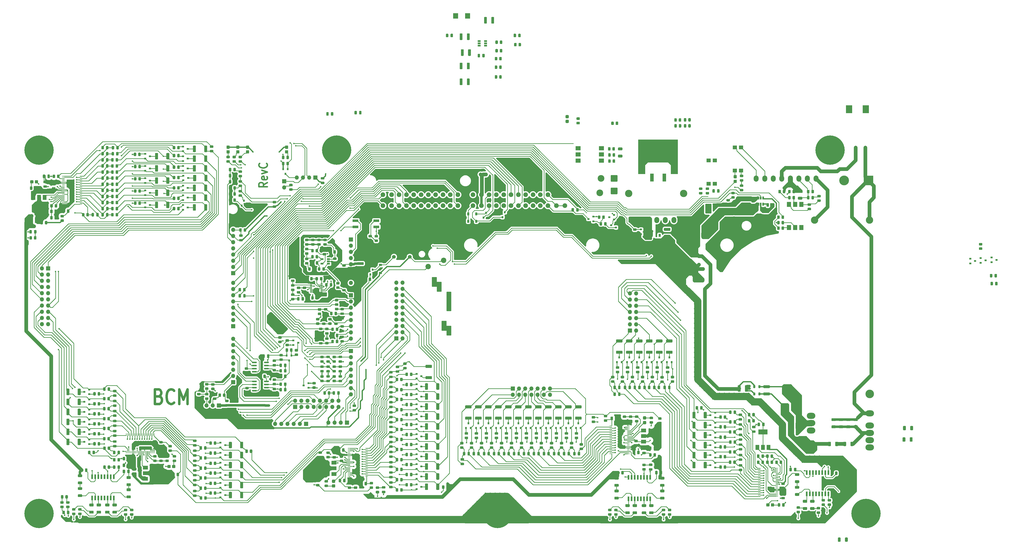
<source format=gtl>
G04 #@! TF.GenerationSoftware,KiCad,Pcbnew,(5.1.9-0-10_14)*
G04 #@! TF.CreationDate,2022-04-27T15:54:58-04:00*
G04 #@! TF.ProjectId,LiBCM,4c694243-4d2e-46b6-9963-61645f706362,A*
G04 #@! TF.SameCoordinates,Original*
G04 #@! TF.FileFunction,Copper,L1,Top*
G04 #@! TF.FilePolarity,Positive*
%FSLAX46Y46*%
G04 Gerber Fmt 4.6, Leading zero omitted, Abs format (unit mm)*
G04 Created by KiCad (PCBNEW (5.1.9-0-10_14)) date 2022-04-27 15:54:58*
%MOMM*%
%LPD*%
G01*
G04 APERTURE LIST*
G04 #@! TA.AperFunction,NonConductor*
%ADD10C,0.600000*%
G04 #@! TD*
G04 #@! TA.AperFunction,NonConductor*
%ADD11C,1.000000*%
G04 #@! TD*
G04 #@! TA.AperFunction,EtchedComponent*
%ADD12C,0.100000*%
G04 #@! TD*
G04 #@! TA.AperFunction,SMDPad,CuDef*
%ADD13R,2.000000X1.780000*%
G04 #@! TD*
G04 #@! TA.AperFunction,ComponentPad*
%ADD14O,1.700000X1.700000*%
G04 #@! TD*
G04 #@! TA.AperFunction,ComponentPad*
%ADD15R,1.700000X1.700000*%
G04 #@! TD*
G04 #@! TA.AperFunction,ComponentPad*
%ADD16O,2.000000X2.500000*%
G04 #@! TD*
G04 #@! TA.AperFunction,SMDPad,CuDef*
%ADD17R,0.650000X1.220000*%
G04 #@! TD*
G04 #@! TA.AperFunction,SMDPad,CuDef*
%ADD18R,1.780000X1.500000*%
G04 #@! TD*
G04 #@! TA.AperFunction,SMDPad,CuDef*
%ADD19R,0.640000X1.910000*%
G04 #@! TD*
G04 #@! TA.AperFunction,SMDPad,CuDef*
%ADD20R,1.220000X0.650000*%
G04 #@! TD*
G04 #@! TA.AperFunction,SMDPad,CuDef*
%ADD21R,0.900000X1.200000*%
G04 #@! TD*
G04 #@! TA.AperFunction,ComponentPad*
%ADD22C,2.750000*%
G04 #@! TD*
G04 #@! TA.AperFunction,SMDPad,CuDef*
%ADD23R,0.900000X0.800000*%
G04 #@! TD*
G04 #@! TA.AperFunction,SMDPad,CuDef*
%ADD24R,1.500000X2.000000*%
G04 #@! TD*
G04 #@! TA.AperFunction,SMDPad,CuDef*
%ADD25R,3.800000X2.000000*%
G04 #@! TD*
G04 #@! TA.AperFunction,SMDPad,CuDef*
%ADD26R,2.000000X1.500000*%
G04 #@! TD*
G04 #@! TA.AperFunction,SMDPad,CuDef*
%ADD27R,2.000000X3.800000*%
G04 #@! TD*
G04 #@! TA.AperFunction,SMDPad,CuDef*
%ADD28R,0.800000X0.900000*%
G04 #@! TD*
G04 #@! TA.AperFunction,ComponentPad*
%ADD29C,4.000000*%
G04 #@! TD*
G04 #@! TA.AperFunction,ComponentPad*
%ADD30R,4.000000X4.000000*%
G04 #@! TD*
G04 #@! TA.AperFunction,ComponentPad*
%ADD31O,3.500000X2.500000*%
G04 #@! TD*
G04 #@! TA.AperFunction,ComponentPad*
%ADD32C,3.500000*%
G04 #@! TD*
G04 #@! TA.AperFunction,SMDPad,CuDef*
%ADD33R,1.200000X0.900000*%
G04 #@! TD*
G04 #@! TA.AperFunction,ComponentPad*
%ADD34C,3.000000*%
G04 #@! TD*
G04 #@! TA.AperFunction,SMDPad,CuDef*
%ADD35R,2.440000X1.120000*%
G04 #@! TD*
G04 #@! TA.AperFunction,ComponentPad*
%ADD36C,1.900000*%
G04 #@! TD*
G04 #@! TA.AperFunction,SMDPad,CuDef*
%ADD37R,1.780000X2.000000*%
G04 #@! TD*
G04 #@! TA.AperFunction,ComponentPad*
%ADD38C,12.000000*%
G04 #@! TD*
G04 #@! TA.AperFunction,ComponentPad*
%ADD39C,2.200000*%
G04 #@! TD*
G04 #@! TA.AperFunction,ComponentPad*
%ADD40C,1.524000*%
G04 #@! TD*
G04 #@! TA.AperFunction,SMDPad,CuDef*
%ADD41R,2.500000X3.300000*%
G04 #@! TD*
G04 #@! TA.AperFunction,SMDPad,CuDef*
%ADD42R,2.100000X2.200000*%
G04 #@! TD*
G04 #@! TA.AperFunction,SMDPad,CuDef*
%ADD43R,1.000000X0.250000*%
G04 #@! TD*
G04 #@! TA.AperFunction,SMDPad,CuDef*
%ADD44R,0.250000X1.000000*%
G04 #@! TD*
G04 #@! TA.AperFunction,SMDPad,CuDef*
%ADD45R,0.889000X0.305000*%
G04 #@! TD*
G04 #@! TA.AperFunction,SMDPad,CuDef*
%ADD46C,0.100000*%
G04 #@! TD*
G04 #@! TA.AperFunction,ViaPad*
%ADD47C,0.600000*%
G04 #@! TD*
G04 #@! TA.AperFunction,ViaPad*
%ADD48C,1.500000*%
G04 #@! TD*
G04 #@! TA.AperFunction,Conductor*
%ADD49C,1.000000*%
G04 #@! TD*
G04 #@! TA.AperFunction,Conductor*
%ADD50C,0.500000*%
G04 #@! TD*
G04 #@! TA.AperFunction,Conductor*
%ADD51C,1.500000*%
G04 #@! TD*
G04 #@! TA.AperFunction,Conductor*
%ADD52C,0.250000*%
G04 #@! TD*
G04 #@! TA.AperFunction,Conductor*
%ADD53C,3.000000*%
G04 #@! TD*
G04 #@! TA.AperFunction,Conductor*
%ADD54C,0.100000*%
G04 #@! TD*
G04 #@! TA.AperFunction,Conductor*
%ADD55C,0.254000*%
G04 #@! TD*
G04 #@! TA.AperFunction,NonConductor*
%ADD56C,0.254000*%
G04 #@! TD*
G04 #@! TA.AperFunction,NonConductor*
%ADD57C,0.100000*%
G04 #@! TD*
G04 APERTURE END LIST*
D10*
X126333333Y-54250000D02*
X124666666Y-55250000D01*
X126333333Y-55964285D02*
X122833333Y-55964285D01*
X122833333Y-54821428D01*
X123000000Y-54535714D01*
X123166666Y-54392857D01*
X123500000Y-54250000D01*
X124000000Y-54250000D01*
X124333333Y-54392857D01*
X124500000Y-54535714D01*
X124666666Y-54821428D01*
X124666666Y-55964285D01*
X126166666Y-51821428D02*
X126333333Y-52107142D01*
X126333333Y-52678571D01*
X126166666Y-52964285D01*
X125833333Y-53107142D01*
X124500000Y-53107142D01*
X124166666Y-52964285D01*
X124000000Y-52678571D01*
X124000000Y-52107142D01*
X124166666Y-51821428D01*
X124500000Y-51678571D01*
X124833333Y-51678571D01*
X125166666Y-53107142D01*
X124000000Y-50678571D02*
X126333333Y-49964285D01*
X124000000Y-49250000D01*
X126000000Y-46392857D02*
X126166666Y-46535714D01*
X126333333Y-46964285D01*
X126333333Y-47250000D01*
X126166666Y-47678571D01*
X125833333Y-47964285D01*
X125500000Y-48107142D01*
X124833333Y-48250000D01*
X124333333Y-48250000D01*
X123666666Y-48107142D01*
X123333333Y-47964285D01*
X123000000Y-47678571D01*
X122833333Y-47250000D01*
X122833333Y-46964285D01*
X123000000Y-46535714D01*
X123166666Y-46392857D01*
D11*
X81949999Y-141971428D02*
X82664285Y-142257142D01*
X82902380Y-142542857D01*
X83140476Y-143114285D01*
X83140476Y-143971428D01*
X82902380Y-144542857D01*
X82664285Y-144828571D01*
X82188095Y-145114285D01*
X80283333Y-145114285D01*
X80283333Y-139114285D01*
X81949999Y-139114285D01*
X82426190Y-139400000D01*
X82664285Y-139685714D01*
X82902380Y-140257142D01*
X82902380Y-140828571D01*
X82664285Y-141400000D01*
X82426190Y-141685714D01*
X81949999Y-141971428D01*
X80283333Y-141971428D01*
X88140476Y-144542857D02*
X87902380Y-144828571D01*
X87188095Y-145114285D01*
X86711904Y-145114285D01*
X85997619Y-144828571D01*
X85521428Y-144257142D01*
X85283333Y-143685714D01*
X85045238Y-142542857D01*
X85045238Y-141685714D01*
X85283333Y-140542857D01*
X85521428Y-139971428D01*
X85997619Y-139400000D01*
X86711904Y-139114285D01*
X87188095Y-139114285D01*
X87902380Y-139400000D01*
X88140476Y-139685714D01*
X90283333Y-145114285D02*
X90283333Y-139114285D01*
X91949999Y-143400000D01*
X93616666Y-139114285D01*
X93616666Y-145114285D01*
D12*
G04 #@! TO.C,HS1*
G36*
X289700000Y-53750000D02*
G01*
X288400000Y-53750000D01*
X288400000Y-50650000D01*
X289700000Y-50650000D01*
X289700000Y-53750000D01*
G37*
X289700000Y-53750000D02*
X288400000Y-53750000D01*
X288400000Y-50650000D01*
X289700000Y-50650000D01*
X289700000Y-53750000D01*
G36*
X284600000Y-53750000D02*
G01*
X283300000Y-53750000D01*
X283300000Y-50650000D01*
X284600000Y-50650000D01*
X284600000Y-53750000D01*
G37*
X284600000Y-53750000D02*
X283300000Y-53750000D01*
X283300000Y-50650000D01*
X284600000Y-50650000D01*
X284600000Y-53750000D01*
G04 #@! TD*
D13*
G04 #@! TO.P,U5,6*
G04 #@! TO.N,/TRIAC_DRIVE*
X263265000Y-40210000D03*
G04 #@! TO.P,U5,3*
G04 #@! TO.N,Net-(U5-Pad3)*
X253735000Y-45290000D03*
G04 #@! TO.P,U5,5*
G04 #@! TO.N,Net-(U5-Pad5)*
X263265000Y-42750000D03*
G04 #@! TO.P,U5,2*
G04 #@! TO.N,/GRID_EN_LED_C*
X253735000Y-42750000D03*
G04 #@! TO.P,U5,4*
G04 #@! TO.N,/TRIAC_GATE*
X263265000Y-45290000D03*
G04 #@! TO.P,U5,1*
G04 #@! TO.N,/GRID_EN_LED_A*
X253735000Y-40210000D03*
G04 #@! TD*
G04 #@! TO.P,R41,2*
G04 #@! TO.N,/BAT_T*
G04 #@! TA.AperFunction,SMDPad,CuDef*
G36*
G01*
X133150000Y-137450002D02*
X133150000Y-136549998D01*
G75*
G02*
X133399998Y-136300000I249998J0D01*
G01*
X133925002Y-136300000D01*
G75*
G02*
X134175000Y-136549998I0J-249998D01*
G01*
X134175000Y-137450002D01*
G75*
G02*
X133925002Y-137700000I-249998J0D01*
G01*
X133399998Y-137700000D01*
G75*
G02*
X133150000Y-137450002I0J249998D01*
G01*
G37*
G04 #@! TD.AperFunction*
G04 #@! TO.P,R41,1*
G04 #@! TO.N,/BATTSCI2*
G04 #@! TA.AperFunction,SMDPad,CuDef*
G36*
G01*
X131325000Y-137450002D02*
X131325000Y-136549998D01*
G75*
G02*
X131574998Y-136300000I249998J0D01*
G01*
X132100002Y-136300000D01*
G75*
G02*
X132350000Y-136549998I0J-249998D01*
G01*
X132350000Y-137450002D01*
G75*
G02*
X132100002Y-137700000I-249998J0D01*
G01*
X131574998Y-137700000D01*
G75*
G02*
X131325000Y-137450002I0J249998D01*
G01*
G37*
G04 #@! TD.AperFunction*
G04 #@! TD*
G04 #@! TO.P,R40,2*
G04 #@! TO.N,/MET_T*
G04 #@! TA.AperFunction,SMDPad,CuDef*
G36*
G01*
X133150000Y-129700002D02*
X133150000Y-128799998D01*
G75*
G02*
X133399998Y-128550000I249998J0D01*
G01*
X133925002Y-128550000D01*
G75*
G02*
X134175000Y-128799998I0J-249998D01*
G01*
X134175000Y-129700002D01*
G75*
G02*
X133925002Y-129950000I-249998J0D01*
G01*
X133399998Y-129950000D01*
G75*
G02*
X133150000Y-129700002I0J249998D01*
G01*
G37*
G04 #@! TD.AperFunction*
G04 #@! TO.P,R40,1*
G04 #@! TO.N,/METSCI2*
G04 #@! TA.AperFunction,SMDPad,CuDef*
G36*
G01*
X131325000Y-129700002D02*
X131325000Y-128799998D01*
G75*
G02*
X131574998Y-128550000I249998J0D01*
G01*
X132100002Y-128550000D01*
G75*
G02*
X132350000Y-128799998I0J-249998D01*
G01*
X132350000Y-129700002D01*
G75*
G02*
X132100002Y-129950000I-249998J0D01*
G01*
X131574998Y-129950000D01*
G75*
G02*
X131325000Y-129700002I0J249998D01*
G01*
G37*
G04 #@! TD.AperFunction*
G04 #@! TD*
G04 #@! TO.P,R339,1*
G04 #@! TO.N,/LiBCM BMS/IP_ISO_STAR*
G04 #@! TA.AperFunction,SMDPad,CuDef*
G36*
G01*
X354700002Y-186925000D02*
X353799998Y-186925000D01*
G75*
G02*
X353550000Y-186675002I0J249998D01*
G01*
X353550000Y-186149998D01*
G75*
G02*
X353799998Y-185900000I249998J0D01*
G01*
X354700002Y-185900000D01*
G75*
G02*
X354950000Y-186149998I0J-249998D01*
G01*
X354950000Y-186675002D01*
G75*
G02*
X354700002Y-186925000I-249998J0D01*
G01*
G37*
G04 #@! TD.AperFunction*
G04 #@! TO.P,R339,2*
G04 #@! TO.N,/LiBCM BMS/IP_ISO_SAFETY*
G04 #@! TA.AperFunction,SMDPad,CuDef*
G36*
G01*
X354700002Y-185100000D02*
X353799998Y-185100000D01*
G75*
G02*
X353550000Y-184850002I0J249998D01*
G01*
X353550000Y-184324998D01*
G75*
G02*
X353799998Y-184075000I249998J0D01*
G01*
X354700002Y-184075000D01*
G75*
G02*
X354950000Y-184324998I0J-249998D01*
G01*
X354950000Y-184850002D01*
G75*
G02*
X354700002Y-185100000I-249998J0D01*
G01*
G37*
G04 #@! TD.AperFunction*
G04 #@! TD*
D14*
G04 #@! TO.P,J16,20*
G04 #@! TO.N,Net-(J16-Pad20)*
X181790000Y-95390000D03*
G04 #@! TO.P,J16,19*
G04 #@! TO.N,/LiBCM BMS/CELL36pos*
X179250000Y-95390000D03*
G04 #@! TO.P,J16,18*
G04 #@! TO.N,/LiBCM BMS/CELL35pos*
X181790000Y-97930000D03*
G04 #@! TO.P,J16,17*
G04 #@! TO.N,/LiBCM BMS/CELL34pos*
X179250000Y-97930000D03*
G04 #@! TO.P,J16,16*
G04 #@! TO.N,/LiBCM BMS/CELL33pos*
X181790000Y-100470000D03*
G04 #@! TO.P,J16,15*
G04 #@! TO.N,/LiBCM BMS/CELL32pos*
X179250000Y-100470000D03*
G04 #@! TO.P,J16,14*
G04 #@! TO.N,/LiBCM BMS/CELL31pos*
X181790000Y-103010000D03*
G04 #@! TO.P,J16,13*
G04 #@! TO.N,/LiBCM BMS/CELL30pos*
X179250000Y-103010000D03*
G04 #@! TO.P,J16,12*
G04 #@! TO.N,/LiBCM BMS/CELL29pos*
X181790000Y-105550000D03*
G04 #@! TO.P,J16,11*
G04 #@! TO.N,/LiBCM BMS/CELL28pos*
X179250000Y-105550000D03*
G04 #@! TO.P,J16,10*
G04 #@! TO.N,/LiBCM BMS/CELL27pos*
X181790000Y-108090000D03*
G04 #@! TO.P,J16,9*
G04 #@! TO.N,/LiBCM BMS/CELL26pos*
X179250000Y-108090000D03*
G04 #@! TO.P,J16,8*
G04 #@! TO.N,/LiBCM BMS/CELL25pos*
X181790000Y-110630000D03*
G04 #@! TO.P,J16,7*
G04 #@! TO.N,GND_ISO_C*
X179250000Y-110630000D03*
G04 #@! TO.P,J16,6*
G04 #@! TO.N,/LiBCM BMS/CELL23pos*
X181790000Y-113170000D03*
G04 #@! TO.P,J16,5*
G04 #@! TO.N,/LiBCM BMS/CELL22pos*
X179250000Y-113170000D03*
G04 #@! TO.P,J16,4*
G04 #@! TO.N,/LiBCM BMS/CELL21pos*
X181790000Y-115710000D03*
G04 #@! TO.P,J16,3*
G04 #@! TO.N,/LiBCM BMS/CELL20pos*
X179250000Y-115710000D03*
G04 #@! TO.P,J16,2*
G04 #@! TO.N,/LiBCM BMS/CELL19pos*
X181790000Y-118250000D03*
D15*
G04 #@! TO.P,J16,1*
G04 #@! TO.N,/LiBCM BMS/CELL19neg*
X179250000Y-118250000D03*
G04 #@! TD*
G04 #@! TO.P,R1,2*
G04 #@! TO.N,/LED1*
G04 #@! TA.AperFunction,SMDPad,CuDef*
G36*
G01*
X109799998Y-45150000D02*
X110700002Y-45150000D01*
G75*
G02*
X110950000Y-45399998I0J-249998D01*
G01*
X110950000Y-45925002D01*
G75*
G02*
X110700002Y-46175000I-249998J0D01*
G01*
X109799998Y-46175000D01*
G75*
G02*
X109550000Y-45925002I0J249998D01*
G01*
X109550000Y-45399998D01*
G75*
G02*
X109799998Y-45150000I249998J0D01*
G01*
G37*
G04 #@! TD.AperFunction*
G04 #@! TO.P,R1,1*
G04 #@! TO.N,/LED1R*
G04 #@! TA.AperFunction,SMDPad,CuDef*
G36*
G01*
X109799998Y-43325000D02*
X110700002Y-43325000D01*
G75*
G02*
X110950000Y-43574998I0J-249998D01*
G01*
X110950000Y-44100002D01*
G75*
G02*
X110700002Y-44350000I-249998J0D01*
G01*
X109799998Y-44350000D01*
G75*
G02*
X109550000Y-44100002I0J249998D01*
G01*
X109550000Y-43574998D01*
G75*
G02*
X109799998Y-43325000I249998J0D01*
G01*
G37*
G04 #@! TD.AperFunction*
G04 #@! TD*
G04 #@! TO.P,R61,2*
G04 #@! TO.N,/GRID_SENSE_NOISY*
G04 #@! TA.AperFunction,SMDPad,CuDef*
G36*
G01*
X304450002Y-57350000D02*
X303549998Y-57350000D01*
G75*
G02*
X303300000Y-57100002I0J249998D01*
G01*
X303300000Y-56574998D01*
G75*
G02*
X303549998Y-56325000I249998J0D01*
G01*
X304450002Y-56325000D01*
G75*
G02*
X304700000Y-56574998I0J-249998D01*
G01*
X304700000Y-57100002D01*
G75*
G02*
X304450002Y-57350000I-249998J0D01*
G01*
G37*
G04 #@! TD.AperFunction*
G04 #@! TO.P,R61,1*
G04 #@! TO.N,+5V*
G04 #@! TA.AperFunction,SMDPad,CuDef*
G36*
G01*
X304450002Y-59175000D02*
X303549998Y-59175000D01*
G75*
G02*
X303300000Y-58925002I0J249998D01*
G01*
X303300000Y-58399998D01*
G75*
G02*
X303549998Y-58150000I249998J0D01*
G01*
X304450002Y-58150000D01*
G75*
G02*
X304700000Y-58399998I0J-249998D01*
G01*
X304700000Y-58925002D01*
G75*
G02*
X304450002Y-59175000I-249998J0D01*
G01*
G37*
G04 #@! TD.AperFunction*
G04 #@! TD*
D16*
G04 #@! TO.P,J9,1*
G04 #@! TO.N,+12V*
X296500000Y-69700000D03*
G04 #@! TO.P,J9,2*
G04 #@! TO.N,/+12V_FAN*
X293000000Y-69700000D03*
G04 #@! TO.P,J9,3*
X289500000Y-69700000D03*
G04 #@! TO.P,J9,4*
X286000000Y-69700000D03*
G04 #@! TO.P,J9,5*
G04 #@! TO.N,/FAN-*
X282500000Y-69700000D03*
G04 #@! TO.P,J9,6*
X279000000Y-69700000D03*
G04 #@! TO.P,J9,7*
X275500000Y-69700000D03*
G04 #@! TO.P,J9,8*
G04 #@! TO.N,GND_ENG*
X272000000Y-69700000D03*
G04 #@! TD*
G04 #@! TO.P,C31,2*
G04 #@! TO.N,/MCM_E_CONN+*
G04 #@! TA.AperFunction,SMDPad,CuDef*
G36*
G01*
X345400001Y-58350000D02*
X344099999Y-58350000D01*
G75*
G02*
X343850000Y-58100001I0J249999D01*
G01*
X343850000Y-57449999D01*
G75*
G02*
X344099999Y-57200000I249999J0D01*
G01*
X345400001Y-57200000D01*
G75*
G02*
X345650000Y-57449999I0J-249999D01*
G01*
X345650000Y-58100001D01*
G75*
G02*
X345400001Y-58350000I-249999J0D01*
G01*
G37*
G04 #@! TD.AperFunction*
G04 #@! TO.P,C31,1*
G04 #@! TO.N,/MCM_E_CONN-*
G04 #@! TA.AperFunction,SMDPad,CuDef*
G36*
G01*
X345400001Y-61300000D02*
X344099999Y-61300000D01*
G75*
G02*
X343850000Y-61050001I0J249999D01*
G01*
X343850000Y-60399999D01*
G75*
G02*
X344099999Y-60150000I249999J0D01*
G01*
X345400001Y-60150000D01*
G75*
G02*
X345650000Y-60399999I0J-249999D01*
G01*
X345650000Y-61050001D01*
G75*
G02*
X345400001Y-61300000I-249999J0D01*
G01*
G37*
G04 #@! TD.AperFunction*
G04 #@! TD*
G04 #@! TO.P,C103,2*
G04 #@! TO.N,GND_ISO_D*
G04 #@! TA.AperFunction,SMDPad,CuDef*
G36*
G01*
X341350000Y-171525000D02*
X341350000Y-172475000D01*
G75*
G02*
X341100000Y-172725000I-250000J0D01*
G01*
X340600000Y-172725000D01*
G75*
G02*
X340350000Y-172475000I0J250000D01*
G01*
X340350000Y-171525000D01*
G75*
G02*
X340600000Y-171275000I250000J0D01*
G01*
X341100000Y-171275000D01*
G75*
G02*
X341350000Y-171525000I0J-250000D01*
G01*
G37*
G04 #@! TD.AperFunction*
G04 #@! TO.P,C103,1*
G04 #@! TO.N,/LiBCM BMS/TCENTER_D*
G04 #@! TA.AperFunction,SMDPad,CuDef*
G36*
G01*
X343250000Y-171525000D02*
X343250000Y-172475000D01*
G75*
G02*
X343000000Y-172725000I-250000J0D01*
G01*
X342500000Y-172725000D01*
G75*
G02*
X342250000Y-172475000I0J250000D01*
G01*
X342250000Y-171525000D01*
G75*
G02*
X342500000Y-171275000I250000J0D01*
G01*
X343000000Y-171275000D01*
G75*
G02*
X343250000Y-171525000I0J-250000D01*
G01*
G37*
G04 #@! TD.AperFunction*
G04 #@! TD*
G04 #@! TO.P,C119,2*
G04 #@! TO.N,/LiBCM BMS/VREF2_D*
G04 #@! TA.AperFunction,SMDPad,CuDef*
G36*
G01*
X328050000Y-166025000D02*
X328050000Y-166975000D01*
G75*
G02*
X327800000Y-167225000I-250000J0D01*
G01*
X327300000Y-167225000D01*
G75*
G02*
X327050000Y-166975000I0J250000D01*
G01*
X327050000Y-166025000D01*
G75*
G02*
X327300000Y-165775000I250000J0D01*
G01*
X327800000Y-165775000D01*
G75*
G02*
X328050000Y-166025000I0J-250000D01*
G01*
G37*
G04 #@! TD.AperFunction*
G04 #@! TO.P,C119,1*
G04 #@! TO.N,GND_ISO_D*
G04 #@! TA.AperFunction,SMDPad,CuDef*
G36*
G01*
X329950000Y-166025000D02*
X329950000Y-166975000D01*
G75*
G02*
X329700000Y-167225000I-250000J0D01*
G01*
X329200000Y-167225000D01*
G75*
G02*
X328950000Y-166975000I0J250000D01*
G01*
X328950000Y-166025000D01*
G75*
G02*
X329200000Y-165775000I250000J0D01*
G01*
X329700000Y-165775000D01*
G75*
G02*
X329950000Y-166025000I0J-250000D01*
G01*
G37*
G04 #@! TD.AperFunction*
G04 #@! TD*
G04 #@! TO.P,C40,2*
G04 #@! TO.N,/LiBCM BMS/C1_A*
G04 #@! TA.AperFunction,SMDPad,CuDef*
G36*
G01*
X59300000Y-44525000D02*
X59300000Y-45475000D01*
G75*
G02*
X59050000Y-45725000I-250000J0D01*
G01*
X58550000Y-45725000D01*
G75*
G02*
X58300000Y-45475000I0J250000D01*
G01*
X58300000Y-44525000D01*
G75*
G02*
X58550000Y-44275000I250000J0D01*
G01*
X59050000Y-44275000D01*
G75*
G02*
X59300000Y-44525000I0J-250000D01*
G01*
G37*
G04 #@! TD.AperFunction*
G04 #@! TO.P,C40,1*
G04 #@! TO.N,/LiBCM BMS/C2_A*
G04 #@! TA.AperFunction,SMDPad,CuDef*
G36*
G01*
X61200000Y-44525000D02*
X61200000Y-45475000D01*
G75*
G02*
X60950000Y-45725000I-250000J0D01*
G01*
X60450000Y-45725000D01*
G75*
G02*
X60200000Y-45475000I0J250000D01*
G01*
X60200000Y-44525000D01*
G75*
G02*
X60450000Y-44275000I250000J0D01*
G01*
X60950000Y-44275000D01*
G75*
G02*
X61200000Y-44525000I0J-250000D01*
G01*
G37*
G04 #@! TD.AperFunction*
G04 #@! TD*
G04 #@! TO.P,C26,1*
G04 #@! TO.N,/+12V_FAN*
G04 #@! TA.AperFunction,SMDPad,CuDef*
G36*
G01*
X289149999Y-72925000D02*
X291350001Y-72925000D01*
G75*
G02*
X291600000Y-73174999I0J-249999D01*
G01*
X291600000Y-73825001D01*
G75*
G02*
X291350001Y-74075000I-249999J0D01*
G01*
X289149999Y-74075000D01*
G75*
G02*
X288900000Y-73825001I0J249999D01*
G01*
X288900000Y-73174999D01*
G75*
G02*
X289149999Y-72925000I249999J0D01*
G01*
G37*
G04 #@! TD.AperFunction*
G04 #@! TO.P,C26,2*
G04 #@! TO.N,GND_ENG*
G04 #@! TA.AperFunction,SMDPad,CuDef*
G36*
G01*
X289149999Y-75875000D02*
X291350001Y-75875000D01*
G75*
G02*
X291600000Y-76124999I0J-249999D01*
G01*
X291600000Y-76775001D01*
G75*
G02*
X291350001Y-77025000I-249999J0D01*
G01*
X289149999Y-77025000D01*
G75*
G02*
X288900000Y-76775001I0J249999D01*
G01*
X288900000Y-76124999D01*
G75*
G02*
X289149999Y-75875000I249999J0D01*
G01*
G37*
G04 #@! TD.AperFunction*
G04 #@! TD*
G04 #@! TO.P,C33,2*
G04 #@! TO.N,/TRIAC_SNUBBER*
G04 #@! TA.AperFunction,SMDPad,CuDef*
G36*
G01*
X271650001Y-41075000D02*
X270349999Y-41075000D01*
G75*
G02*
X270100000Y-40825001I0J249999D01*
G01*
X270100000Y-40174999D01*
G75*
G02*
X270349999Y-39925000I249999J0D01*
G01*
X271650001Y-39925000D01*
G75*
G02*
X271900000Y-40174999I0J-249999D01*
G01*
X271900000Y-40825001D01*
G75*
G02*
X271650001Y-41075000I-249999J0D01*
G01*
G37*
G04 #@! TD.AperFunction*
G04 #@! TO.P,C33,1*
G04 #@! TO.N,/L1_GRID*
G04 #@! TA.AperFunction,SMDPad,CuDef*
G36*
G01*
X271650001Y-44025000D02*
X270349999Y-44025000D01*
G75*
G02*
X270100000Y-43775001I0J249999D01*
G01*
X270100000Y-43124999D01*
G75*
G02*
X270349999Y-42875000I249999J0D01*
G01*
X271650001Y-42875000D01*
G75*
G02*
X271900000Y-43124999I0J-249999D01*
G01*
X271900000Y-43775001D01*
G75*
G02*
X271650001Y-44025000I-249999J0D01*
G01*
G37*
G04 #@! TD.AperFunction*
G04 #@! TD*
G04 #@! TO.P,C55,1*
G04 #@! TO.N,/LiBCM BMS/IM_TERMA*
G04 #@! TA.AperFunction,SMDPad,CuDef*
G36*
G01*
X57900001Y-190050000D02*
X56599999Y-190050000D01*
G75*
G02*
X56350000Y-189800001I0J249999D01*
G01*
X56350000Y-189149999D01*
G75*
G02*
X56599999Y-188900000I249999J0D01*
G01*
X57900001Y-188900000D01*
G75*
G02*
X58150000Y-189149999I0J-249999D01*
G01*
X58150000Y-189800001D01*
G75*
G02*
X57900001Y-190050000I-249999J0D01*
G01*
G37*
G04 #@! TD.AperFunction*
G04 #@! TO.P,C55,2*
G04 #@! TO.N,/LiBCM BMS/IM_ISOA_X*
G04 #@! TA.AperFunction,SMDPad,CuDef*
G36*
G01*
X57900001Y-187100000D02*
X56599999Y-187100000D01*
G75*
G02*
X56350000Y-186850001I0J249999D01*
G01*
X56350000Y-186199999D01*
G75*
G02*
X56599999Y-185950000I249999J0D01*
G01*
X57900001Y-185950000D01*
G75*
G02*
X58150000Y-186199999I0J-249999D01*
G01*
X58150000Y-186850001D01*
G75*
G02*
X57900001Y-187100000I-249999J0D01*
G01*
G37*
G04 #@! TD.AperFunction*
G04 #@! TD*
G04 #@! TO.P,C56,1*
G04 #@! TO.N,/LiBCM BMS/IP_TERMA*
G04 #@! TA.AperFunction,SMDPad,CuDef*
G36*
G01*
X54900001Y-190050000D02*
X53599999Y-190050000D01*
G75*
G02*
X53350000Y-189800001I0J249999D01*
G01*
X53350000Y-189149999D01*
G75*
G02*
X53599999Y-188900000I249999J0D01*
G01*
X54900001Y-188900000D01*
G75*
G02*
X55150000Y-189149999I0J-249999D01*
G01*
X55150000Y-189800001D01*
G75*
G02*
X54900001Y-190050000I-249999J0D01*
G01*
G37*
G04 #@! TD.AperFunction*
G04 #@! TO.P,C56,2*
G04 #@! TO.N,/LiBCM BMS/IP_ISOA_X*
G04 #@! TA.AperFunction,SMDPad,CuDef*
G36*
G01*
X54900001Y-187100000D02*
X53599999Y-187100000D01*
G75*
G02*
X53350000Y-186850001I0J249999D01*
G01*
X53350000Y-186199999D01*
G75*
G02*
X53599999Y-185950000I249999J0D01*
G01*
X54900001Y-185950000D01*
G75*
G02*
X55150000Y-186199999I0J-249999D01*
G01*
X55150000Y-186850001D01*
G75*
G02*
X54900001Y-187100000I-249999J0D01*
G01*
G37*
G04 #@! TD.AperFunction*
G04 #@! TD*
G04 #@! TO.P,C71,1*
G04 #@! TO.N,/LiBCM BMS/IP_TERMB*
G04 #@! TA.AperFunction,SMDPad,CuDef*
G36*
G01*
X61400001Y-190050000D02*
X60099999Y-190050000D01*
G75*
G02*
X59850000Y-189800001I0J249999D01*
G01*
X59850000Y-189149999D01*
G75*
G02*
X60099999Y-188900000I249999J0D01*
G01*
X61400001Y-188900000D01*
G75*
G02*
X61650000Y-189149999I0J-249999D01*
G01*
X61650000Y-189800001D01*
G75*
G02*
X61400001Y-190050000I-249999J0D01*
G01*
G37*
G04 #@! TD.AperFunction*
G04 #@! TO.P,C71,2*
G04 #@! TO.N,/LiBCM BMS/IP_ISOB_X*
G04 #@! TA.AperFunction,SMDPad,CuDef*
G36*
G01*
X61400001Y-187100000D02*
X60099999Y-187100000D01*
G75*
G02*
X59850000Y-186850001I0J249999D01*
G01*
X59850000Y-186199999D01*
G75*
G02*
X60099999Y-185950000I249999J0D01*
G01*
X61400001Y-185950000D01*
G75*
G02*
X61650000Y-186199999I0J-249999D01*
G01*
X61650000Y-186850001D01*
G75*
G02*
X61400001Y-187100000I-249999J0D01*
G01*
G37*
G04 #@! TD.AperFunction*
G04 #@! TD*
G04 #@! TO.P,C72,1*
G04 #@! TO.N,/LiBCM BMS/IM_TERMB*
G04 #@! TA.AperFunction,SMDPad,CuDef*
G36*
G01*
X64400001Y-190050000D02*
X63099999Y-190050000D01*
G75*
G02*
X62850000Y-189800001I0J249999D01*
G01*
X62850000Y-189149999D01*
G75*
G02*
X63099999Y-188900000I249999J0D01*
G01*
X64400001Y-188900000D01*
G75*
G02*
X64650000Y-189149999I0J-249999D01*
G01*
X64650000Y-189800001D01*
G75*
G02*
X64400001Y-190050000I-249999J0D01*
G01*
G37*
G04 #@! TD.AperFunction*
G04 #@! TO.P,C72,2*
G04 #@! TO.N,/LiBCM BMS/IM_ISOB_X*
G04 #@! TA.AperFunction,SMDPad,CuDef*
G36*
G01*
X64400001Y-187100000D02*
X63099999Y-187100000D01*
G75*
G02*
X62850000Y-186850001I0J249999D01*
G01*
X62850000Y-186199999D01*
G75*
G02*
X63099999Y-185950000I249999J0D01*
G01*
X64400001Y-185950000D01*
G75*
G02*
X64650000Y-186199999I0J-249999D01*
G01*
X64650000Y-186850001D01*
G75*
G02*
X64400001Y-187100000I-249999J0D01*
G01*
G37*
G04 #@! TD.AperFunction*
G04 #@! TD*
G04 #@! TO.P,C78,2*
G04 #@! TO.N,/LiBCM BMS/IP_ISOC_X*
G04 #@! TA.AperFunction,SMDPad,CuDef*
G36*
G01*
X274650001Y-187350000D02*
X273349999Y-187350000D01*
G75*
G02*
X273100000Y-187100001I0J249999D01*
G01*
X273100000Y-186449999D01*
G75*
G02*
X273349999Y-186200000I249999J0D01*
G01*
X274650001Y-186200000D01*
G75*
G02*
X274900000Y-186449999I0J-249999D01*
G01*
X274900000Y-187100001D01*
G75*
G02*
X274650001Y-187350000I-249999J0D01*
G01*
G37*
G04 #@! TD.AperFunction*
G04 #@! TO.P,C78,1*
G04 #@! TO.N,/LiBCM BMS/IP_TERMC*
G04 #@! TA.AperFunction,SMDPad,CuDef*
G36*
G01*
X274650001Y-190300000D02*
X273349999Y-190300000D01*
G75*
G02*
X273100000Y-190050001I0J249999D01*
G01*
X273100000Y-189399999D01*
G75*
G02*
X273349999Y-189150000I249999J0D01*
G01*
X274650001Y-189150000D01*
G75*
G02*
X274900000Y-189399999I0J-249999D01*
G01*
X274900000Y-190050001D01*
G75*
G02*
X274650001Y-190300000I-249999J0D01*
G01*
G37*
G04 #@! TD.AperFunction*
G04 #@! TD*
G04 #@! TO.P,C92,2*
G04 #@! TO.N,/LiBCM BMS/IM_ISOC_X*
G04 #@! TA.AperFunction,SMDPad,CuDef*
G36*
G01*
X277650001Y-187350000D02*
X276349999Y-187350000D01*
G75*
G02*
X276100000Y-187100001I0J249999D01*
G01*
X276100000Y-186449999D01*
G75*
G02*
X276349999Y-186200000I249999J0D01*
G01*
X277650001Y-186200000D01*
G75*
G02*
X277900000Y-186449999I0J-249999D01*
G01*
X277900000Y-187100001D01*
G75*
G02*
X277650001Y-187350000I-249999J0D01*
G01*
G37*
G04 #@! TD.AperFunction*
G04 #@! TO.P,C92,1*
G04 #@! TO.N,/LiBCM BMS/IM_TERMC*
G04 #@! TA.AperFunction,SMDPad,CuDef*
G36*
G01*
X277650001Y-190300000D02*
X276349999Y-190300000D01*
G75*
G02*
X276100000Y-190050001I0J249999D01*
G01*
X276100000Y-189399999D01*
G75*
G02*
X276349999Y-189150000I249999J0D01*
G01*
X277650001Y-189150000D01*
G75*
G02*
X277900000Y-189399999I0J-249999D01*
G01*
X277900000Y-190050001D01*
G75*
G02*
X277650001Y-190300000I-249999J0D01*
G01*
G37*
G04 #@! TD.AperFunction*
G04 #@! TD*
G04 #@! TO.P,C95,2*
G04 #@! TO.N,/LiBCM BMS/IP_ISOD_X*
G04 #@! TA.AperFunction,SMDPad,CuDef*
G36*
G01*
X347400001Y-185600000D02*
X346099999Y-185600000D01*
G75*
G02*
X345850000Y-185350001I0J249999D01*
G01*
X345850000Y-184699999D01*
G75*
G02*
X346099999Y-184450000I249999J0D01*
G01*
X347400001Y-184450000D01*
G75*
G02*
X347650000Y-184699999I0J-249999D01*
G01*
X347650000Y-185350001D01*
G75*
G02*
X347400001Y-185600000I-249999J0D01*
G01*
G37*
G04 #@! TD.AperFunction*
G04 #@! TO.P,C95,1*
G04 #@! TO.N,/LiBCM BMS/IP_TERMD*
G04 #@! TA.AperFunction,SMDPad,CuDef*
G36*
G01*
X347400001Y-188550000D02*
X346099999Y-188550000D01*
G75*
G02*
X345850000Y-188300001I0J249999D01*
G01*
X345850000Y-187649999D01*
G75*
G02*
X346099999Y-187400000I249999J0D01*
G01*
X347400001Y-187400000D01*
G75*
G02*
X347650000Y-187649999I0J-249999D01*
G01*
X347650000Y-188300001D01*
G75*
G02*
X347400001Y-188550000I-249999J0D01*
G01*
G37*
G04 #@! TD.AperFunction*
G04 #@! TD*
G04 #@! TO.P,C96,2*
G04 #@! TO.N,/LiBCM BMS/IM_ISOD_X*
G04 #@! TA.AperFunction,SMDPad,CuDef*
G36*
G01*
X350400001Y-185600000D02*
X349099999Y-185600000D01*
G75*
G02*
X348850000Y-185350001I0J249999D01*
G01*
X348850000Y-184699999D01*
G75*
G02*
X349099999Y-184450000I249999J0D01*
G01*
X350400001Y-184450000D01*
G75*
G02*
X350650000Y-184699999I0J-249999D01*
G01*
X350650000Y-185350001D01*
G75*
G02*
X350400001Y-185600000I-249999J0D01*
G01*
G37*
G04 #@! TD.AperFunction*
G04 #@! TO.P,C96,1*
G04 #@! TO.N,/LiBCM BMS/IM_TERMD*
G04 #@! TA.AperFunction,SMDPad,CuDef*
G36*
G01*
X350400001Y-188550000D02*
X349099999Y-188550000D01*
G75*
G02*
X348850000Y-188300001I0J249999D01*
G01*
X348850000Y-187649999D01*
G75*
G02*
X349099999Y-187400000I249999J0D01*
G01*
X350400001Y-187400000D01*
G75*
G02*
X350650000Y-187649999I0J-249999D01*
G01*
X350650000Y-188300001D01*
G75*
G02*
X350400001Y-188550000I-249999J0D01*
G01*
G37*
G04 #@! TD.AperFunction*
G04 #@! TD*
G04 #@! TO.P,R68,2*
G04 #@! TO.N,/TRIAC_DRIVE*
G04 #@! TA.AperFunction,SMDPad,CuDef*
G36*
G01*
X267012500Y-40049998D02*
X267012500Y-40950002D01*
G75*
G02*
X266762502Y-41200000I-249998J0D01*
G01*
X266237498Y-41200000D01*
G75*
G02*
X265987500Y-40950002I0J249998D01*
G01*
X265987500Y-40049998D01*
G75*
G02*
X266237498Y-39800000I249998J0D01*
G01*
X266762502Y-39800000D01*
G75*
G02*
X267012500Y-40049998I0J-249998D01*
G01*
G37*
G04 #@! TD.AperFunction*
G04 #@! TO.P,R68,1*
G04 #@! TO.N,/TRIAC_SNUBBER*
G04 #@! TA.AperFunction,SMDPad,CuDef*
G36*
G01*
X268837500Y-40049998D02*
X268837500Y-40950002D01*
G75*
G02*
X268587502Y-41200000I-249998J0D01*
G01*
X268062498Y-41200000D01*
G75*
G02*
X267812500Y-40950002I0J249998D01*
G01*
X267812500Y-40049998D01*
G75*
G02*
X268062498Y-39800000I249998J0D01*
G01*
X268587502Y-39800000D01*
G75*
G02*
X268837500Y-40049998I0J-249998D01*
G01*
G37*
G04 #@! TD.AperFunction*
G04 #@! TD*
G04 #@! TO.P,R69,2*
G04 #@! TO.N,/MCM_E_CONN+*
G04 #@! TA.AperFunction,SMDPad,CuDef*
G36*
G01*
X341650000Y-58450002D02*
X341650000Y-57549998D01*
G75*
G02*
X341899998Y-57300000I249998J0D01*
G01*
X342425002Y-57300000D01*
G75*
G02*
X342675000Y-57549998I0J-249998D01*
G01*
X342675000Y-58450002D01*
G75*
G02*
X342425002Y-58700000I-249998J0D01*
G01*
X341899998Y-58700000D01*
G75*
G02*
X341650000Y-58450002I0J249998D01*
G01*
G37*
G04 #@! TD.AperFunction*
G04 #@! TO.P,R69,1*
G04 #@! TO.N,HVDC_POS_FUSED*
G04 #@! TA.AperFunction,SMDPad,CuDef*
G36*
G01*
X339825000Y-58450002D02*
X339825000Y-57549998D01*
G75*
G02*
X340074998Y-57300000I249998J0D01*
G01*
X340600002Y-57300000D01*
G75*
G02*
X340850000Y-57549998I0J-249998D01*
G01*
X340850000Y-58450002D01*
G75*
G02*
X340600002Y-58700000I-249998J0D01*
G01*
X340074998Y-58700000D01*
G75*
G02*
X339825000Y-58450002I0J249998D01*
G01*
G37*
G04 #@! TD.AperFunction*
G04 #@! TD*
G04 #@! TO.P,R70,2*
G04 #@! TO.N,/MCM_E_C2*
G04 #@! TA.AperFunction,SMDPad,CuDef*
G36*
G01*
X340850000Y-60049998D02*
X340850000Y-60950002D01*
G75*
G02*
X340600002Y-61200000I-249998J0D01*
G01*
X340074998Y-61200000D01*
G75*
G02*
X339825000Y-60950002I0J249998D01*
G01*
X339825000Y-60049998D01*
G75*
G02*
X340074998Y-59800000I249998J0D01*
G01*
X340600002Y-59800000D01*
G75*
G02*
X340850000Y-60049998I0J-249998D01*
G01*
G37*
G04 #@! TD.AperFunction*
G04 #@! TO.P,R70,1*
G04 #@! TO.N,/MCM_E_C*
G04 #@! TA.AperFunction,SMDPad,CuDef*
G36*
G01*
X342675000Y-60049998D02*
X342675000Y-60950002D01*
G75*
G02*
X342425002Y-61200000I-249998J0D01*
G01*
X341899998Y-61200000D01*
G75*
G02*
X341650000Y-60950002I0J249998D01*
G01*
X341650000Y-60049998D01*
G75*
G02*
X341899998Y-59800000I249998J0D01*
G01*
X342425002Y-59800000D01*
G75*
G02*
X342675000Y-60049998I0J-249998D01*
G01*
G37*
G04 #@! TD.AperFunction*
G04 #@! TD*
G04 #@! TO.P,R71,2*
G04 #@! TO.N,/MCM_E_E*
G04 #@! TA.AperFunction,SMDPad,CuDef*
G36*
G01*
X352049998Y-61200000D02*
X352950002Y-61200000D01*
G75*
G02*
X353200000Y-61449998I0J-249998D01*
G01*
X353200000Y-61975002D01*
G75*
G02*
X352950002Y-62225000I-249998J0D01*
G01*
X352049998Y-62225000D01*
G75*
G02*
X351800000Y-61975002I0J249998D01*
G01*
X351800000Y-61449998D01*
G75*
G02*
X352049998Y-61200000I249998J0D01*
G01*
G37*
G04 #@! TD.AperFunction*
G04 #@! TO.P,R71,1*
G04 #@! TO.N,/MCM_E_E2*
G04 #@! TA.AperFunction,SMDPad,CuDef*
G36*
G01*
X352049998Y-59375000D02*
X352950002Y-59375000D01*
G75*
G02*
X353200000Y-59624998I0J-249998D01*
G01*
X353200000Y-60150002D01*
G75*
G02*
X352950002Y-60400000I-249998J0D01*
G01*
X352049998Y-60400000D01*
G75*
G02*
X351800000Y-60150002I0J249998D01*
G01*
X351800000Y-59624998D01*
G75*
G02*
X352049998Y-59375000I249998J0D01*
G01*
G37*
G04 #@! TD.AperFunction*
G04 #@! TD*
G04 #@! TO.P,R72,2*
G04 #@! TO.N,HVDC_NEG*
G04 #@! TA.AperFunction,SMDPad,CuDef*
G36*
G01*
X349400000Y-58450002D02*
X349400000Y-57549998D01*
G75*
G02*
X349649998Y-57300000I249998J0D01*
G01*
X350175002Y-57300000D01*
G75*
G02*
X350425000Y-57549998I0J-249998D01*
G01*
X350425000Y-58450002D01*
G75*
G02*
X350175002Y-58700000I-249998J0D01*
G01*
X349649998Y-58700000D01*
G75*
G02*
X349400000Y-58450002I0J249998D01*
G01*
G37*
G04 #@! TD.AperFunction*
G04 #@! TO.P,R72,1*
G04 #@! TO.N,/MCM_E_CONN-*
G04 #@! TA.AperFunction,SMDPad,CuDef*
G36*
G01*
X347575000Y-58450002D02*
X347575000Y-57549998D01*
G75*
G02*
X347824998Y-57300000I249998J0D01*
G01*
X348350002Y-57300000D01*
G75*
G02*
X348600000Y-57549998I0J-249998D01*
G01*
X348600000Y-58450002D01*
G75*
G02*
X348350002Y-58700000I-249998J0D01*
G01*
X347824998Y-58700000D01*
G75*
G02*
X347575000Y-58450002I0J249998D01*
G01*
G37*
G04 #@! TD.AperFunction*
G04 #@! TD*
G04 #@! TO.P,R74,2*
G04 #@! TO.N,/GRID_SENSE_L1*
G04 #@! TA.AperFunction,SMDPad,CuDef*
G36*
G01*
X295012500Y-31500002D02*
X295012500Y-30599998D01*
G75*
G02*
X295262498Y-30350000I249998J0D01*
G01*
X295787502Y-30350000D01*
G75*
G02*
X296037500Y-30599998I0J-249998D01*
G01*
X296037500Y-31500002D01*
G75*
G02*
X295787502Y-31750000I-249998J0D01*
G01*
X295262498Y-31750000D01*
G75*
G02*
X295012500Y-31500002I0J249998D01*
G01*
G37*
G04 #@! TD.AperFunction*
G04 #@! TO.P,R74,1*
G04 #@! TO.N,/L1*
G04 #@! TA.AperFunction,SMDPad,CuDef*
G36*
G01*
X293187500Y-31500002D02*
X293187500Y-30599998D01*
G75*
G02*
X293437498Y-30350000I249998J0D01*
G01*
X293962502Y-30350000D01*
G75*
G02*
X294212500Y-30599998I0J-249998D01*
G01*
X294212500Y-31500002D01*
G75*
G02*
X293962502Y-31750000I-249998J0D01*
G01*
X293437498Y-31750000D01*
G75*
G02*
X293187500Y-31500002I0J249998D01*
G01*
G37*
G04 #@! TD.AperFunction*
G04 #@! TD*
G04 #@! TO.P,R75,2*
G04 #@! TO.N,/GRID_SENSE_L1*
G04 #@! TA.AperFunction,SMDPad,CuDef*
G36*
G01*
X295000000Y-29100002D02*
X295000000Y-28199998D01*
G75*
G02*
X295249998Y-27950000I249998J0D01*
G01*
X295775002Y-27950000D01*
G75*
G02*
X296025000Y-28199998I0J-249998D01*
G01*
X296025000Y-29100002D01*
G75*
G02*
X295775002Y-29350000I-249998J0D01*
G01*
X295249998Y-29350000D01*
G75*
G02*
X295000000Y-29100002I0J249998D01*
G01*
G37*
G04 #@! TD.AperFunction*
G04 #@! TO.P,R75,1*
G04 #@! TO.N,/L1*
G04 #@! TA.AperFunction,SMDPad,CuDef*
G36*
G01*
X293175000Y-29100002D02*
X293175000Y-28199998D01*
G75*
G02*
X293424998Y-27950000I249998J0D01*
G01*
X293950002Y-27950000D01*
G75*
G02*
X294200000Y-28199998I0J-249998D01*
G01*
X294200000Y-29100002D01*
G75*
G02*
X293950002Y-29350000I-249998J0D01*
G01*
X293424998Y-29350000D01*
G75*
G02*
X293175000Y-29100002I0J249998D01*
G01*
G37*
G04 #@! TD.AperFunction*
G04 #@! TD*
G04 #@! TO.P,R77,2*
G04 #@! TO.N,/GRID_SENSE_L2*
G04 #@! TA.AperFunction,SMDPad,CuDef*
G36*
G01*
X298900000Y-29050002D02*
X298900000Y-28149998D01*
G75*
G02*
X299149998Y-27900000I249998J0D01*
G01*
X299675002Y-27900000D01*
G75*
G02*
X299925000Y-28149998I0J-249998D01*
G01*
X299925000Y-29050002D01*
G75*
G02*
X299675002Y-29300000I-249998J0D01*
G01*
X299149998Y-29300000D01*
G75*
G02*
X298900000Y-29050002I0J249998D01*
G01*
G37*
G04 #@! TD.AperFunction*
G04 #@! TO.P,R77,1*
G04 #@! TO.N,/L2*
G04 #@! TA.AperFunction,SMDPad,CuDef*
G36*
G01*
X297075000Y-29050002D02*
X297075000Y-28149998D01*
G75*
G02*
X297324998Y-27900000I249998J0D01*
G01*
X297850002Y-27900000D01*
G75*
G02*
X298100000Y-28149998I0J-249998D01*
G01*
X298100000Y-29050002D01*
G75*
G02*
X297850002Y-29300000I-249998J0D01*
G01*
X297324998Y-29300000D01*
G75*
G02*
X297075000Y-29050002I0J249998D01*
G01*
G37*
G04 #@! TD.AperFunction*
G04 #@! TD*
G04 #@! TO.P,R78,2*
G04 #@! TO.N,/TRIAC_GATE*
G04 #@! TA.AperFunction,SMDPad,CuDef*
G36*
G01*
X267100000Y-45049998D02*
X267100000Y-45950002D01*
G75*
G02*
X266850002Y-46200000I-249998J0D01*
G01*
X266324998Y-46200000D01*
G75*
G02*
X266075000Y-45950002I0J249998D01*
G01*
X266075000Y-45049998D01*
G75*
G02*
X266324998Y-44800000I249998J0D01*
G01*
X266850002Y-44800000D01*
G75*
G02*
X267100000Y-45049998I0J-249998D01*
G01*
G37*
G04 #@! TD.AperFunction*
G04 #@! TO.P,R78,1*
G04 #@! TO.N,/L1_SNUB*
G04 #@! TA.AperFunction,SMDPad,CuDef*
G36*
G01*
X268925000Y-45049998D02*
X268925000Y-45950002D01*
G75*
G02*
X268675002Y-46200000I-249998J0D01*
G01*
X268149998Y-46200000D01*
G75*
G02*
X267900000Y-45950002I0J249998D01*
G01*
X267900000Y-45049998D01*
G75*
G02*
X268149998Y-44800000I249998J0D01*
G01*
X268675002Y-44800000D01*
G75*
G02*
X268925000Y-45049998I0J-249998D01*
G01*
G37*
G04 #@! TD.AperFunction*
G04 #@! TD*
G04 #@! TO.P,R79,2*
G04 #@! TO.N,/GRID_SENSE_L2*
G04 #@! TA.AperFunction,SMDPad,CuDef*
G36*
G01*
X298900000Y-31500002D02*
X298900000Y-30599998D01*
G75*
G02*
X299149998Y-30350000I249998J0D01*
G01*
X299675002Y-30350000D01*
G75*
G02*
X299925000Y-30599998I0J-249998D01*
G01*
X299925000Y-31500002D01*
G75*
G02*
X299675002Y-31750000I-249998J0D01*
G01*
X299149998Y-31750000D01*
G75*
G02*
X298900000Y-31500002I0J249998D01*
G01*
G37*
G04 #@! TD.AperFunction*
G04 #@! TO.P,R79,1*
G04 #@! TO.N,/L2*
G04 #@! TA.AperFunction,SMDPad,CuDef*
G36*
G01*
X297075000Y-31500002D02*
X297075000Y-30599998D01*
G75*
G02*
X297324998Y-30350000I249998J0D01*
G01*
X297850002Y-30350000D01*
G75*
G02*
X298100000Y-30599998I0J-249998D01*
G01*
X298100000Y-31500002D01*
G75*
G02*
X297850002Y-31750000I-249998J0D01*
G01*
X297324998Y-31750000D01*
G75*
G02*
X297075000Y-31500002I0J249998D01*
G01*
G37*
G04 #@! TD.AperFunction*
G04 #@! TD*
G04 #@! TO.P,R83,2*
G04 #@! TO.N,/LiBCM BMS/C11pos*
G04 #@! TA.AperFunction,SMDPad,CuDef*
G36*
G01*
X100450000Y-65575001D02*
X100450000Y-63424999D01*
G75*
G02*
X100699999Y-63175000I249999J0D01*
G01*
X101425001Y-63175000D01*
G75*
G02*
X101675000Y-63424999I0J-249999D01*
G01*
X101675000Y-65575001D01*
G75*
G02*
X101425001Y-65825000I-249999J0D01*
G01*
X100699999Y-65825000D01*
G75*
G02*
X100450000Y-65575001I0J249999D01*
G01*
G37*
G04 #@! TD.AperFunction*
G04 #@! TO.P,R83,1*
G04 #@! TO.N,/LiBCM BMS/QC12_A*
G04 #@! TA.AperFunction,SMDPad,CuDef*
G36*
G01*
X95825000Y-65575001D02*
X95825000Y-63424999D01*
G75*
G02*
X96074999Y-63175000I249999J0D01*
G01*
X96800001Y-63175000D01*
G75*
G02*
X97050000Y-63424999I0J-249999D01*
G01*
X97050000Y-65575001D01*
G75*
G02*
X96800001Y-65825000I-249999J0D01*
G01*
X96074999Y-65825000D01*
G75*
G02*
X95825000Y-65575001I0J249999D01*
G01*
G37*
G04 #@! TD.AperFunction*
G04 #@! TD*
G04 #@! TO.P,R84,2*
G04 #@! TO.N,/LiBCM BMS/C10pos*
G04 #@! TA.AperFunction,SMDPad,CuDef*
G36*
G01*
X84950000Y-64575001D02*
X84950000Y-62424999D01*
G75*
G02*
X85199999Y-62175000I249999J0D01*
G01*
X85925001Y-62175000D01*
G75*
G02*
X86175000Y-62424999I0J-249999D01*
G01*
X86175000Y-64575001D01*
G75*
G02*
X85925001Y-64825000I-249999J0D01*
G01*
X85199999Y-64825000D01*
G75*
G02*
X84950000Y-64575001I0J249999D01*
G01*
G37*
G04 #@! TD.AperFunction*
G04 #@! TO.P,R84,1*
G04 #@! TO.N,/LiBCM BMS/QC11_A*
G04 #@! TA.AperFunction,SMDPad,CuDef*
G36*
G01*
X80325000Y-64575001D02*
X80325000Y-62424999D01*
G75*
G02*
X80574999Y-62175000I249999J0D01*
G01*
X81300001Y-62175000D01*
G75*
G02*
X81550000Y-62424999I0J-249999D01*
G01*
X81550000Y-64575001D01*
G75*
G02*
X81300001Y-64825000I-249999J0D01*
G01*
X80574999Y-64825000D01*
G75*
G02*
X80325000Y-64575001I0J249999D01*
G01*
G37*
G04 #@! TD.AperFunction*
G04 #@! TD*
G04 #@! TO.P,R85,2*
G04 #@! TO.N,/LiBCM BMS/CELL9pos*
G04 #@! TA.AperFunction,SMDPad,CuDef*
G36*
G01*
X100450000Y-61575001D02*
X100450000Y-59424999D01*
G75*
G02*
X100699999Y-59175000I249999J0D01*
G01*
X101425001Y-59175000D01*
G75*
G02*
X101675000Y-59424999I0J-249999D01*
G01*
X101675000Y-61575001D01*
G75*
G02*
X101425001Y-61825000I-249999J0D01*
G01*
X100699999Y-61825000D01*
G75*
G02*
X100450000Y-61575001I0J249999D01*
G01*
G37*
G04 #@! TD.AperFunction*
G04 #@! TO.P,R85,1*
G04 #@! TO.N,/LiBCM BMS/QC10_A*
G04 #@! TA.AperFunction,SMDPad,CuDef*
G36*
G01*
X95825000Y-61575001D02*
X95825000Y-59424999D01*
G75*
G02*
X96074999Y-59175000I249999J0D01*
G01*
X96800001Y-59175000D01*
G75*
G02*
X97050000Y-59424999I0J-249999D01*
G01*
X97050000Y-61575001D01*
G75*
G02*
X96800001Y-61825000I-249999J0D01*
G01*
X96074999Y-61825000D01*
G75*
G02*
X95825000Y-61575001I0J249999D01*
G01*
G37*
G04 #@! TD.AperFunction*
G04 #@! TD*
G04 #@! TO.P,R86,2*
G04 #@! TO.N,/LiBCM BMS/CELL8pos*
G04 #@! TA.AperFunction,SMDPad,CuDef*
G36*
G01*
X84950000Y-59575001D02*
X84950000Y-57424999D01*
G75*
G02*
X85199999Y-57175000I249999J0D01*
G01*
X85925001Y-57175000D01*
G75*
G02*
X86175000Y-57424999I0J-249999D01*
G01*
X86175000Y-59575001D01*
G75*
G02*
X85925001Y-59825000I-249999J0D01*
G01*
X85199999Y-59825000D01*
G75*
G02*
X84950000Y-59575001I0J249999D01*
G01*
G37*
G04 #@! TD.AperFunction*
G04 #@! TO.P,R86,1*
G04 #@! TO.N,/LiBCM BMS/QC9_A*
G04 #@! TA.AperFunction,SMDPad,CuDef*
G36*
G01*
X80325000Y-59575001D02*
X80325000Y-57424999D01*
G75*
G02*
X80574999Y-57175000I249999J0D01*
G01*
X81300001Y-57175000D01*
G75*
G02*
X81550000Y-57424999I0J-249999D01*
G01*
X81550000Y-59575001D01*
G75*
G02*
X81300001Y-59825000I-249999J0D01*
G01*
X80574999Y-59825000D01*
G75*
G02*
X80325000Y-59575001I0J249999D01*
G01*
G37*
G04 #@! TD.AperFunction*
G04 #@! TD*
G04 #@! TO.P,R87,2*
G04 #@! TO.N,/LiBCM BMS/CELL7pos*
G04 #@! TA.AperFunction,SMDPad,CuDef*
G36*
G01*
X100450000Y-57575001D02*
X100450000Y-55424999D01*
G75*
G02*
X100699999Y-55175000I249999J0D01*
G01*
X101425001Y-55175000D01*
G75*
G02*
X101675000Y-55424999I0J-249999D01*
G01*
X101675000Y-57575001D01*
G75*
G02*
X101425001Y-57825000I-249999J0D01*
G01*
X100699999Y-57825000D01*
G75*
G02*
X100450000Y-57575001I0J249999D01*
G01*
G37*
G04 #@! TD.AperFunction*
G04 #@! TO.P,R87,1*
G04 #@! TO.N,/LiBCM BMS/QC8_A*
G04 #@! TA.AperFunction,SMDPad,CuDef*
G36*
G01*
X95825000Y-57575001D02*
X95825000Y-55424999D01*
G75*
G02*
X96074999Y-55175000I249999J0D01*
G01*
X96800001Y-55175000D01*
G75*
G02*
X97050000Y-55424999I0J-249999D01*
G01*
X97050000Y-57575001D01*
G75*
G02*
X96800001Y-57825000I-249999J0D01*
G01*
X96074999Y-57825000D01*
G75*
G02*
X95825000Y-57575001I0J249999D01*
G01*
G37*
G04 #@! TD.AperFunction*
G04 #@! TD*
G04 #@! TO.P,R88,2*
G04 #@! TO.N,/LiBCM BMS/CELL6pos*
G04 #@! TA.AperFunction,SMDPad,CuDef*
G36*
G01*
X84950000Y-54575001D02*
X84950000Y-52424999D01*
G75*
G02*
X85199999Y-52175000I249999J0D01*
G01*
X85925001Y-52175000D01*
G75*
G02*
X86175000Y-52424999I0J-249999D01*
G01*
X86175000Y-54575001D01*
G75*
G02*
X85925001Y-54825000I-249999J0D01*
G01*
X85199999Y-54825000D01*
G75*
G02*
X84950000Y-54575001I0J249999D01*
G01*
G37*
G04 #@! TD.AperFunction*
G04 #@! TO.P,R88,1*
G04 #@! TO.N,/LiBCM BMS/QC7_A*
G04 #@! TA.AperFunction,SMDPad,CuDef*
G36*
G01*
X80325000Y-54575001D02*
X80325000Y-52424999D01*
G75*
G02*
X80574999Y-52175000I249999J0D01*
G01*
X81300001Y-52175000D01*
G75*
G02*
X81550000Y-52424999I0J-249999D01*
G01*
X81550000Y-54575001D01*
G75*
G02*
X81300001Y-54825000I-249999J0D01*
G01*
X80574999Y-54825000D01*
G75*
G02*
X80325000Y-54575001I0J249999D01*
G01*
G37*
G04 #@! TD.AperFunction*
G04 #@! TD*
G04 #@! TO.P,R89,2*
G04 #@! TO.N,/LiBCM BMS/CELL5pos*
G04 #@! TA.AperFunction,SMDPad,CuDef*
G36*
G01*
X100550000Y-53525001D02*
X100550000Y-51374999D01*
G75*
G02*
X100799999Y-51125000I249999J0D01*
G01*
X101525001Y-51125000D01*
G75*
G02*
X101775000Y-51374999I0J-249999D01*
G01*
X101775000Y-53525001D01*
G75*
G02*
X101525001Y-53775000I-249999J0D01*
G01*
X100799999Y-53775000D01*
G75*
G02*
X100550000Y-53525001I0J249999D01*
G01*
G37*
G04 #@! TD.AperFunction*
G04 #@! TO.P,R89,1*
G04 #@! TO.N,/LiBCM BMS/QC6_A*
G04 #@! TA.AperFunction,SMDPad,CuDef*
G36*
G01*
X95925000Y-53525001D02*
X95925000Y-51374999D01*
G75*
G02*
X96174999Y-51125000I249999J0D01*
G01*
X96900001Y-51125000D01*
G75*
G02*
X97150000Y-51374999I0J-249999D01*
G01*
X97150000Y-53525001D01*
G75*
G02*
X96900001Y-53775000I-249999J0D01*
G01*
X96174999Y-53775000D01*
G75*
G02*
X95925000Y-53525001I0J249999D01*
G01*
G37*
G04 #@! TD.AperFunction*
G04 #@! TD*
G04 #@! TO.P,R90,2*
G04 #@! TO.N,/LiBCM BMS/CELL4pos*
G04 #@! TA.AperFunction,SMDPad,CuDef*
G36*
G01*
X84950000Y-49575001D02*
X84950000Y-47424999D01*
G75*
G02*
X85199999Y-47175000I249999J0D01*
G01*
X85925001Y-47175000D01*
G75*
G02*
X86175000Y-47424999I0J-249999D01*
G01*
X86175000Y-49575001D01*
G75*
G02*
X85925001Y-49825000I-249999J0D01*
G01*
X85199999Y-49825000D01*
G75*
G02*
X84950000Y-49575001I0J249999D01*
G01*
G37*
G04 #@! TD.AperFunction*
G04 #@! TO.P,R90,1*
G04 #@! TO.N,/LiBCM BMS/QC5_A*
G04 #@! TA.AperFunction,SMDPad,CuDef*
G36*
G01*
X80325000Y-49575001D02*
X80325000Y-47424999D01*
G75*
G02*
X80574999Y-47175000I249999J0D01*
G01*
X81300001Y-47175000D01*
G75*
G02*
X81550000Y-47424999I0J-249999D01*
G01*
X81550000Y-49575001D01*
G75*
G02*
X81300001Y-49825000I-249999J0D01*
G01*
X80574999Y-49825000D01*
G75*
G02*
X80325000Y-49575001I0J249999D01*
G01*
G37*
G04 #@! TD.AperFunction*
G04 #@! TD*
G04 #@! TO.P,R91,2*
G04 #@! TO.N,/LiBCM BMS/CELL3pos*
G04 #@! TA.AperFunction,SMDPad,CuDef*
G36*
G01*
X100450000Y-49575001D02*
X100450000Y-47424999D01*
G75*
G02*
X100699999Y-47175000I249999J0D01*
G01*
X101425001Y-47175000D01*
G75*
G02*
X101675000Y-47424999I0J-249999D01*
G01*
X101675000Y-49575001D01*
G75*
G02*
X101425001Y-49825000I-249999J0D01*
G01*
X100699999Y-49825000D01*
G75*
G02*
X100450000Y-49575001I0J249999D01*
G01*
G37*
G04 #@! TD.AperFunction*
G04 #@! TO.P,R91,1*
G04 #@! TO.N,/LiBCM BMS/QC4_A*
G04 #@! TA.AperFunction,SMDPad,CuDef*
G36*
G01*
X95825000Y-49575001D02*
X95825000Y-47424999D01*
G75*
G02*
X96074999Y-47175000I249999J0D01*
G01*
X96800001Y-47175000D01*
G75*
G02*
X97050000Y-47424999I0J-249999D01*
G01*
X97050000Y-49575001D01*
G75*
G02*
X96800001Y-49825000I-249999J0D01*
G01*
X96074999Y-49825000D01*
G75*
G02*
X95825000Y-49575001I0J249999D01*
G01*
G37*
G04 #@! TD.AperFunction*
G04 #@! TD*
G04 #@! TO.P,R92,2*
G04 #@! TO.N,/LiBCM BMS/CELL2pos*
G04 #@! TA.AperFunction,SMDPad,CuDef*
G36*
G01*
X84950000Y-44575001D02*
X84950000Y-42424999D01*
G75*
G02*
X85199999Y-42175000I249999J0D01*
G01*
X85925001Y-42175000D01*
G75*
G02*
X86175000Y-42424999I0J-249999D01*
G01*
X86175000Y-44575001D01*
G75*
G02*
X85925001Y-44825000I-249999J0D01*
G01*
X85199999Y-44825000D01*
G75*
G02*
X84950000Y-44575001I0J249999D01*
G01*
G37*
G04 #@! TD.AperFunction*
G04 #@! TO.P,R92,1*
G04 #@! TO.N,/LiBCM BMS/QC3_A*
G04 #@! TA.AperFunction,SMDPad,CuDef*
G36*
G01*
X80325000Y-44575001D02*
X80325000Y-42424999D01*
G75*
G02*
X80574999Y-42175000I249999J0D01*
G01*
X81300001Y-42175000D01*
G75*
G02*
X81550000Y-42424999I0J-249999D01*
G01*
X81550000Y-44575001D01*
G75*
G02*
X81300001Y-44825000I-249999J0D01*
G01*
X80574999Y-44825000D01*
G75*
G02*
X80325000Y-44575001I0J249999D01*
G01*
G37*
G04 #@! TD.AperFunction*
G04 #@! TD*
G04 #@! TO.P,R93,2*
G04 #@! TO.N,/LiBCM BMS/CELL1pos*
G04 #@! TA.AperFunction,SMDPad,CuDef*
G36*
G01*
X100450000Y-45575001D02*
X100450000Y-43424999D01*
G75*
G02*
X100699999Y-43175000I249999J0D01*
G01*
X101425001Y-43175000D01*
G75*
G02*
X101675000Y-43424999I0J-249999D01*
G01*
X101675000Y-45575001D01*
G75*
G02*
X101425001Y-45825000I-249999J0D01*
G01*
X100699999Y-45825000D01*
G75*
G02*
X100450000Y-45575001I0J249999D01*
G01*
G37*
G04 #@! TD.AperFunction*
G04 #@! TO.P,R93,1*
G04 #@! TO.N,/LiBCM BMS/QC2_A*
G04 #@! TA.AperFunction,SMDPad,CuDef*
G36*
G01*
X95825000Y-45575001D02*
X95825000Y-43424999D01*
G75*
G02*
X96074999Y-43175000I249999J0D01*
G01*
X96800001Y-43175000D01*
G75*
G02*
X97050000Y-43424999I0J-249999D01*
G01*
X97050000Y-45575001D01*
G75*
G02*
X96800001Y-45825000I-249999J0D01*
G01*
X96074999Y-45825000D01*
G75*
G02*
X95825000Y-45575001I0J249999D01*
G01*
G37*
G04 #@! TD.AperFunction*
G04 #@! TD*
G04 #@! TO.P,R94,2*
G04 #@! TO.N,GND_ISO_A*
G04 #@! TA.AperFunction,SMDPad,CuDef*
G36*
G01*
X100450000Y-41575001D02*
X100450000Y-39424999D01*
G75*
G02*
X100699999Y-39175000I249999J0D01*
G01*
X101425001Y-39175000D01*
G75*
G02*
X101675000Y-39424999I0J-249999D01*
G01*
X101675000Y-41575001D01*
G75*
G02*
X101425001Y-41825000I-249999J0D01*
G01*
X100699999Y-41825000D01*
G75*
G02*
X100450000Y-41575001I0J249999D01*
G01*
G37*
G04 #@! TD.AperFunction*
G04 #@! TO.P,R94,1*
G04 #@! TO.N,/LiBCM BMS/QC1_A*
G04 #@! TA.AperFunction,SMDPad,CuDef*
G36*
G01*
X95825000Y-41575001D02*
X95825000Y-39424999D01*
G75*
G02*
X96074999Y-39175000I249999J0D01*
G01*
X96800001Y-39175000D01*
G75*
G02*
X97050000Y-39424999I0J-249999D01*
G01*
X97050000Y-41575001D01*
G75*
G02*
X96800001Y-41825000I-249999J0D01*
G01*
X96074999Y-41825000D01*
G75*
G02*
X95825000Y-41575001I0J249999D01*
G01*
G37*
G04 #@! TD.AperFunction*
G04 #@! TD*
G04 #@! TO.P,R95,2*
G04 #@! TO.N,GND_ISO_B*
G04 #@! TA.AperFunction,SMDPad,CuDef*
G36*
G01*
X51350000Y-67049998D02*
X51350000Y-67950002D01*
G75*
G02*
X51100002Y-68200000I-249998J0D01*
G01*
X50574998Y-68200000D01*
G75*
G02*
X50325000Y-67950002I0J249998D01*
G01*
X50325000Y-67049998D01*
G75*
G02*
X50574998Y-66800000I249998J0D01*
G01*
X51100002Y-66800000D01*
G75*
G02*
X51350000Y-67049998I0J-249998D01*
G01*
G37*
G04 #@! TD.AperFunction*
G04 #@! TO.P,R95,1*
G04 #@! TO.N,/LiBCM BMS/C12_A*
G04 #@! TA.AperFunction,SMDPad,CuDef*
G36*
G01*
X53175000Y-67049998D02*
X53175000Y-67950002D01*
G75*
G02*
X52925002Y-68200000I-249998J0D01*
G01*
X52399998Y-68200000D01*
G75*
G02*
X52150000Y-67950002I0J249998D01*
G01*
X52150000Y-67049998D01*
G75*
G02*
X52399998Y-66800000I249998J0D01*
G01*
X52925002Y-66800000D01*
G75*
G02*
X53175000Y-67049998I0J-249998D01*
G01*
G37*
G04 #@! TD.AperFunction*
G04 #@! TD*
G04 #@! TO.P,R129,2*
G04 #@! TO.N,GND_ISO_A*
G04 #@! TA.AperFunction,SMDPad,CuDef*
G36*
G01*
X50175003Y-175100000D02*
X48924997Y-175100000D01*
G75*
G02*
X48675000Y-174850003I0J249997D01*
G01*
X48675000Y-174224997D01*
G75*
G02*
X48924997Y-173975000I249997J0D01*
G01*
X50175003Y-173975000D01*
G75*
G02*
X50425000Y-174224997I0J-249997D01*
G01*
X50425000Y-174850003D01*
G75*
G02*
X50175003Y-175100000I-249997J0D01*
G01*
G37*
G04 #@! TD.AperFunction*
G04 #@! TO.P,R129,1*
G04 #@! TO.N,/LiBCM BMS/BIAS_A*
G04 #@! TA.AperFunction,SMDPad,CuDef*
G36*
G01*
X50175003Y-178025000D02*
X48924997Y-178025000D01*
G75*
G02*
X48675000Y-177775003I0J249997D01*
G01*
X48675000Y-177149997D01*
G75*
G02*
X48924997Y-176900000I249997J0D01*
G01*
X50175003Y-176900000D01*
G75*
G02*
X50425000Y-177149997I0J-249997D01*
G01*
X50425000Y-177775003D01*
G75*
G02*
X50175003Y-178025000I-249997J0D01*
G01*
G37*
G04 #@! TD.AperFunction*
G04 #@! TD*
G04 #@! TO.P,R131,2*
G04 #@! TO.N,/LiBCM BMS/BIAS_A*
G04 #@! TA.AperFunction,SMDPad,CuDef*
G36*
G01*
X50175003Y-180350000D02*
X48924997Y-180350000D01*
G75*
G02*
X48675000Y-180100003I0J249997D01*
G01*
X48675000Y-179474997D01*
G75*
G02*
X48924997Y-179225000I249997J0D01*
G01*
X50175003Y-179225000D01*
G75*
G02*
X50425000Y-179474997I0J-249997D01*
G01*
X50425000Y-180100003D01*
G75*
G02*
X50175003Y-180350000I-249997J0D01*
G01*
G37*
G04 #@! TD.AperFunction*
G04 #@! TO.P,R131,1*
G04 #@! TO.N,/LiBCM BMS/ISOA_TAP*
G04 #@! TA.AperFunction,SMDPad,CuDef*
G36*
G01*
X50175003Y-183275000D02*
X48924997Y-183275000D01*
G75*
G02*
X48675000Y-183025003I0J249997D01*
G01*
X48675000Y-182399997D01*
G75*
G02*
X48924997Y-182150000I249997J0D01*
G01*
X50175003Y-182150000D01*
G75*
G02*
X50425000Y-182399997I0J-249997D01*
G01*
X50425000Y-183025003D01*
G75*
G02*
X50175003Y-183275000I-249997J0D01*
G01*
G37*
G04 #@! TD.AperFunction*
G04 #@! TD*
G04 #@! TO.P,R132,2*
G04 #@! TO.N,/LiBCM BMS/CELL23pos*
G04 #@! TA.AperFunction,SMDPad,CuDef*
G36*
G01*
X115200000Y-183525001D02*
X115200000Y-181374999D01*
G75*
G02*
X115449999Y-181125000I249999J0D01*
G01*
X116175001Y-181125000D01*
G75*
G02*
X116425000Y-181374999I0J-249999D01*
G01*
X116425000Y-183525001D01*
G75*
G02*
X116175001Y-183775000I-249999J0D01*
G01*
X115449999Y-183775000D01*
G75*
G02*
X115200000Y-183525001I0J249999D01*
G01*
G37*
G04 #@! TD.AperFunction*
G04 #@! TO.P,R132,1*
G04 #@! TO.N,/LiBCM BMS/QC12_B*
G04 #@! TA.AperFunction,SMDPad,CuDef*
G36*
G01*
X110575000Y-183525001D02*
X110575000Y-181374999D01*
G75*
G02*
X110824999Y-181125000I249999J0D01*
G01*
X111550001Y-181125000D01*
G75*
G02*
X111800000Y-181374999I0J-249999D01*
G01*
X111800000Y-183525001D01*
G75*
G02*
X111550001Y-183775000I-249999J0D01*
G01*
X110824999Y-183775000D01*
G75*
G02*
X110575000Y-183525001I0J249999D01*
G01*
G37*
G04 #@! TD.AperFunction*
G04 #@! TD*
G04 #@! TO.P,R133,2*
G04 #@! TO.N,/LiBCM BMS/CELL22pos*
G04 #@! TA.AperFunction,SMDPad,CuDef*
G36*
G01*
X115200000Y-179425001D02*
X115200000Y-177274999D01*
G75*
G02*
X115449999Y-177025000I249999J0D01*
G01*
X116175001Y-177025000D01*
G75*
G02*
X116425000Y-177274999I0J-249999D01*
G01*
X116425000Y-179425001D01*
G75*
G02*
X116175001Y-179675000I-249999J0D01*
G01*
X115449999Y-179675000D01*
G75*
G02*
X115200000Y-179425001I0J249999D01*
G01*
G37*
G04 #@! TD.AperFunction*
G04 #@! TO.P,R133,1*
G04 #@! TO.N,/LiBCM BMS/QC11_B*
G04 #@! TA.AperFunction,SMDPad,CuDef*
G36*
G01*
X110575000Y-179425001D02*
X110575000Y-177274999D01*
G75*
G02*
X110824999Y-177025000I249999J0D01*
G01*
X111550001Y-177025000D01*
G75*
G02*
X111800000Y-177274999I0J-249999D01*
G01*
X111800000Y-179425001D01*
G75*
G02*
X111550001Y-179675000I-249999J0D01*
G01*
X110824999Y-179675000D01*
G75*
G02*
X110575000Y-179425001I0J249999D01*
G01*
G37*
G04 #@! TD.AperFunction*
G04 #@! TD*
G04 #@! TO.P,R134,2*
G04 #@! TO.N,/LiBCM BMS/CELL21pos*
G04 #@! TA.AperFunction,SMDPad,CuDef*
G36*
G01*
X115200000Y-175325001D02*
X115200000Y-173174999D01*
G75*
G02*
X115449999Y-172925000I249999J0D01*
G01*
X116175001Y-172925000D01*
G75*
G02*
X116425000Y-173174999I0J-249999D01*
G01*
X116425000Y-175325001D01*
G75*
G02*
X116175001Y-175575000I-249999J0D01*
G01*
X115449999Y-175575000D01*
G75*
G02*
X115200000Y-175325001I0J249999D01*
G01*
G37*
G04 #@! TD.AperFunction*
G04 #@! TO.P,R134,1*
G04 #@! TO.N,/LiBCM BMS/QC10_B*
G04 #@! TA.AperFunction,SMDPad,CuDef*
G36*
G01*
X110575000Y-175325001D02*
X110575000Y-173174999D01*
G75*
G02*
X110824999Y-172925000I249999J0D01*
G01*
X111550001Y-172925000D01*
G75*
G02*
X111800000Y-173174999I0J-249999D01*
G01*
X111800000Y-175325001D01*
G75*
G02*
X111550001Y-175575000I-249999J0D01*
G01*
X110824999Y-175575000D01*
G75*
G02*
X110575000Y-175325001I0J249999D01*
G01*
G37*
G04 #@! TD.AperFunction*
G04 #@! TD*
G04 #@! TO.P,R135,2*
G04 #@! TO.N,/LiBCM BMS/CELL20pos*
G04 #@! TA.AperFunction,SMDPad,CuDef*
G36*
G01*
X115200000Y-171225001D02*
X115200000Y-169074999D01*
G75*
G02*
X115449999Y-168825000I249999J0D01*
G01*
X116175001Y-168825000D01*
G75*
G02*
X116425000Y-169074999I0J-249999D01*
G01*
X116425000Y-171225001D01*
G75*
G02*
X116175001Y-171475000I-249999J0D01*
G01*
X115449999Y-171475000D01*
G75*
G02*
X115200000Y-171225001I0J249999D01*
G01*
G37*
G04 #@! TD.AperFunction*
G04 #@! TO.P,R135,1*
G04 #@! TO.N,/LiBCM BMS/QC9_B*
G04 #@! TA.AperFunction,SMDPad,CuDef*
G36*
G01*
X110575000Y-171225001D02*
X110575000Y-169074999D01*
G75*
G02*
X110824999Y-168825000I249999J0D01*
G01*
X111550001Y-168825000D01*
G75*
G02*
X111800000Y-169074999I0J-249999D01*
G01*
X111800000Y-171225001D01*
G75*
G02*
X111550001Y-171475000I-249999J0D01*
G01*
X110824999Y-171475000D01*
G75*
G02*
X110575000Y-171225001I0J249999D01*
G01*
G37*
G04 #@! TD.AperFunction*
G04 #@! TD*
G04 #@! TO.P,R136,2*
G04 #@! TO.N,/LiBCM BMS/CELL19pos*
G04 #@! TA.AperFunction,SMDPad,CuDef*
G36*
G01*
X115200000Y-167125001D02*
X115200000Y-164974999D01*
G75*
G02*
X115449999Y-164725000I249999J0D01*
G01*
X116175001Y-164725000D01*
G75*
G02*
X116425000Y-164974999I0J-249999D01*
G01*
X116425000Y-167125001D01*
G75*
G02*
X116175001Y-167375000I-249999J0D01*
G01*
X115449999Y-167375000D01*
G75*
G02*
X115200000Y-167125001I0J249999D01*
G01*
G37*
G04 #@! TD.AperFunction*
G04 #@! TO.P,R136,1*
G04 #@! TO.N,/LiBCM BMS/QC8_B*
G04 #@! TA.AperFunction,SMDPad,CuDef*
G36*
G01*
X110575000Y-167125001D02*
X110575000Y-164974999D01*
G75*
G02*
X110824999Y-164725000I249999J0D01*
G01*
X111550001Y-164725000D01*
G75*
G02*
X111800000Y-164974999I0J-249999D01*
G01*
X111800000Y-167125001D01*
G75*
G02*
X111550001Y-167375000I-249999J0D01*
G01*
X110824999Y-167375000D01*
G75*
G02*
X110575000Y-167125001I0J249999D01*
G01*
G37*
G04 #@! TD.AperFunction*
G04 #@! TD*
G04 #@! TO.P,R137,2*
G04 #@! TO.N,/LiBCM BMS/CELL18pos*
G04 #@! TA.AperFunction,SMDPad,CuDef*
G36*
G01*
X115200000Y-163025001D02*
X115200000Y-160874999D01*
G75*
G02*
X115449999Y-160625000I249999J0D01*
G01*
X116175001Y-160625000D01*
G75*
G02*
X116425000Y-160874999I0J-249999D01*
G01*
X116425000Y-163025001D01*
G75*
G02*
X116175001Y-163275000I-249999J0D01*
G01*
X115449999Y-163275000D01*
G75*
G02*
X115200000Y-163025001I0J249999D01*
G01*
G37*
G04 #@! TD.AperFunction*
G04 #@! TO.P,R137,1*
G04 #@! TO.N,/LiBCM BMS/QC7_B*
G04 #@! TA.AperFunction,SMDPad,CuDef*
G36*
G01*
X110575000Y-163025001D02*
X110575000Y-160874999D01*
G75*
G02*
X110824999Y-160625000I249999J0D01*
G01*
X111550001Y-160625000D01*
G75*
G02*
X111800000Y-160874999I0J-249999D01*
G01*
X111800000Y-163025001D01*
G75*
G02*
X111550001Y-163275000I-249999J0D01*
G01*
X110824999Y-163275000D01*
G75*
G02*
X110575000Y-163025001I0J249999D01*
G01*
G37*
G04 #@! TD.AperFunction*
G04 #@! TD*
G04 #@! TO.P,R138,2*
G04 #@! TO.N,/LiBCM BMS/CELL17pos*
G04 #@! TA.AperFunction,SMDPad,CuDef*
G36*
G01*
X45200000Y-139074999D02*
X45200000Y-141225001D01*
G75*
G02*
X44950001Y-141475000I-249999J0D01*
G01*
X44224999Y-141475000D01*
G75*
G02*
X43975000Y-141225001I0J249999D01*
G01*
X43975000Y-139074999D01*
G75*
G02*
X44224999Y-138825000I249999J0D01*
G01*
X44950001Y-138825000D01*
G75*
G02*
X45200000Y-139074999I0J-249999D01*
G01*
G37*
G04 #@! TD.AperFunction*
G04 #@! TO.P,R138,1*
G04 #@! TO.N,/LiBCM BMS/QC6_B*
G04 #@! TA.AperFunction,SMDPad,CuDef*
G36*
G01*
X49825000Y-139074999D02*
X49825000Y-141225001D01*
G75*
G02*
X49575001Y-141475000I-249999J0D01*
G01*
X48849999Y-141475000D01*
G75*
G02*
X48600000Y-141225001I0J249999D01*
G01*
X48600000Y-139074999D01*
G75*
G02*
X48849999Y-138825000I249999J0D01*
G01*
X49575001Y-138825000D01*
G75*
G02*
X49825000Y-139074999I0J-249999D01*
G01*
G37*
G04 #@! TD.AperFunction*
G04 #@! TD*
G04 #@! TO.P,R139,2*
G04 #@! TO.N,/LiBCM BMS/CELL16pos*
G04 #@! TA.AperFunction,SMDPad,CuDef*
G36*
G01*
X45200000Y-143174999D02*
X45200000Y-145325001D01*
G75*
G02*
X44950001Y-145575000I-249999J0D01*
G01*
X44224999Y-145575000D01*
G75*
G02*
X43975000Y-145325001I0J249999D01*
G01*
X43975000Y-143174999D01*
G75*
G02*
X44224999Y-142925000I249999J0D01*
G01*
X44950001Y-142925000D01*
G75*
G02*
X45200000Y-143174999I0J-249999D01*
G01*
G37*
G04 #@! TD.AperFunction*
G04 #@! TO.P,R139,1*
G04 #@! TO.N,/LiBCM BMS/QC5_B*
G04 #@! TA.AperFunction,SMDPad,CuDef*
G36*
G01*
X49825000Y-143174999D02*
X49825000Y-145325001D01*
G75*
G02*
X49575001Y-145575000I-249999J0D01*
G01*
X48849999Y-145575000D01*
G75*
G02*
X48600000Y-145325001I0J249999D01*
G01*
X48600000Y-143174999D01*
G75*
G02*
X48849999Y-142925000I249999J0D01*
G01*
X49575001Y-142925000D01*
G75*
G02*
X49825000Y-143174999I0J-249999D01*
G01*
G37*
G04 #@! TD.AperFunction*
G04 #@! TD*
G04 #@! TO.P,R140,2*
G04 #@! TO.N,/LiBCM BMS/CELL15pos*
G04 #@! TA.AperFunction,SMDPad,CuDef*
G36*
G01*
X45200000Y-147274999D02*
X45200000Y-149425001D01*
G75*
G02*
X44950001Y-149675000I-249999J0D01*
G01*
X44224999Y-149675000D01*
G75*
G02*
X43975000Y-149425001I0J249999D01*
G01*
X43975000Y-147274999D01*
G75*
G02*
X44224999Y-147025000I249999J0D01*
G01*
X44950001Y-147025000D01*
G75*
G02*
X45200000Y-147274999I0J-249999D01*
G01*
G37*
G04 #@! TD.AperFunction*
G04 #@! TO.P,R140,1*
G04 #@! TO.N,/LiBCM BMS/QC4_B*
G04 #@! TA.AperFunction,SMDPad,CuDef*
G36*
G01*
X49825000Y-147274999D02*
X49825000Y-149425001D01*
G75*
G02*
X49575001Y-149675000I-249999J0D01*
G01*
X48849999Y-149675000D01*
G75*
G02*
X48600000Y-149425001I0J249999D01*
G01*
X48600000Y-147274999D01*
G75*
G02*
X48849999Y-147025000I249999J0D01*
G01*
X49575001Y-147025000D01*
G75*
G02*
X49825000Y-147274999I0J-249999D01*
G01*
G37*
G04 #@! TD.AperFunction*
G04 #@! TD*
G04 #@! TO.P,R141,2*
G04 #@! TO.N,/LiBCM BMS/CELL14pos*
G04 #@! TA.AperFunction,SMDPad,CuDef*
G36*
G01*
X45200000Y-151374999D02*
X45200000Y-153525001D01*
G75*
G02*
X44950001Y-153775000I-249999J0D01*
G01*
X44224999Y-153775000D01*
G75*
G02*
X43975000Y-153525001I0J249999D01*
G01*
X43975000Y-151374999D01*
G75*
G02*
X44224999Y-151125000I249999J0D01*
G01*
X44950001Y-151125000D01*
G75*
G02*
X45200000Y-151374999I0J-249999D01*
G01*
G37*
G04 #@! TD.AperFunction*
G04 #@! TO.P,R141,1*
G04 #@! TO.N,/LiBCM BMS/QC3_B*
G04 #@! TA.AperFunction,SMDPad,CuDef*
G36*
G01*
X49825000Y-151374999D02*
X49825000Y-153525001D01*
G75*
G02*
X49575001Y-153775000I-249999J0D01*
G01*
X48849999Y-153775000D01*
G75*
G02*
X48600000Y-153525001I0J249999D01*
G01*
X48600000Y-151374999D01*
G75*
G02*
X48849999Y-151125000I249999J0D01*
G01*
X49575001Y-151125000D01*
G75*
G02*
X49825000Y-151374999I0J-249999D01*
G01*
G37*
G04 #@! TD.AperFunction*
G04 #@! TD*
G04 #@! TO.P,R142,2*
G04 #@! TO.N,/LiBCM BMS/CELL13pos*
G04 #@! TA.AperFunction,SMDPad,CuDef*
G36*
G01*
X45200000Y-155474999D02*
X45200000Y-157625001D01*
G75*
G02*
X44950001Y-157875000I-249999J0D01*
G01*
X44224999Y-157875000D01*
G75*
G02*
X43975000Y-157625001I0J249999D01*
G01*
X43975000Y-155474999D01*
G75*
G02*
X44224999Y-155225000I249999J0D01*
G01*
X44950001Y-155225000D01*
G75*
G02*
X45200000Y-155474999I0J-249999D01*
G01*
G37*
G04 #@! TD.AperFunction*
G04 #@! TO.P,R142,1*
G04 #@! TO.N,/LiBCM BMS/QC2_B*
G04 #@! TA.AperFunction,SMDPad,CuDef*
G36*
G01*
X49825000Y-155474999D02*
X49825000Y-157625001D01*
G75*
G02*
X49575001Y-157875000I-249999J0D01*
G01*
X48849999Y-157875000D01*
G75*
G02*
X48600000Y-157625001I0J249999D01*
G01*
X48600000Y-155474999D01*
G75*
G02*
X48849999Y-155225000I249999J0D01*
G01*
X49575001Y-155225000D01*
G75*
G02*
X49825000Y-155474999I0J-249999D01*
G01*
G37*
G04 #@! TD.AperFunction*
G04 #@! TD*
G04 #@! TO.P,R143,2*
G04 #@! TO.N,GND_ISO_B*
G04 #@! TA.AperFunction,SMDPad,CuDef*
G36*
G01*
X45200000Y-159574999D02*
X45200000Y-161725001D01*
G75*
G02*
X44950001Y-161975000I-249999J0D01*
G01*
X44224999Y-161975000D01*
G75*
G02*
X43975000Y-161725001I0J249999D01*
G01*
X43975000Y-159574999D01*
G75*
G02*
X44224999Y-159325000I249999J0D01*
G01*
X44950001Y-159325000D01*
G75*
G02*
X45200000Y-159574999I0J-249999D01*
G01*
G37*
G04 #@! TD.AperFunction*
G04 #@! TO.P,R143,1*
G04 #@! TO.N,/LiBCM BMS/QC1_B*
G04 #@! TA.AperFunction,SMDPad,CuDef*
G36*
G01*
X49825000Y-159574999D02*
X49825000Y-161725001D01*
G75*
G02*
X49575001Y-161975000I-249999J0D01*
G01*
X48849999Y-161975000D01*
G75*
G02*
X48600000Y-161725001I0J249999D01*
G01*
X48600000Y-159574999D01*
G75*
G02*
X48849999Y-159325000I249999J0D01*
G01*
X49575001Y-159325000D01*
G75*
G02*
X49825000Y-159574999I0J-249999D01*
G01*
G37*
G04 #@! TD.AperFunction*
G04 #@! TD*
G04 #@! TO.P,R175,2*
G04 #@! TO.N,/LiBCM BMS/BIAS_B*
G04 #@! TA.AperFunction,SMDPad,CuDef*
G36*
G01*
X70125003Y-180850000D02*
X68874997Y-180850000D01*
G75*
G02*
X68625000Y-180600003I0J249997D01*
G01*
X68625000Y-179974997D01*
G75*
G02*
X68874997Y-179725000I249997J0D01*
G01*
X70125003Y-179725000D01*
G75*
G02*
X70375000Y-179974997I0J-249997D01*
G01*
X70375000Y-180600003D01*
G75*
G02*
X70125003Y-180850000I-249997J0D01*
G01*
G37*
G04 #@! TD.AperFunction*
G04 #@! TO.P,R175,1*
G04 #@! TO.N,/LiBCM BMS/ISOB_TAP*
G04 #@! TA.AperFunction,SMDPad,CuDef*
G36*
G01*
X70125003Y-183775000D02*
X68874997Y-183775000D01*
G75*
G02*
X68625000Y-183525003I0J249997D01*
G01*
X68625000Y-182899997D01*
G75*
G02*
X68874997Y-182650000I249997J0D01*
G01*
X70125003Y-182650000D01*
G75*
G02*
X70375000Y-182899997I0J-249997D01*
G01*
X70375000Y-183525003D01*
G75*
G02*
X70125003Y-183775000I-249997J0D01*
G01*
G37*
G04 #@! TD.AperFunction*
G04 #@! TD*
G04 #@! TO.P,R176,2*
G04 #@! TO.N,GND_ISO_B*
G04 #@! TA.AperFunction,SMDPad,CuDef*
G36*
G01*
X70125003Y-175850000D02*
X68874997Y-175850000D01*
G75*
G02*
X68625000Y-175600003I0J249997D01*
G01*
X68625000Y-174974997D01*
G75*
G02*
X68874997Y-174725000I249997J0D01*
G01*
X70125003Y-174725000D01*
G75*
G02*
X70375000Y-174974997I0J-249997D01*
G01*
X70375000Y-175600003D01*
G75*
G02*
X70125003Y-175850000I-249997J0D01*
G01*
G37*
G04 #@! TD.AperFunction*
G04 #@! TO.P,R176,1*
G04 #@! TO.N,/LiBCM BMS/BIAS_B*
G04 #@! TA.AperFunction,SMDPad,CuDef*
G36*
G01*
X70125003Y-178775000D02*
X68874997Y-178775000D01*
G75*
G02*
X68625000Y-178525003I0J249997D01*
G01*
X68625000Y-177899997D01*
G75*
G02*
X68874997Y-177650000I249997J0D01*
G01*
X70125003Y-177650000D01*
G75*
G02*
X70375000Y-177899997I0J-249997D01*
G01*
X70375000Y-178525003D01*
G75*
G02*
X70125003Y-178775000I-249997J0D01*
G01*
G37*
G04 #@! TD.AperFunction*
G04 #@! TD*
G04 #@! TO.P,R177,2*
G04 #@! TO.N,/LiBCM BMS/CELL35pos*
G04 #@! TA.AperFunction,SMDPad,CuDef*
G36*
G01*
X195600000Y-180125001D02*
X195600000Y-177974999D01*
G75*
G02*
X195849999Y-177725000I249999J0D01*
G01*
X196575001Y-177725000D01*
G75*
G02*
X196825000Y-177974999I0J-249999D01*
G01*
X196825000Y-180125001D01*
G75*
G02*
X196575001Y-180375000I-249999J0D01*
G01*
X195849999Y-180375000D01*
G75*
G02*
X195600000Y-180125001I0J249999D01*
G01*
G37*
G04 #@! TD.AperFunction*
G04 #@! TO.P,R177,1*
G04 #@! TO.N,/LiBCM BMS/QC12_C*
G04 #@! TA.AperFunction,SMDPad,CuDef*
G36*
G01*
X190975000Y-180125001D02*
X190975000Y-177974999D01*
G75*
G02*
X191224999Y-177725000I249999J0D01*
G01*
X191950001Y-177725000D01*
G75*
G02*
X192200000Y-177974999I0J-249999D01*
G01*
X192200000Y-180125001D01*
G75*
G02*
X191950001Y-180375000I-249999J0D01*
G01*
X191224999Y-180375000D01*
G75*
G02*
X190975000Y-180125001I0J249999D01*
G01*
G37*
G04 #@! TD.AperFunction*
G04 #@! TD*
G04 #@! TO.P,R178,2*
G04 #@! TO.N,/LiBCM BMS/CELL34pos*
G04 #@! TA.AperFunction,SMDPad,CuDef*
G36*
G01*
X195600000Y-175925001D02*
X195600000Y-173774999D01*
G75*
G02*
X195849999Y-173525000I249999J0D01*
G01*
X196575001Y-173525000D01*
G75*
G02*
X196825000Y-173774999I0J-249999D01*
G01*
X196825000Y-175925001D01*
G75*
G02*
X196575001Y-176175000I-249999J0D01*
G01*
X195849999Y-176175000D01*
G75*
G02*
X195600000Y-175925001I0J249999D01*
G01*
G37*
G04 #@! TD.AperFunction*
G04 #@! TO.P,R178,1*
G04 #@! TO.N,/LiBCM BMS/QC11_C*
G04 #@! TA.AperFunction,SMDPad,CuDef*
G36*
G01*
X190975000Y-175925001D02*
X190975000Y-173774999D01*
G75*
G02*
X191224999Y-173525000I249999J0D01*
G01*
X191950001Y-173525000D01*
G75*
G02*
X192200000Y-173774999I0J-249999D01*
G01*
X192200000Y-175925001D01*
G75*
G02*
X191950001Y-176175000I-249999J0D01*
G01*
X191224999Y-176175000D01*
G75*
G02*
X190975000Y-175925001I0J249999D01*
G01*
G37*
G04 #@! TD.AperFunction*
G04 #@! TD*
G04 #@! TO.P,R179,2*
G04 #@! TO.N,/LiBCM BMS/CELL33pos*
G04 #@! TA.AperFunction,SMDPad,CuDef*
G36*
G01*
X195600000Y-171825001D02*
X195600000Y-169674999D01*
G75*
G02*
X195849999Y-169425000I249999J0D01*
G01*
X196575001Y-169425000D01*
G75*
G02*
X196825000Y-169674999I0J-249999D01*
G01*
X196825000Y-171825001D01*
G75*
G02*
X196575001Y-172075000I-249999J0D01*
G01*
X195849999Y-172075000D01*
G75*
G02*
X195600000Y-171825001I0J249999D01*
G01*
G37*
G04 #@! TD.AperFunction*
G04 #@! TO.P,R179,1*
G04 #@! TO.N,/LiBCM BMS/QC10_C*
G04 #@! TA.AperFunction,SMDPad,CuDef*
G36*
G01*
X190975000Y-171825001D02*
X190975000Y-169674999D01*
G75*
G02*
X191224999Y-169425000I249999J0D01*
G01*
X191950001Y-169425000D01*
G75*
G02*
X192200000Y-169674999I0J-249999D01*
G01*
X192200000Y-171825001D01*
G75*
G02*
X191950001Y-172075000I-249999J0D01*
G01*
X191224999Y-172075000D01*
G75*
G02*
X190975000Y-171825001I0J249999D01*
G01*
G37*
G04 #@! TD.AperFunction*
G04 #@! TD*
G04 #@! TO.P,R180,2*
G04 #@! TO.N,/LiBCM BMS/CELL32pos*
G04 #@! TA.AperFunction,SMDPad,CuDef*
G36*
G01*
X195600000Y-167725001D02*
X195600000Y-165574999D01*
G75*
G02*
X195849999Y-165325000I249999J0D01*
G01*
X196575001Y-165325000D01*
G75*
G02*
X196825000Y-165574999I0J-249999D01*
G01*
X196825000Y-167725001D01*
G75*
G02*
X196575001Y-167975000I-249999J0D01*
G01*
X195849999Y-167975000D01*
G75*
G02*
X195600000Y-167725001I0J249999D01*
G01*
G37*
G04 #@! TD.AperFunction*
G04 #@! TO.P,R180,1*
G04 #@! TO.N,/LiBCM BMS/QC9_C*
G04 #@! TA.AperFunction,SMDPad,CuDef*
G36*
G01*
X190975000Y-167725001D02*
X190975000Y-165574999D01*
G75*
G02*
X191224999Y-165325000I249999J0D01*
G01*
X191950001Y-165325000D01*
G75*
G02*
X192200000Y-165574999I0J-249999D01*
G01*
X192200000Y-167725001D01*
G75*
G02*
X191950001Y-167975000I-249999J0D01*
G01*
X191224999Y-167975000D01*
G75*
G02*
X190975000Y-167725001I0J249999D01*
G01*
G37*
G04 #@! TD.AperFunction*
G04 #@! TD*
G04 #@! TO.P,R181,2*
G04 #@! TO.N,/LiBCM BMS/CELL31pos*
G04 #@! TA.AperFunction,SMDPad,CuDef*
G36*
G01*
X195600000Y-163625001D02*
X195600000Y-161474999D01*
G75*
G02*
X195849999Y-161225000I249999J0D01*
G01*
X196575001Y-161225000D01*
G75*
G02*
X196825000Y-161474999I0J-249999D01*
G01*
X196825000Y-163625001D01*
G75*
G02*
X196575001Y-163875000I-249999J0D01*
G01*
X195849999Y-163875000D01*
G75*
G02*
X195600000Y-163625001I0J249999D01*
G01*
G37*
G04 #@! TD.AperFunction*
G04 #@! TO.P,R181,1*
G04 #@! TO.N,/LiBCM BMS/QC8_C*
G04 #@! TA.AperFunction,SMDPad,CuDef*
G36*
G01*
X190975000Y-163625001D02*
X190975000Y-161474999D01*
G75*
G02*
X191224999Y-161225000I249999J0D01*
G01*
X191950001Y-161225000D01*
G75*
G02*
X192200000Y-161474999I0J-249999D01*
G01*
X192200000Y-163625001D01*
G75*
G02*
X191950001Y-163875000I-249999J0D01*
G01*
X191224999Y-163875000D01*
G75*
G02*
X190975000Y-163625001I0J249999D01*
G01*
G37*
G04 #@! TD.AperFunction*
G04 #@! TD*
G04 #@! TO.P,R182,2*
G04 #@! TO.N,/LiBCM BMS/CELL30pos*
G04 #@! TA.AperFunction,SMDPad,CuDef*
G36*
G01*
X195600000Y-159525001D02*
X195600000Y-157374999D01*
G75*
G02*
X195849999Y-157125000I249999J0D01*
G01*
X196575001Y-157125000D01*
G75*
G02*
X196825000Y-157374999I0J-249999D01*
G01*
X196825000Y-159525001D01*
G75*
G02*
X196575001Y-159775000I-249999J0D01*
G01*
X195849999Y-159775000D01*
G75*
G02*
X195600000Y-159525001I0J249999D01*
G01*
G37*
G04 #@! TD.AperFunction*
G04 #@! TO.P,R182,1*
G04 #@! TO.N,/LiBCM BMS/QC7_C*
G04 #@! TA.AperFunction,SMDPad,CuDef*
G36*
G01*
X190975000Y-159525001D02*
X190975000Y-157374999D01*
G75*
G02*
X191224999Y-157125000I249999J0D01*
G01*
X191950001Y-157125000D01*
G75*
G02*
X192200000Y-157374999I0J-249999D01*
G01*
X192200000Y-159525001D01*
G75*
G02*
X191950001Y-159775000I-249999J0D01*
G01*
X191224999Y-159775000D01*
G75*
G02*
X190975000Y-159525001I0J249999D01*
G01*
G37*
G04 #@! TD.AperFunction*
G04 #@! TD*
G04 #@! TO.P,R183,2*
G04 #@! TO.N,/LiBCM BMS/CELL29pos*
G04 #@! TA.AperFunction,SMDPad,CuDef*
G36*
G01*
X195600000Y-155425001D02*
X195600000Y-153274999D01*
G75*
G02*
X195849999Y-153025000I249999J0D01*
G01*
X196575001Y-153025000D01*
G75*
G02*
X196825000Y-153274999I0J-249999D01*
G01*
X196825000Y-155425001D01*
G75*
G02*
X196575001Y-155675000I-249999J0D01*
G01*
X195849999Y-155675000D01*
G75*
G02*
X195600000Y-155425001I0J249999D01*
G01*
G37*
G04 #@! TD.AperFunction*
G04 #@! TO.P,R183,1*
G04 #@! TO.N,/LiBCM BMS/QC6_C*
G04 #@! TA.AperFunction,SMDPad,CuDef*
G36*
G01*
X190975000Y-155425001D02*
X190975000Y-153274999D01*
G75*
G02*
X191224999Y-153025000I249999J0D01*
G01*
X191950001Y-153025000D01*
G75*
G02*
X192200000Y-153274999I0J-249999D01*
G01*
X192200000Y-155425001D01*
G75*
G02*
X191950001Y-155675000I-249999J0D01*
G01*
X191224999Y-155675000D01*
G75*
G02*
X190975000Y-155425001I0J249999D01*
G01*
G37*
G04 #@! TD.AperFunction*
G04 #@! TD*
G04 #@! TO.P,R184,2*
G04 #@! TO.N,/LiBCM BMS/CELL28pos*
G04 #@! TA.AperFunction,SMDPad,CuDef*
G36*
G01*
X195600000Y-151325001D02*
X195600000Y-149174999D01*
G75*
G02*
X195849999Y-148925000I249999J0D01*
G01*
X196575001Y-148925000D01*
G75*
G02*
X196825000Y-149174999I0J-249999D01*
G01*
X196825000Y-151325001D01*
G75*
G02*
X196575001Y-151575000I-249999J0D01*
G01*
X195849999Y-151575000D01*
G75*
G02*
X195600000Y-151325001I0J249999D01*
G01*
G37*
G04 #@! TD.AperFunction*
G04 #@! TO.P,R184,1*
G04 #@! TO.N,/LiBCM BMS/QC5_C*
G04 #@! TA.AperFunction,SMDPad,CuDef*
G36*
G01*
X190975000Y-151325001D02*
X190975000Y-149174999D01*
G75*
G02*
X191224999Y-148925000I249999J0D01*
G01*
X191950001Y-148925000D01*
G75*
G02*
X192200000Y-149174999I0J-249999D01*
G01*
X192200000Y-151325001D01*
G75*
G02*
X191950001Y-151575000I-249999J0D01*
G01*
X191224999Y-151575000D01*
G75*
G02*
X190975000Y-151325001I0J249999D01*
G01*
G37*
G04 #@! TD.AperFunction*
G04 #@! TD*
G04 #@! TO.P,R185,2*
G04 #@! TO.N,/LiBCM BMS/CELL27pos*
G04 #@! TA.AperFunction,SMDPad,CuDef*
G36*
G01*
X195600000Y-147225001D02*
X195600000Y-145074999D01*
G75*
G02*
X195849999Y-144825000I249999J0D01*
G01*
X196575001Y-144825000D01*
G75*
G02*
X196825000Y-145074999I0J-249999D01*
G01*
X196825000Y-147225001D01*
G75*
G02*
X196575001Y-147475000I-249999J0D01*
G01*
X195849999Y-147475000D01*
G75*
G02*
X195600000Y-147225001I0J249999D01*
G01*
G37*
G04 #@! TD.AperFunction*
G04 #@! TO.P,R185,1*
G04 #@! TO.N,/LiBCM BMS/QC4_C*
G04 #@! TA.AperFunction,SMDPad,CuDef*
G36*
G01*
X190975000Y-147225001D02*
X190975000Y-145074999D01*
G75*
G02*
X191224999Y-144825000I249999J0D01*
G01*
X191950001Y-144825000D01*
G75*
G02*
X192200000Y-145074999I0J-249999D01*
G01*
X192200000Y-147225001D01*
G75*
G02*
X191950001Y-147475000I-249999J0D01*
G01*
X191224999Y-147475000D01*
G75*
G02*
X190975000Y-147225001I0J249999D01*
G01*
G37*
G04 #@! TD.AperFunction*
G04 #@! TD*
G04 #@! TO.P,R186,2*
G04 #@! TO.N,/LiBCM BMS/CELL26pos*
G04 #@! TA.AperFunction,SMDPad,CuDef*
G36*
G01*
X195600000Y-143125001D02*
X195600000Y-140974999D01*
G75*
G02*
X195849999Y-140725000I249999J0D01*
G01*
X196575001Y-140725000D01*
G75*
G02*
X196825000Y-140974999I0J-249999D01*
G01*
X196825000Y-143125001D01*
G75*
G02*
X196575001Y-143375000I-249999J0D01*
G01*
X195849999Y-143375000D01*
G75*
G02*
X195600000Y-143125001I0J249999D01*
G01*
G37*
G04 #@! TD.AperFunction*
G04 #@! TO.P,R186,1*
G04 #@! TO.N,/LiBCM BMS/QC3_C*
G04 #@! TA.AperFunction,SMDPad,CuDef*
G36*
G01*
X190975000Y-143125001D02*
X190975000Y-140974999D01*
G75*
G02*
X191224999Y-140725000I249999J0D01*
G01*
X191950001Y-140725000D01*
G75*
G02*
X192200000Y-140974999I0J-249999D01*
G01*
X192200000Y-143125001D01*
G75*
G02*
X191950001Y-143375000I-249999J0D01*
G01*
X191224999Y-143375000D01*
G75*
G02*
X190975000Y-143125001I0J249999D01*
G01*
G37*
G04 #@! TD.AperFunction*
G04 #@! TD*
G04 #@! TO.P,R187,2*
G04 #@! TO.N,/LiBCM BMS/CELL25pos*
G04 #@! TA.AperFunction,SMDPad,CuDef*
G36*
G01*
X195600000Y-139025001D02*
X195600000Y-136874999D01*
G75*
G02*
X195849999Y-136625000I249999J0D01*
G01*
X196575001Y-136625000D01*
G75*
G02*
X196825000Y-136874999I0J-249999D01*
G01*
X196825000Y-139025001D01*
G75*
G02*
X196575001Y-139275000I-249999J0D01*
G01*
X195849999Y-139275000D01*
G75*
G02*
X195600000Y-139025001I0J249999D01*
G01*
G37*
G04 #@! TD.AperFunction*
G04 #@! TO.P,R187,1*
G04 #@! TO.N,/LiBCM BMS/QC2_C*
G04 #@! TA.AperFunction,SMDPad,CuDef*
G36*
G01*
X190975000Y-139025001D02*
X190975000Y-136874999D01*
G75*
G02*
X191224999Y-136625000I249999J0D01*
G01*
X191950001Y-136625000D01*
G75*
G02*
X192200000Y-136874999I0J-249999D01*
G01*
X192200000Y-139025001D01*
G75*
G02*
X191950001Y-139275000I-249999J0D01*
G01*
X191224999Y-139275000D01*
G75*
G02*
X190975000Y-139025001I0J249999D01*
G01*
G37*
G04 #@! TD.AperFunction*
G04 #@! TD*
G04 #@! TO.P,R188,2*
G04 #@! TO.N,GND_ISO_C*
G04 #@! TA.AperFunction,SMDPad,CuDef*
G36*
G01*
X193575001Y-130300000D02*
X191424999Y-130300000D01*
G75*
G02*
X191175000Y-130050001I0J249999D01*
G01*
X191175000Y-129324999D01*
G75*
G02*
X191424999Y-129075000I249999J0D01*
G01*
X193575001Y-129075000D01*
G75*
G02*
X193825000Y-129324999I0J-249999D01*
G01*
X193825000Y-130050001D01*
G75*
G02*
X193575001Y-130300000I-249999J0D01*
G01*
G37*
G04 #@! TD.AperFunction*
G04 #@! TO.P,R188,1*
G04 #@! TO.N,/LiBCM BMS/QC1_C*
G04 #@! TA.AperFunction,SMDPad,CuDef*
G36*
G01*
X193575001Y-134925000D02*
X191424999Y-134925000D01*
G75*
G02*
X191175000Y-134675001I0J249999D01*
G01*
X191175000Y-133949999D01*
G75*
G02*
X191424999Y-133700000I249999J0D01*
G01*
X193575001Y-133700000D01*
G75*
G02*
X193825000Y-133949999I0J-249999D01*
G01*
X193825000Y-134675001D01*
G75*
G02*
X193575001Y-134925000I-249999J0D01*
G01*
G37*
G04 #@! TD.AperFunction*
G04 #@! TD*
G04 #@! TO.P,R214,2*
G04 #@! TO.N,/LiBCM BMS/BIAS_C*
G04 #@! TA.AperFunction,SMDPad,CuDef*
G36*
G01*
X270125003Y-181350000D02*
X268874997Y-181350000D01*
G75*
G02*
X268625000Y-181100003I0J249997D01*
G01*
X268625000Y-180474997D01*
G75*
G02*
X268874997Y-180225000I249997J0D01*
G01*
X270125003Y-180225000D01*
G75*
G02*
X270375000Y-180474997I0J-249997D01*
G01*
X270375000Y-181100003D01*
G75*
G02*
X270125003Y-181350000I-249997J0D01*
G01*
G37*
G04 #@! TD.AperFunction*
G04 #@! TO.P,R214,1*
G04 #@! TO.N,/LiBCM BMS/ISOC_TAP*
G04 #@! TA.AperFunction,SMDPad,CuDef*
G36*
G01*
X270125003Y-184275000D02*
X268874997Y-184275000D01*
G75*
G02*
X268625000Y-184025003I0J249997D01*
G01*
X268625000Y-183399997D01*
G75*
G02*
X268874997Y-183150000I249997J0D01*
G01*
X270125003Y-183150000D01*
G75*
G02*
X270375000Y-183399997I0J-249997D01*
G01*
X270375000Y-184025003D01*
G75*
G02*
X270125003Y-184275000I-249997J0D01*
G01*
G37*
G04 #@! TD.AperFunction*
G04 #@! TD*
G04 #@! TO.P,R215,2*
G04 #@! TO.N,GND_ISO_C*
G04 #@! TA.AperFunction,SMDPad,CuDef*
G36*
G01*
X270125003Y-176100000D02*
X268874997Y-176100000D01*
G75*
G02*
X268625000Y-175850003I0J249997D01*
G01*
X268625000Y-175224997D01*
G75*
G02*
X268874997Y-174975000I249997J0D01*
G01*
X270125003Y-174975000D01*
G75*
G02*
X270375000Y-175224997I0J-249997D01*
G01*
X270375000Y-175850003D01*
G75*
G02*
X270125003Y-176100000I-249997J0D01*
G01*
G37*
G04 #@! TD.AperFunction*
G04 #@! TO.P,R215,1*
G04 #@! TO.N,/LiBCM BMS/BIAS_C*
G04 #@! TA.AperFunction,SMDPad,CuDef*
G36*
G01*
X270125003Y-179025000D02*
X268874997Y-179025000D01*
G75*
G02*
X268625000Y-178775003I0J249997D01*
G01*
X268625000Y-178149997D01*
G75*
G02*
X268874997Y-177900000I249997J0D01*
G01*
X270125003Y-177900000D01*
G75*
G02*
X270375000Y-178149997I0J-249997D01*
G01*
X270375000Y-178775003D01*
G75*
G02*
X270125003Y-179025000I-249997J0D01*
G01*
G37*
G04 #@! TD.AperFunction*
G04 #@! TD*
G04 #@! TO.P,R222,2*
G04 #@! TO.N,/LiBCM BMS/BIAS_D*
G04 #@! TA.AperFunction,SMDPad,CuDef*
G36*
G01*
X344125003Y-179850000D02*
X342874997Y-179850000D01*
G75*
G02*
X342625000Y-179600003I0J249997D01*
G01*
X342625000Y-178974997D01*
G75*
G02*
X342874997Y-178725000I249997J0D01*
G01*
X344125003Y-178725000D01*
G75*
G02*
X344375000Y-178974997I0J-249997D01*
G01*
X344375000Y-179600003D01*
G75*
G02*
X344125003Y-179850000I-249997J0D01*
G01*
G37*
G04 #@! TD.AperFunction*
G04 #@! TO.P,R222,1*
G04 #@! TO.N,/LiBCM BMS/ISOD_TAP*
G04 #@! TA.AperFunction,SMDPad,CuDef*
G36*
G01*
X344125003Y-182775000D02*
X342874997Y-182775000D01*
G75*
G02*
X342625000Y-182525003I0J249997D01*
G01*
X342625000Y-181899997D01*
G75*
G02*
X342874997Y-181650000I249997J0D01*
G01*
X344125003Y-181650000D01*
G75*
G02*
X344375000Y-181899997I0J-249997D01*
G01*
X344375000Y-182525003D01*
G75*
G02*
X344125003Y-182775000I-249997J0D01*
G01*
G37*
G04 #@! TD.AperFunction*
G04 #@! TD*
G04 #@! TO.P,R224,2*
G04 #@! TO.N,GND_ISO_D*
G04 #@! TA.AperFunction,SMDPad,CuDef*
G36*
G01*
X344125003Y-174600000D02*
X342874997Y-174600000D01*
G75*
G02*
X342625000Y-174350003I0J249997D01*
G01*
X342625000Y-173724997D01*
G75*
G02*
X342874997Y-173475000I249997J0D01*
G01*
X344125003Y-173475000D01*
G75*
G02*
X344375000Y-173724997I0J-249997D01*
G01*
X344375000Y-174350003D01*
G75*
G02*
X344125003Y-174600000I-249997J0D01*
G01*
G37*
G04 #@! TD.AperFunction*
G04 #@! TO.P,R224,1*
G04 #@! TO.N,/LiBCM BMS/BIAS_D*
G04 #@! TA.AperFunction,SMDPad,CuDef*
G36*
G01*
X344125003Y-177525000D02*
X342874997Y-177525000D01*
G75*
G02*
X342625000Y-177275003I0J249997D01*
G01*
X342625000Y-176649997D01*
G75*
G02*
X342874997Y-176400000I249997J0D01*
G01*
X344125003Y-176400000D01*
G75*
G02*
X344375000Y-176649997I0J-249997D01*
G01*
X344375000Y-177275003D01*
G75*
G02*
X344125003Y-177525000I-249997J0D01*
G01*
G37*
G04 #@! TD.AperFunction*
G04 #@! TD*
G04 #@! TO.P,R225,2*
G04 #@! TO.N,/LiBCM BMS/CELL47pos*
G04 #@! TA.AperFunction,SMDPad,CuDef*
G36*
G01*
X301850000Y-148604999D02*
X301850000Y-150755001D01*
G75*
G02*
X301600001Y-151005000I-249999J0D01*
G01*
X300874999Y-151005000D01*
G75*
G02*
X300625000Y-150755001I0J249999D01*
G01*
X300625000Y-148604999D01*
G75*
G02*
X300874999Y-148355000I249999J0D01*
G01*
X301600001Y-148355000D01*
G75*
G02*
X301850000Y-148604999I0J-249999D01*
G01*
G37*
G04 #@! TD.AperFunction*
G04 #@! TO.P,R225,1*
G04 #@! TO.N,/LiBCM BMS/QC12_D*
G04 #@! TA.AperFunction,SMDPad,CuDef*
G36*
G01*
X306475000Y-148604999D02*
X306475000Y-150755001D01*
G75*
G02*
X306225001Y-151005000I-249999J0D01*
G01*
X305499999Y-151005000D01*
G75*
G02*
X305250000Y-150755001I0J249999D01*
G01*
X305250000Y-148604999D01*
G75*
G02*
X305499999Y-148355000I249999J0D01*
G01*
X306225001Y-148355000D01*
G75*
G02*
X306475000Y-148604999I0J-249999D01*
G01*
G37*
G04 #@! TD.AperFunction*
G04 #@! TD*
G04 #@! TO.P,R226,2*
G04 #@! TO.N,/LiBCM BMS/CELL46pos*
G04 #@! TA.AperFunction,SMDPad,CuDef*
G36*
G01*
X301850000Y-152704999D02*
X301850000Y-154855001D01*
G75*
G02*
X301600001Y-155105000I-249999J0D01*
G01*
X300874999Y-155105000D01*
G75*
G02*
X300625000Y-154855001I0J249999D01*
G01*
X300625000Y-152704999D01*
G75*
G02*
X300874999Y-152455000I249999J0D01*
G01*
X301600001Y-152455000D01*
G75*
G02*
X301850000Y-152704999I0J-249999D01*
G01*
G37*
G04 #@! TD.AperFunction*
G04 #@! TO.P,R226,1*
G04 #@! TO.N,/LiBCM BMS/QC11_D*
G04 #@! TA.AperFunction,SMDPad,CuDef*
G36*
G01*
X306475000Y-152704999D02*
X306475000Y-154855001D01*
G75*
G02*
X306225001Y-155105000I-249999J0D01*
G01*
X305499999Y-155105000D01*
G75*
G02*
X305250000Y-154855001I0J249999D01*
G01*
X305250000Y-152704999D01*
G75*
G02*
X305499999Y-152455000I249999J0D01*
G01*
X306225001Y-152455000D01*
G75*
G02*
X306475000Y-152704999I0J-249999D01*
G01*
G37*
G04 #@! TD.AperFunction*
G04 #@! TD*
G04 #@! TO.P,R227,2*
G04 #@! TO.N,/LiBCM BMS/CELL45pos*
G04 #@! TA.AperFunction,SMDPad,CuDef*
G36*
G01*
X301850000Y-156804999D02*
X301850000Y-158955001D01*
G75*
G02*
X301600001Y-159205000I-249999J0D01*
G01*
X300874999Y-159205000D01*
G75*
G02*
X300625000Y-158955001I0J249999D01*
G01*
X300625000Y-156804999D01*
G75*
G02*
X300874999Y-156555000I249999J0D01*
G01*
X301600001Y-156555000D01*
G75*
G02*
X301850000Y-156804999I0J-249999D01*
G01*
G37*
G04 #@! TD.AperFunction*
G04 #@! TO.P,R227,1*
G04 #@! TO.N,/LiBCM BMS/QC10_D*
G04 #@! TA.AperFunction,SMDPad,CuDef*
G36*
G01*
X306475000Y-156804999D02*
X306475000Y-158955001D01*
G75*
G02*
X306225001Y-159205000I-249999J0D01*
G01*
X305499999Y-159205000D01*
G75*
G02*
X305250000Y-158955001I0J249999D01*
G01*
X305250000Y-156804999D01*
G75*
G02*
X305499999Y-156555000I249999J0D01*
G01*
X306225001Y-156555000D01*
G75*
G02*
X306475000Y-156804999I0J-249999D01*
G01*
G37*
G04 #@! TD.AperFunction*
G04 #@! TD*
G04 #@! TO.P,R228,2*
G04 #@! TO.N,/LiBCM BMS/CELL44pos*
G04 #@! TA.AperFunction,SMDPad,CuDef*
G36*
G01*
X301850000Y-160904999D02*
X301850000Y-163055001D01*
G75*
G02*
X301600001Y-163305000I-249999J0D01*
G01*
X300874999Y-163305000D01*
G75*
G02*
X300625000Y-163055001I0J249999D01*
G01*
X300625000Y-160904999D01*
G75*
G02*
X300874999Y-160655000I249999J0D01*
G01*
X301600001Y-160655000D01*
G75*
G02*
X301850000Y-160904999I0J-249999D01*
G01*
G37*
G04 #@! TD.AperFunction*
G04 #@! TO.P,R228,1*
G04 #@! TO.N,/LiBCM BMS/QC9_D*
G04 #@! TA.AperFunction,SMDPad,CuDef*
G36*
G01*
X306475000Y-160904999D02*
X306475000Y-163055001D01*
G75*
G02*
X306225001Y-163305000I-249999J0D01*
G01*
X305499999Y-163305000D01*
G75*
G02*
X305250000Y-163055001I0J249999D01*
G01*
X305250000Y-160904999D01*
G75*
G02*
X305499999Y-160655000I249999J0D01*
G01*
X306225001Y-160655000D01*
G75*
G02*
X306475000Y-160904999I0J-249999D01*
G01*
G37*
G04 #@! TD.AperFunction*
G04 #@! TD*
G04 #@! TO.P,R229,2*
G04 #@! TO.N,/LiBCM BMS/CELL43pos*
G04 #@! TA.AperFunction,SMDPad,CuDef*
G36*
G01*
X301850000Y-165004999D02*
X301850000Y-167155001D01*
G75*
G02*
X301600001Y-167405000I-249999J0D01*
G01*
X300874999Y-167405000D01*
G75*
G02*
X300625000Y-167155001I0J249999D01*
G01*
X300625000Y-165004999D01*
G75*
G02*
X300874999Y-164755000I249999J0D01*
G01*
X301600001Y-164755000D01*
G75*
G02*
X301850000Y-165004999I0J-249999D01*
G01*
G37*
G04 #@! TD.AperFunction*
G04 #@! TO.P,R229,1*
G04 #@! TO.N,/LiBCM BMS/QC8_D*
G04 #@! TA.AperFunction,SMDPad,CuDef*
G36*
G01*
X306475000Y-165004999D02*
X306475000Y-167155001D01*
G75*
G02*
X306225001Y-167405000I-249999J0D01*
G01*
X305499999Y-167405000D01*
G75*
G02*
X305250000Y-167155001I0J249999D01*
G01*
X305250000Y-165004999D01*
G75*
G02*
X305499999Y-164755000I249999J0D01*
G01*
X306225001Y-164755000D01*
G75*
G02*
X306475000Y-165004999I0J-249999D01*
G01*
G37*
G04 #@! TD.AperFunction*
G04 #@! TD*
G04 #@! TO.P,R230,2*
G04 #@! TO.N,/LiBCM BMS/CELL42pos*
G04 #@! TA.AperFunction,SMDPad,CuDef*
G36*
G01*
X301850000Y-169104999D02*
X301850000Y-171255001D01*
G75*
G02*
X301600001Y-171505000I-249999J0D01*
G01*
X300874999Y-171505000D01*
G75*
G02*
X300625000Y-171255001I0J249999D01*
G01*
X300625000Y-169104999D01*
G75*
G02*
X300874999Y-168855000I249999J0D01*
G01*
X301600001Y-168855000D01*
G75*
G02*
X301850000Y-169104999I0J-249999D01*
G01*
G37*
G04 #@! TD.AperFunction*
G04 #@! TO.P,R230,1*
G04 #@! TO.N,/LiBCM BMS/QC7_D*
G04 #@! TA.AperFunction,SMDPad,CuDef*
G36*
G01*
X306475000Y-169104999D02*
X306475000Y-171255001D01*
G75*
G02*
X306225001Y-171505000I-249999J0D01*
G01*
X305499999Y-171505000D01*
G75*
G02*
X305250000Y-171255001I0J249999D01*
G01*
X305250000Y-169104999D01*
G75*
G02*
X305499999Y-168855000I249999J0D01*
G01*
X306225001Y-168855000D01*
G75*
G02*
X306475000Y-169104999I0J-249999D01*
G01*
G37*
G04 #@! TD.AperFunction*
G04 #@! TD*
G04 #@! TO.P,R231,2*
G04 #@! TO.N,/LiBCM BMS/CELL41pos*
G04 #@! TA.AperFunction,SMDPad,CuDef*
G36*
G01*
X292195001Y-119890000D02*
X290044999Y-119890000D01*
G75*
G02*
X289795000Y-119640001I0J249999D01*
G01*
X289795000Y-118914999D01*
G75*
G02*
X290044999Y-118665000I249999J0D01*
G01*
X292195001Y-118665000D01*
G75*
G02*
X292445000Y-118914999I0J-249999D01*
G01*
X292445000Y-119640001D01*
G75*
G02*
X292195001Y-119890000I-249999J0D01*
G01*
G37*
G04 #@! TD.AperFunction*
G04 #@! TO.P,R231,1*
G04 #@! TO.N,/LiBCM BMS/QC6_D*
G04 #@! TA.AperFunction,SMDPad,CuDef*
G36*
G01*
X292195001Y-124515000D02*
X290044999Y-124515000D01*
G75*
G02*
X289795000Y-124265001I0J249999D01*
G01*
X289795000Y-123539999D01*
G75*
G02*
X290044999Y-123290000I249999J0D01*
G01*
X292195001Y-123290000D01*
G75*
G02*
X292445000Y-123539999I0J-249999D01*
G01*
X292445000Y-124265001D01*
G75*
G02*
X292195001Y-124515000I-249999J0D01*
G01*
G37*
G04 #@! TD.AperFunction*
G04 #@! TD*
G04 #@! TO.P,R234,2*
G04 #@! TO.N,/LiBCM BMS/CELL38pos*
G04 #@! TA.AperFunction,SMDPad,CuDef*
G36*
G01*
X279895001Y-119890000D02*
X277744999Y-119890000D01*
G75*
G02*
X277495000Y-119640001I0J249999D01*
G01*
X277495000Y-118914999D01*
G75*
G02*
X277744999Y-118665000I249999J0D01*
G01*
X279895001Y-118665000D01*
G75*
G02*
X280145000Y-118914999I0J-249999D01*
G01*
X280145000Y-119640001D01*
G75*
G02*
X279895001Y-119890000I-249999J0D01*
G01*
G37*
G04 #@! TD.AperFunction*
G04 #@! TO.P,R234,1*
G04 #@! TO.N,/LiBCM BMS/QC3_D*
G04 #@! TA.AperFunction,SMDPad,CuDef*
G36*
G01*
X279895001Y-124515000D02*
X277744999Y-124515000D01*
G75*
G02*
X277495000Y-124265001I0J249999D01*
G01*
X277495000Y-123539999D01*
G75*
G02*
X277744999Y-123290000I249999J0D01*
G01*
X279895001Y-123290000D01*
G75*
G02*
X280145000Y-123539999I0J-249999D01*
G01*
X280145000Y-124265001D01*
G75*
G02*
X279895001Y-124515000I-249999J0D01*
G01*
G37*
G04 #@! TD.AperFunction*
G04 #@! TD*
G04 #@! TO.P,R235,2*
G04 #@! TO.N,/LiBCM BMS/CELL37pos*
G04 #@! TA.AperFunction,SMDPad,CuDef*
G36*
G01*
X275795001Y-119890000D02*
X273644999Y-119890000D01*
G75*
G02*
X273395000Y-119640001I0J249999D01*
G01*
X273395000Y-118914999D01*
G75*
G02*
X273644999Y-118665000I249999J0D01*
G01*
X275795001Y-118665000D01*
G75*
G02*
X276045000Y-118914999I0J-249999D01*
G01*
X276045000Y-119640001D01*
G75*
G02*
X275795001Y-119890000I-249999J0D01*
G01*
G37*
G04 #@! TD.AperFunction*
G04 #@! TO.P,R235,1*
G04 #@! TO.N,/LiBCM BMS/QC2_D*
G04 #@! TA.AperFunction,SMDPad,CuDef*
G36*
G01*
X275795001Y-124515000D02*
X273644999Y-124515000D01*
G75*
G02*
X273395000Y-124265001I0J249999D01*
G01*
X273395000Y-123539999D01*
G75*
G02*
X273644999Y-123290000I249999J0D01*
G01*
X275795001Y-123290000D01*
G75*
G02*
X276045000Y-123539999I0J-249999D01*
G01*
X276045000Y-124265001D01*
G75*
G02*
X275795001Y-124515000I-249999J0D01*
G01*
G37*
G04 #@! TD.AperFunction*
G04 #@! TD*
G04 #@! TO.P,R236,2*
G04 #@! TO.N,GND_ISO_D*
G04 #@! TA.AperFunction,SMDPad,CuDef*
G36*
G01*
X271695001Y-119890000D02*
X269544999Y-119890000D01*
G75*
G02*
X269295000Y-119640001I0J249999D01*
G01*
X269295000Y-118914999D01*
G75*
G02*
X269544999Y-118665000I249999J0D01*
G01*
X271695001Y-118665000D01*
G75*
G02*
X271945000Y-118914999I0J-249999D01*
G01*
X271945000Y-119640001D01*
G75*
G02*
X271695001Y-119890000I-249999J0D01*
G01*
G37*
G04 #@! TD.AperFunction*
G04 #@! TO.P,R236,1*
G04 #@! TO.N,/LiBCM BMS/QC1_D*
G04 #@! TA.AperFunction,SMDPad,CuDef*
G36*
G01*
X271695001Y-124515000D02*
X269544999Y-124515000D01*
G75*
G02*
X269295000Y-124265001I0J249999D01*
G01*
X269295000Y-123539999D01*
G75*
G02*
X269544999Y-123290000I249999J0D01*
G01*
X271695001Y-123290000D01*
G75*
G02*
X271945000Y-123539999I0J-249999D01*
G01*
X271945000Y-124265001D01*
G75*
G02*
X271695001Y-124515000I-249999J0D01*
G01*
G37*
G04 #@! TD.AperFunction*
G04 #@! TD*
D17*
G04 #@! TO.P,U1,1*
G04 #@! TO.N,+5V*
X329570000Y-60600000D03*
G04 #@! TO.P,U1,2*
G04 #@! TO.N,/5V_ENABLE*
X328620000Y-60600000D03*
G04 #@! TO.P,U1,3*
G04 #@! TO.N,+12V*
X327670000Y-60600000D03*
G04 #@! TO.P,U1,4*
G04 #@! TO.N,GND_ENG*
X327670000Y-63220000D03*
G04 #@! TO.P,U1,5*
G04 #@! TO.N,/5V_SW*
X328620000Y-63220000D03*
G04 #@! TO.P,U1,6*
G04 #@! TO.N,/5V_BOOST*
X329570000Y-63220000D03*
G04 #@! TD*
D18*
G04 #@! TO.P,U6,4*
G04 #@! TO.N,/GRID_SENSE_NOISY*
X309770000Y-54765000D03*
G04 #@! TO.P,U6,2*
G04 #@! TO.N,/GRID_SENSE_L2*
X307230000Y-45235000D03*
G04 #@! TO.P,U6,3*
G04 #@! TO.N,GND_ENG*
X307230000Y-54765000D03*
G04 #@! TO.P,U6,1*
G04 #@! TO.N,/GRID_SENSE_L1*
X309770000Y-45235000D03*
G04 #@! TD*
G04 #@! TO.P,U7,4*
G04 #@! TO.N,/GRID_PWM+*
X317980000Y-39885000D03*
G04 #@! TO.P,U7,2*
G04 #@! TO.N,/GRID_PWM_LED_C*
X320520000Y-49415000D03*
G04 #@! TO.P,U7,3*
G04 #@! TO.N,/GRID_PWM-*
X320520000Y-39885000D03*
G04 #@! TO.P,U7,1*
G04 #@! TO.N,/GRID_PWM_LED_A*
X317980000Y-49415000D03*
G04 #@! TD*
G04 #@! TO.P,C1,2*
G04 #@! TO.N,GND_ENG*
G04 #@! TA.AperFunction,SMDPad,CuDef*
G36*
G01*
X157275000Y-89700000D02*
X158225000Y-89700000D01*
G75*
G02*
X158475000Y-89950000I0J-250000D01*
G01*
X158475000Y-90450000D01*
G75*
G02*
X158225000Y-90700000I-250000J0D01*
G01*
X157275000Y-90700000D01*
G75*
G02*
X157025000Y-90450000I0J250000D01*
G01*
X157025000Y-89950000D01*
G75*
G02*
X157275000Y-89700000I250000J0D01*
G01*
G37*
G04 #@! TD.AperFunction*
G04 #@! TO.P,C1,1*
G04 #@! TO.N,+5V*
G04 #@! TA.AperFunction,SMDPad,CuDef*
G36*
G01*
X157275000Y-87800000D02*
X158225000Y-87800000D01*
G75*
G02*
X158475000Y-88050000I0J-250000D01*
G01*
X158475000Y-88550000D01*
G75*
G02*
X158225000Y-88800000I-250000J0D01*
G01*
X157275000Y-88800000D01*
G75*
G02*
X157025000Y-88550000I0J250000D01*
G01*
X157025000Y-88050000D01*
G75*
G02*
X157275000Y-87800000I250000J0D01*
G01*
G37*
G04 #@! TD.AperFunction*
G04 #@! TD*
G04 #@! TO.P,C2,2*
G04 #@! TO.N,GND_ENG*
G04 #@! TA.AperFunction,SMDPad,CuDef*
G36*
G01*
X149475000Y-53050000D02*
X148525000Y-53050000D01*
G75*
G02*
X148275000Y-52800000I0J250000D01*
G01*
X148275000Y-52300000D01*
G75*
G02*
X148525000Y-52050000I250000J0D01*
G01*
X149475000Y-52050000D01*
G75*
G02*
X149725000Y-52300000I0J-250000D01*
G01*
X149725000Y-52800000D01*
G75*
G02*
X149475000Y-53050000I-250000J0D01*
G01*
G37*
G04 #@! TD.AperFunction*
G04 #@! TO.P,C2,1*
G04 #@! TO.N,+5V*
G04 #@! TA.AperFunction,SMDPad,CuDef*
G36*
G01*
X149475000Y-54950000D02*
X148525000Y-54950000D01*
G75*
G02*
X148275000Y-54700000I0J250000D01*
G01*
X148275000Y-54200000D01*
G75*
G02*
X148525000Y-53950000I250000J0D01*
G01*
X149475000Y-53950000D01*
G75*
G02*
X149725000Y-54200000I0J-250000D01*
G01*
X149725000Y-54700000D01*
G75*
G02*
X149475000Y-54950000I-250000J0D01*
G01*
G37*
G04 #@! TD.AperFunction*
G04 #@! TD*
G04 #@! TO.P,C3,2*
G04 #@! TO.N,GND_ENG*
G04 #@! TA.AperFunction,SMDPad,CuDef*
G36*
G01*
X115025000Y-77450000D02*
X115975000Y-77450000D01*
G75*
G02*
X116225000Y-77700000I0J-250000D01*
G01*
X116225000Y-78200000D01*
G75*
G02*
X115975000Y-78450000I-250000J0D01*
G01*
X115025000Y-78450000D01*
G75*
G02*
X114775000Y-78200000I0J250000D01*
G01*
X114775000Y-77700000D01*
G75*
G02*
X115025000Y-77450000I250000J0D01*
G01*
G37*
G04 #@! TD.AperFunction*
G04 #@! TO.P,C3,1*
G04 #@! TO.N,/AREF*
G04 #@! TA.AperFunction,SMDPad,CuDef*
G36*
G01*
X115025000Y-75550000D02*
X115975000Y-75550000D01*
G75*
G02*
X116225000Y-75800000I0J-250000D01*
G01*
X116225000Y-76300000D01*
G75*
G02*
X115975000Y-76550000I-250000J0D01*
G01*
X115025000Y-76550000D01*
G75*
G02*
X114775000Y-76300000I0J250000D01*
G01*
X114775000Y-75800000D01*
G75*
G02*
X115025000Y-75550000I250000J0D01*
G01*
G37*
G04 #@! TD.AperFunction*
G04 #@! TD*
G04 #@! TO.P,C4,2*
G04 #@! TO.N,GND_ENG*
G04 #@! TA.AperFunction,SMDPad,CuDef*
G36*
G01*
X112450000Y-51975000D02*
X112450000Y-51025000D01*
G75*
G02*
X112700000Y-50775000I250000J0D01*
G01*
X113200000Y-50775000D01*
G75*
G02*
X113450000Y-51025000I0J-250000D01*
G01*
X113450000Y-51975000D01*
G75*
G02*
X113200000Y-52225000I-250000J0D01*
G01*
X112700000Y-52225000D01*
G75*
G02*
X112450000Y-51975000I0J250000D01*
G01*
G37*
G04 #@! TD.AperFunction*
G04 #@! TO.P,C4,1*
G04 #@! TO.N,/IGNITION_SENSE*
G04 #@! TA.AperFunction,SMDPad,CuDef*
G36*
G01*
X110550000Y-51975000D02*
X110550000Y-51025000D01*
G75*
G02*
X110800000Y-50775000I250000J0D01*
G01*
X111300000Y-50775000D01*
G75*
G02*
X111550000Y-51025000I0J-250000D01*
G01*
X111550000Y-51975000D01*
G75*
G02*
X111300000Y-52225000I-250000J0D01*
G01*
X110800000Y-52225000D01*
G75*
G02*
X110550000Y-51975000I0J250000D01*
G01*
G37*
G04 #@! TD.AperFunction*
G04 #@! TD*
G04 #@! TO.P,C5,2*
G04 #@! TO.N,/TEMP_YEL_LPF*
G04 #@! TA.AperFunction,SMDPad,CuDef*
G36*
G01*
X157475000Y-108600000D02*
X156525000Y-108600000D01*
G75*
G02*
X156275000Y-108350000I0J250000D01*
G01*
X156275000Y-107850000D01*
G75*
G02*
X156525000Y-107600000I250000J0D01*
G01*
X157475000Y-107600000D01*
G75*
G02*
X157725000Y-107850000I0J-250000D01*
G01*
X157725000Y-108350000D01*
G75*
G02*
X157475000Y-108600000I-250000J0D01*
G01*
G37*
G04 #@! TD.AperFunction*
G04 #@! TO.P,C5,1*
G04 #@! TO.N,GND_ENG*
G04 #@! TA.AperFunction,SMDPad,CuDef*
G36*
G01*
X157475000Y-110500000D02*
X156525000Y-110500000D01*
G75*
G02*
X156275000Y-110250000I0J250000D01*
G01*
X156275000Y-109750000D01*
G75*
G02*
X156525000Y-109500000I250000J0D01*
G01*
X157475000Y-109500000D01*
G75*
G02*
X157725000Y-109750000I0J-250000D01*
G01*
X157725000Y-110250000D01*
G75*
G02*
X157475000Y-110500000I-250000J0D01*
G01*
G37*
G04 #@! TD.AperFunction*
G04 #@! TD*
G04 #@! TO.P,C6,2*
G04 #@! TO.N,/TEMP_GRN_LPF*
G04 #@! TA.AperFunction,SMDPad,CuDef*
G36*
G01*
X154025000Y-111700000D02*
X154975000Y-111700000D01*
G75*
G02*
X155225000Y-111950000I0J-250000D01*
G01*
X155225000Y-112450000D01*
G75*
G02*
X154975000Y-112700000I-250000J0D01*
G01*
X154025000Y-112700000D01*
G75*
G02*
X153775000Y-112450000I0J250000D01*
G01*
X153775000Y-111950000D01*
G75*
G02*
X154025000Y-111700000I250000J0D01*
G01*
G37*
G04 #@! TD.AperFunction*
G04 #@! TO.P,C6,1*
G04 #@! TO.N,GND_ENG*
G04 #@! TA.AperFunction,SMDPad,CuDef*
G36*
G01*
X154025000Y-109800000D02*
X154975000Y-109800000D01*
G75*
G02*
X155225000Y-110050000I0J-250000D01*
G01*
X155225000Y-110550000D01*
G75*
G02*
X154975000Y-110800000I-250000J0D01*
G01*
X154025000Y-110800000D01*
G75*
G02*
X153775000Y-110550000I0J250000D01*
G01*
X153775000Y-110050000D01*
G75*
G02*
X154025000Y-109800000I250000J0D01*
G01*
G37*
G04 #@! TD.AperFunction*
G04 #@! TD*
G04 #@! TO.P,C7,2*
G04 #@! TO.N,/TEMP_WHT_LPF*
G04 #@! TA.AperFunction,SMDPad,CuDef*
G36*
G01*
X157475000Y-113800000D02*
X156525000Y-113800000D01*
G75*
G02*
X156275000Y-113550000I0J250000D01*
G01*
X156275000Y-113050000D01*
G75*
G02*
X156525000Y-112800000I250000J0D01*
G01*
X157475000Y-112800000D01*
G75*
G02*
X157725000Y-113050000I0J-250000D01*
G01*
X157725000Y-113550000D01*
G75*
G02*
X157475000Y-113800000I-250000J0D01*
G01*
G37*
G04 #@! TD.AperFunction*
G04 #@! TO.P,C7,1*
G04 #@! TO.N,GND_ENG*
G04 #@! TA.AperFunction,SMDPad,CuDef*
G36*
G01*
X157475000Y-115700000D02*
X156525000Y-115700000D01*
G75*
G02*
X156275000Y-115450000I0J250000D01*
G01*
X156275000Y-114950000D01*
G75*
G02*
X156525000Y-114700000I250000J0D01*
G01*
X157475000Y-114700000D01*
G75*
G02*
X157725000Y-114950000I0J-250000D01*
G01*
X157725000Y-115450000D01*
G75*
G02*
X157475000Y-115700000I-250000J0D01*
G01*
G37*
G04 #@! TD.AperFunction*
G04 #@! TD*
G04 #@! TO.P,C8,1*
G04 #@! TO.N,+12V*
G04 #@! TA.AperFunction,SMDPad,CuDef*
G36*
G01*
X321449999Y-60300000D02*
X323650001Y-60300000D01*
G75*
G02*
X323900000Y-60549999I0J-249999D01*
G01*
X323900000Y-61200001D01*
G75*
G02*
X323650001Y-61450000I-249999J0D01*
G01*
X321449999Y-61450000D01*
G75*
G02*
X321200000Y-61200001I0J249999D01*
G01*
X321200000Y-60549999D01*
G75*
G02*
X321449999Y-60300000I249999J0D01*
G01*
G37*
G04 #@! TD.AperFunction*
G04 #@! TO.P,C8,2*
G04 #@! TO.N,GND_ENG*
G04 #@! TA.AperFunction,SMDPad,CuDef*
G36*
G01*
X321449999Y-63250000D02*
X323650001Y-63250000D01*
G75*
G02*
X323900000Y-63499999I0J-249999D01*
G01*
X323900000Y-64150001D01*
G75*
G02*
X323650001Y-64400000I-249999J0D01*
G01*
X321449999Y-64400000D01*
G75*
G02*
X321200000Y-64150001I0J249999D01*
G01*
X321200000Y-63499999D01*
G75*
G02*
X321449999Y-63250000I249999J0D01*
G01*
G37*
G04 #@! TD.AperFunction*
G04 #@! TD*
G04 #@! TO.P,C9,2*
G04 #@! TO.N,/TEMP_BLU_LPF*
G04 #@! TA.AperFunction,SMDPad,CuDef*
G36*
G01*
X154450000Y-117475000D02*
X154450000Y-116525000D01*
G75*
G02*
X154700000Y-116275000I250000J0D01*
G01*
X155200000Y-116275000D01*
G75*
G02*
X155450000Y-116525000I0J-250000D01*
G01*
X155450000Y-117475000D01*
G75*
G02*
X155200000Y-117725000I-250000J0D01*
G01*
X154700000Y-117725000D01*
G75*
G02*
X154450000Y-117475000I0J250000D01*
G01*
G37*
G04 #@! TD.AperFunction*
G04 #@! TO.P,C9,1*
G04 #@! TO.N,GND_ENG*
G04 #@! TA.AperFunction,SMDPad,CuDef*
G36*
G01*
X152550000Y-117475000D02*
X152550000Y-116525000D01*
G75*
G02*
X152800000Y-116275000I250000J0D01*
G01*
X153300000Y-116275000D01*
G75*
G02*
X153550000Y-116525000I0J-250000D01*
G01*
X153550000Y-117475000D01*
G75*
G02*
X153300000Y-117725000I-250000J0D01*
G01*
X152800000Y-117725000D01*
G75*
G02*
X152550000Y-117475000I0J250000D01*
G01*
G37*
G04 #@! TD.AperFunction*
G04 #@! TD*
G04 #@! TO.P,C10,2*
G04 #@! TO.N,/5V_ENABLE*
G04 #@! TA.AperFunction,SMDPad,CuDef*
G36*
G01*
X112450000Y-56975000D02*
X112450000Y-56025000D01*
G75*
G02*
X112700000Y-55775000I250000J0D01*
G01*
X113200000Y-55775000D01*
G75*
G02*
X113450000Y-56025000I0J-250000D01*
G01*
X113450000Y-56975000D01*
G75*
G02*
X113200000Y-57225000I-250000J0D01*
G01*
X112700000Y-57225000D01*
G75*
G02*
X112450000Y-56975000I0J250000D01*
G01*
G37*
G04 #@! TD.AperFunction*
G04 #@! TO.P,C10,1*
G04 #@! TO.N,GND_ENG*
G04 #@! TA.AperFunction,SMDPad,CuDef*
G36*
G01*
X110550000Y-56975000D02*
X110550000Y-56025000D01*
G75*
G02*
X110800000Y-55775000I250000J0D01*
G01*
X111300000Y-55775000D01*
G75*
G02*
X111550000Y-56025000I0J-250000D01*
G01*
X111550000Y-56975000D01*
G75*
G02*
X111300000Y-57225000I-250000J0D01*
G01*
X110800000Y-57225000D01*
G75*
G02*
X110550000Y-56975000I0J250000D01*
G01*
G37*
G04 #@! TD.AperFunction*
G04 #@! TD*
G04 #@! TO.P,C11,1*
G04 #@! TO.N,+12V*
G04 #@! TA.AperFunction,SMDPad,CuDef*
G36*
G01*
X325025000Y-61490000D02*
X325975000Y-61490000D01*
G75*
G02*
X326225000Y-61740000I0J-250000D01*
G01*
X326225000Y-62240000D01*
G75*
G02*
X325975000Y-62490000I-250000J0D01*
G01*
X325025000Y-62490000D01*
G75*
G02*
X324775000Y-62240000I0J250000D01*
G01*
X324775000Y-61740000D01*
G75*
G02*
X325025000Y-61490000I250000J0D01*
G01*
G37*
G04 #@! TD.AperFunction*
G04 #@! TO.P,C11,2*
G04 #@! TO.N,GND_ENG*
G04 #@! TA.AperFunction,SMDPad,CuDef*
G36*
G01*
X325025000Y-63390000D02*
X325975000Y-63390000D01*
G75*
G02*
X326225000Y-63640000I0J-250000D01*
G01*
X326225000Y-64140000D01*
G75*
G02*
X325975000Y-64390000I-250000J0D01*
G01*
X325025000Y-64390000D01*
G75*
G02*
X324775000Y-64140000I0J250000D01*
G01*
X324775000Y-63640000D01*
G75*
G02*
X325025000Y-63390000I250000J0D01*
G01*
G37*
G04 #@! TD.AperFunction*
G04 #@! TD*
G04 #@! TO.P,C12,2*
G04 #@! TO.N,GND_ENG*
G04 #@! TA.AperFunction,SMDPad,CuDef*
G36*
G01*
X157475000Y-104800000D02*
X156525000Y-104800000D01*
G75*
G02*
X156275000Y-104550000I0J250000D01*
G01*
X156275000Y-104050000D01*
G75*
G02*
X156525000Y-103800000I250000J0D01*
G01*
X157475000Y-103800000D01*
G75*
G02*
X157725000Y-104050000I0J-250000D01*
G01*
X157725000Y-104550000D01*
G75*
G02*
X157475000Y-104800000I-250000J0D01*
G01*
G37*
G04 #@! TD.AperFunction*
G04 #@! TO.P,C12,1*
G04 #@! TO.N,/VPIN_IN*
G04 #@! TA.AperFunction,SMDPad,CuDef*
G36*
G01*
X157475000Y-106700000D02*
X156525000Y-106700000D01*
G75*
G02*
X156275000Y-106450000I0J250000D01*
G01*
X156275000Y-105950000D01*
G75*
G02*
X156525000Y-105700000I250000J0D01*
G01*
X157475000Y-105700000D01*
G75*
G02*
X157725000Y-105950000I0J-250000D01*
G01*
X157725000Y-106450000D01*
G75*
G02*
X157475000Y-106700000I-250000J0D01*
G01*
G37*
G04 #@! TD.AperFunction*
G04 #@! TD*
G04 #@! TO.P,C13,2*
G04 #@! TO.N,GND_ENG*
G04 #@! TA.AperFunction,SMDPad,CuDef*
G36*
G01*
X116450000Y-101225000D02*
X116450000Y-100275000D01*
G75*
G02*
X116700000Y-100025000I250000J0D01*
G01*
X117200000Y-100025000D01*
G75*
G02*
X117450000Y-100275000I0J-250000D01*
G01*
X117450000Y-101225000D01*
G75*
G02*
X117200000Y-101475000I-250000J0D01*
G01*
X116700000Y-101475000D01*
G75*
G02*
X116450000Y-101225000I0J250000D01*
G01*
G37*
G04 #@! TD.AperFunction*
G04 #@! TO.P,C13,1*
G04 #@! TO.N,/VPIN_OUT_LPF*
G04 #@! TA.AperFunction,SMDPad,CuDef*
G36*
G01*
X114550000Y-101225000D02*
X114550000Y-100275000D01*
G75*
G02*
X114800000Y-100025000I250000J0D01*
G01*
X115300000Y-100025000D01*
G75*
G02*
X115550000Y-100275000I0J-250000D01*
G01*
X115550000Y-101225000D01*
G75*
G02*
X115300000Y-101475000I-250000J0D01*
G01*
X114800000Y-101475000D01*
G75*
G02*
X114550000Y-101225000I0J250000D01*
G01*
G37*
G04 #@! TD.AperFunction*
G04 #@! TD*
G04 #@! TO.P,C14,1*
G04 #@! TO.N,/5V_SW*
G04 #@! TA.AperFunction,SMDPad,CuDef*
G36*
G01*
X333870000Y-63025000D02*
X333870000Y-63975000D01*
G75*
G02*
X333620000Y-64225000I-250000J0D01*
G01*
X333120000Y-64225000D01*
G75*
G02*
X332870000Y-63975000I0J250000D01*
G01*
X332870000Y-63025000D01*
G75*
G02*
X333120000Y-62775000I250000J0D01*
G01*
X333620000Y-62775000D01*
G75*
G02*
X333870000Y-63025000I0J-250000D01*
G01*
G37*
G04 #@! TD.AperFunction*
G04 #@! TO.P,C14,2*
G04 #@! TO.N,/5V_BOOST*
G04 #@! TA.AperFunction,SMDPad,CuDef*
G36*
G01*
X331970000Y-63025000D02*
X331970000Y-63975000D01*
G75*
G02*
X331720000Y-64225000I-250000J0D01*
G01*
X331220000Y-64225000D01*
G75*
G02*
X330970000Y-63975000I0J250000D01*
G01*
X330970000Y-63025000D01*
G75*
G02*
X331220000Y-62775000I250000J0D01*
G01*
X331720000Y-62775000D01*
G75*
G02*
X331970000Y-63025000I0J-250000D01*
G01*
G37*
G04 #@! TD.AperFunction*
G04 #@! TD*
G04 #@! TO.P,C15,2*
G04 #@! TO.N,+5V*
G04 #@! TA.AperFunction,SMDPad,CuDef*
G36*
G01*
X126200000Y-125975000D02*
X126200000Y-125025000D01*
G75*
G02*
X126450000Y-124775000I250000J0D01*
G01*
X126950000Y-124775000D01*
G75*
G02*
X127200000Y-125025000I0J-250000D01*
G01*
X127200000Y-125975000D01*
G75*
G02*
X126950000Y-126225000I-250000J0D01*
G01*
X126450000Y-126225000D01*
G75*
G02*
X126200000Y-125975000I0J250000D01*
G01*
G37*
G04 #@! TD.AperFunction*
G04 #@! TO.P,C15,1*
G04 #@! TO.N,GND_ENG*
G04 #@! TA.AperFunction,SMDPad,CuDef*
G36*
G01*
X124300000Y-125975000D02*
X124300000Y-125025000D01*
G75*
G02*
X124550000Y-124775000I250000J0D01*
G01*
X125050000Y-124775000D01*
G75*
G02*
X125300000Y-125025000I0J-250000D01*
G01*
X125300000Y-125975000D01*
G75*
G02*
X125050000Y-126225000I-250000J0D01*
G01*
X124550000Y-126225000D01*
G75*
G02*
X124300000Y-125975000I0J250000D01*
G01*
G37*
G04 #@! TD.AperFunction*
G04 #@! TD*
G04 #@! TO.P,C16,2*
G04 #@! TO.N,+5V*
G04 #@! TA.AperFunction,SMDPad,CuDef*
G36*
G01*
X124700000Y-134225000D02*
X124700000Y-133275000D01*
G75*
G02*
X124950000Y-133025000I250000J0D01*
G01*
X125450000Y-133025000D01*
G75*
G02*
X125700000Y-133275000I0J-250000D01*
G01*
X125700000Y-134225000D01*
G75*
G02*
X125450000Y-134475000I-250000J0D01*
G01*
X124950000Y-134475000D01*
G75*
G02*
X124700000Y-134225000I0J250000D01*
G01*
G37*
G04 #@! TD.AperFunction*
G04 #@! TO.P,C16,1*
G04 #@! TO.N,GND_ENG*
G04 #@! TA.AperFunction,SMDPad,CuDef*
G36*
G01*
X122800000Y-134225000D02*
X122800000Y-133275000D01*
G75*
G02*
X123050000Y-133025000I250000J0D01*
G01*
X123550000Y-133025000D01*
G75*
G02*
X123800000Y-133275000I0J-250000D01*
G01*
X123800000Y-134225000D01*
G75*
G02*
X123550000Y-134475000I-250000J0D01*
G01*
X123050000Y-134475000D01*
G75*
G02*
X122800000Y-134225000I0J250000D01*
G01*
G37*
G04 #@! TD.AperFunction*
G04 #@! TD*
G04 #@! TO.P,C17,1*
G04 #@! TO.N,+5V*
G04 #@! TA.AperFunction,SMDPad,CuDef*
G36*
G01*
X318740001Y-69530000D02*
X316539999Y-69530000D01*
G75*
G02*
X316290000Y-69280001I0J249999D01*
G01*
X316290000Y-68629999D01*
G75*
G02*
X316539999Y-68380000I249999J0D01*
G01*
X318740001Y-68380000D01*
G75*
G02*
X318990000Y-68629999I0J-249999D01*
G01*
X318990000Y-69280001D01*
G75*
G02*
X318740001Y-69530000I-249999J0D01*
G01*
G37*
G04 #@! TD.AperFunction*
G04 #@! TO.P,C17,2*
G04 #@! TO.N,GND_ENG*
G04 #@! TA.AperFunction,SMDPad,CuDef*
G36*
G01*
X318740001Y-66580000D02*
X316539999Y-66580000D01*
G75*
G02*
X316290000Y-66330001I0J249999D01*
G01*
X316290000Y-65679999D01*
G75*
G02*
X316539999Y-65430000I249999J0D01*
G01*
X318740001Y-65430000D01*
G75*
G02*
X318990000Y-65679999I0J-249999D01*
G01*
X318990000Y-66330001D01*
G75*
G02*
X318740001Y-66580000I-249999J0D01*
G01*
G37*
G04 #@! TD.AperFunction*
G04 #@! TD*
G04 #@! TO.P,C18,1*
G04 #@! TO.N,+5V*
G04 #@! TA.AperFunction,SMDPad,CuDef*
G36*
G01*
X326010001Y-69490000D02*
X323809999Y-69490000D01*
G75*
G02*
X323560000Y-69240001I0J249999D01*
G01*
X323560000Y-68589999D01*
G75*
G02*
X323809999Y-68340000I249999J0D01*
G01*
X326010001Y-68340000D01*
G75*
G02*
X326260000Y-68589999I0J-249999D01*
G01*
X326260000Y-69240001D01*
G75*
G02*
X326010001Y-69490000I-249999J0D01*
G01*
G37*
G04 #@! TD.AperFunction*
G04 #@! TO.P,C18,2*
G04 #@! TO.N,GND_ENG*
G04 #@! TA.AperFunction,SMDPad,CuDef*
G36*
G01*
X326010001Y-66540000D02*
X323809999Y-66540000D01*
G75*
G02*
X323560000Y-66290001I0J249999D01*
G01*
X323560000Y-65639999D01*
G75*
G02*
X323809999Y-65390000I249999J0D01*
G01*
X326010001Y-65390000D01*
G75*
G02*
X326260000Y-65639999I0J-249999D01*
G01*
X326260000Y-66290001D01*
G75*
G02*
X326010001Y-66540000I-249999J0D01*
G01*
G37*
G04 #@! TD.AperFunction*
G04 #@! TD*
G04 #@! TO.P,C19,1*
G04 #@! TO.N,+5V*
G04 #@! TA.AperFunction,SMDPad,CuDef*
G36*
G01*
X322480001Y-69520000D02*
X320279999Y-69520000D01*
G75*
G02*
X320030000Y-69270001I0J249999D01*
G01*
X320030000Y-68619999D01*
G75*
G02*
X320279999Y-68370000I249999J0D01*
G01*
X322480001Y-68370000D01*
G75*
G02*
X322730000Y-68619999I0J-249999D01*
G01*
X322730000Y-69270001D01*
G75*
G02*
X322480001Y-69520000I-249999J0D01*
G01*
G37*
G04 #@! TD.AperFunction*
G04 #@! TO.P,C19,2*
G04 #@! TO.N,GND_ENG*
G04 #@! TA.AperFunction,SMDPad,CuDef*
G36*
G01*
X322480001Y-66570000D02*
X320279999Y-66570000D01*
G75*
G02*
X320030000Y-66320001I0J249999D01*
G01*
X320030000Y-65669999D01*
G75*
G02*
X320279999Y-65420000I249999J0D01*
G01*
X322480001Y-65420000D01*
G75*
G02*
X322730000Y-65669999I0J-249999D01*
G01*
X322730000Y-66320001D01*
G75*
G02*
X322480001Y-66570000I-249999J0D01*
G01*
G37*
G04 #@! TD.AperFunction*
G04 #@! TD*
G04 #@! TO.P,C22,2*
G04 #@! TO.N,GND_ENG*
G04 #@! TA.AperFunction,SMDPad,CuDef*
G36*
G01*
X153525000Y-86950000D02*
X154475000Y-86950000D01*
G75*
G02*
X154725000Y-87200000I0J-250000D01*
G01*
X154725000Y-87700000D01*
G75*
G02*
X154475000Y-87950000I-250000J0D01*
G01*
X153525000Y-87950000D01*
G75*
G02*
X153275000Y-87700000I0J250000D01*
G01*
X153275000Y-87200000D01*
G75*
G02*
X153525000Y-86950000I250000J0D01*
G01*
G37*
G04 #@! TD.AperFunction*
G04 #@! TO.P,C22,1*
G04 #@! TO.N,/BATT_CURRENT_I2V*
G04 #@! TA.AperFunction,SMDPad,CuDef*
G36*
G01*
X153525000Y-85050000D02*
X154475000Y-85050000D01*
G75*
G02*
X154725000Y-85300000I0J-250000D01*
G01*
X154725000Y-85800000D01*
G75*
G02*
X154475000Y-86050000I-250000J0D01*
G01*
X153525000Y-86050000D01*
G75*
G02*
X153275000Y-85800000I0J250000D01*
G01*
X153275000Y-85300000D01*
G75*
G02*
X153525000Y-85050000I250000J0D01*
G01*
G37*
G04 #@! TD.AperFunction*
G04 #@! TD*
G04 #@! TO.P,C23,2*
G04 #@! TO.N,/12NEG_RAW*
G04 #@! TA.AperFunction,SMDPad,CuDef*
G36*
G01*
X329899999Y-140400000D02*
X332100001Y-140400000D01*
G75*
G02*
X332350000Y-140649999I0J-249999D01*
G01*
X332350000Y-141300001D01*
G75*
G02*
X332100001Y-141550000I-249999J0D01*
G01*
X329899999Y-141550000D01*
G75*
G02*
X329650000Y-141300001I0J249999D01*
G01*
X329650000Y-140649999D01*
G75*
G02*
X329899999Y-140400000I249999J0D01*
G01*
G37*
G04 #@! TD.AperFunction*
G04 #@! TO.P,C23,1*
G04 #@! TO.N,/12POS_RAW*
G04 #@! TA.AperFunction,SMDPad,CuDef*
G36*
G01*
X329899999Y-137450000D02*
X332100001Y-137450000D01*
G75*
G02*
X332350000Y-137699999I0J-249999D01*
G01*
X332350000Y-138350001D01*
G75*
G02*
X332100001Y-138600000I-249999J0D01*
G01*
X329899999Y-138600000D01*
G75*
G02*
X329650000Y-138350001I0J249999D01*
G01*
X329650000Y-137699999D01*
G75*
G02*
X329899999Y-137450000I249999J0D01*
G01*
G37*
G04 #@! TD.AperFunction*
G04 #@! TD*
G04 #@! TO.P,C24,2*
G04 #@! TO.N,GND_ENG*
G04 #@! TA.AperFunction,SMDPad,CuDef*
G36*
G01*
X309800000Y-57275000D02*
X309800000Y-58225000D01*
G75*
G02*
X309550000Y-58475000I-250000J0D01*
G01*
X309050000Y-58475000D01*
G75*
G02*
X308800000Y-58225000I0J250000D01*
G01*
X308800000Y-57275000D01*
G75*
G02*
X309050000Y-57025000I250000J0D01*
G01*
X309550000Y-57025000D01*
G75*
G02*
X309800000Y-57275000I0J-250000D01*
G01*
G37*
G04 #@! TD.AperFunction*
G04 #@! TO.P,C24,1*
G04 #@! TO.N,/GRID_SENSE*
G04 #@! TA.AperFunction,SMDPad,CuDef*
G36*
G01*
X311700000Y-57275000D02*
X311700000Y-58225000D01*
G75*
G02*
X311450000Y-58475000I-250000J0D01*
G01*
X310950000Y-58475000D01*
G75*
G02*
X310700000Y-58225000I0J250000D01*
G01*
X310700000Y-57275000D01*
G75*
G02*
X310950000Y-57025000I250000J0D01*
G01*
X311450000Y-57025000D01*
G75*
G02*
X311700000Y-57275000I0J-250000D01*
G01*
G37*
G04 #@! TD.AperFunction*
G04 #@! TD*
G04 #@! TO.P,C25,2*
G04 #@! TO.N,/12NEG_RAW*
G04 #@! TA.AperFunction,SMDPad,CuDef*
G36*
G01*
X341100000Y-152899999D02*
X341100000Y-155100001D01*
G75*
G02*
X340850001Y-155350000I-249999J0D01*
G01*
X340199999Y-155350000D01*
G75*
G02*
X339950000Y-155100001I0J249999D01*
G01*
X339950000Y-152899999D01*
G75*
G02*
X340199999Y-152650000I249999J0D01*
G01*
X340850001Y-152650000D01*
G75*
G02*
X341100000Y-152899999I0J-249999D01*
G01*
G37*
G04 #@! TD.AperFunction*
G04 #@! TO.P,C25,1*
G04 #@! TO.N,/12POS_RAW*
G04 #@! TA.AperFunction,SMDPad,CuDef*
G36*
G01*
X344050000Y-152899999D02*
X344050000Y-155100001D01*
G75*
G02*
X343800001Y-155350000I-249999J0D01*
G01*
X343149999Y-155350000D01*
G75*
G02*
X342900000Y-155100001I0J249999D01*
G01*
X342900000Y-152899999D01*
G75*
G02*
X343149999Y-152650000I249999J0D01*
G01*
X343800001Y-152650000D01*
G75*
G02*
X344050000Y-152899999I0J-249999D01*
G01*
G37*
G04 #@! TD.AperFunction*
G04 #@! TD*
G04 #@! TO.P,C29,2*
G04 #@! TO.N,GND_ENG*
G04 #@! TA.AperFunction,SMDPad,CuDef*
G36*
G01*
X150225000Y-82300000D02*
X149275000Y-82300000D01*
G75*
G02*
X149025000Y-82050000I0J250000D01*
G01*
X149025000Y-81550000D01*
G75*
G02*
X149275000Y-81300000I250000J0D01*
G01*
X150225000Y-81300000D01*
G75*
G02*
X150475000Y-81550000I0J-250000D01*
G01*
X150475000Y-82050000D01*
G75*
G02*
X150225000Y-82300000I-250000J0D01*
G01*
G37*
G04 #@! TD.AperFunction*
G04 #@! TO.P,C29,1*
G04 #@! TO.N,+5V*
G04 #@! TA.AperFunction,SMDPad,CuDef*
G36*
G01*
X150225000Y-84200000D02*
X149275000Y-84200000D01*
G75*
G02*
X149025000Y-83950000I0J250000D01*
G01*
X149025000Y-83450000D01*
G75*
G02*
X149275000Y-83200000I250000J0D01*
G01*
X150225000Y-83200000D01*
G75*
G02*
X150475000Y-83450000I0J-250000D01*
G01*
X150475000Y-83950000D01*
G75*
G02*
X150225000Y-84200000I-250000J0D01*
G01*
G37*
G04 #@! TD.AperFunction*
G04 #@! TD*
G04 #@! TO.P,C34,2*
G04 #@! TO.N,GND_ENG*
G04 #@! TA.AperFunction,SMDPad,CuDef*
G36*
G01*
X151700000Y-100725000D02*
X151700000Y-99775000D01*
G75*
G02*
X151950000Y-99525000I250000J0D01*
G01*
X152450000Y-99525000D01*
G75*
G02*
X152700000Y-99775000I0J-250000D01*
G01*
X152700000Y-100725000D01*
G75*
G02*
X152450000Y-100975000I-250000J0D01*
G01*
X151950000Y-100975000D01*
G75*
G02*
X151700000Y-100725000I0J250000D01*
G01*
G37*
G04 #@! TD.AperFunction*
G04 #@! TO.P,C34,1*
G04 #@! TO.N,+5V*
G04 #@! TA.AperFunction,SMDPad,CuDef*
G36*
G01*
X149800000Y-100725000D02*
X149800000Y-99775000D01*
G75*
G02*
X150050000Y-99525000I250000J0D01*
G01*
X150550000Y-99525000D01*
G75*
G02*
X150800000Y-99775000I0J-250000D01*
G01*
X150800000Y-100725000D01*
G75*
G02*
X150550000Y-100975000I-250000J0D01*
G01*
X150050000Y-100975000D01*
G75*
G02*
X149800000Y-100725000I0J250000D01*
G01*
G37*
G04 #@! TD.AperFunction*
G04 #@! TD*
G04 #@! TO.P,C35,2*
G04 #@! TO.N,/LiBCM BMS/C11_A*
G04 #@! TA.AperFunction,SMDPad,CuDef*
G36*
G01*
X56200000Y-67975000D02*
X56200000Y-67025000D01*
G75*
G02*
X56450000Y-66775000I250000J0D01*
G01*
X56950000Y-66775000D01*
G75*
G02*
X57200000Y-67025000I0J-250000D01*
G01*
X57200000Y-67975000D01*
G75*
G02*
X56950000Y-68225000I-250000J0D01*
G01*
X56450000Y-68225000D01*
G75*
G02*
X56200000Y-67975000I0J250000D01*
G01*
G37*
G04 #@! TD.AperFunction*
G04 #@! TO.P,C35,1*
G04 #@! TO.N,/LiBCM BMS/C12_A*
G04 #@! TA.AperFunction,SMDPad,CuDef*
G36*
G01*
X54300000Y-67975000D02*
X54300000Y-67025000D01*
G75*
G02*
X54550000Y-66775000I250000J0D01*
G01*
X55050000Y-66775000D01*
G75*
G02*
X55300000Y-67025000I0J-250000D01*
G01*
X55300000Y-67975000D01*
G75*
G02*
X55050000Y-68225000I-250000J0D01*
G01*
X54550000Y-68225000D01*
G75*
G02*
X54300000Y-67975000I0J250000D01*
G01*
G37*
G04 #@! TD.AperFunction*
G04 #@! TD*
G04 #@! TO.P,C36,2*
G04 #@! TO.N,/LiBCM BMS/C9_A*
G04 #@! TA.AperFunction,SMDPad,CuDef*
G36*
G01*
X59350000Y-64525000D02*
X59350000Y-65475000D01*
G75*
G02*
X59100000Y-65725000I-250000J0D01*
G01*
X58600000Y-65725000D01*
G75*
G02*
X58350000Y-65475000I0J250000D01*
G01*
X58350000Y-64525000D01*
G75*
G02*
X58600000Y-64275000I250000J0D01*
G01*
X59100000Y-64275000D01*
G75*
G02*
X59350000Y-64525000I0J-250000D01*
G01*
G37*
G04 #@! TD.AperFunction*
G04 #@! TO.P,C36,1*
G04 #@! TO.N,/LiBCM BMS/C10_A*
G04 #@! TA.AperFunction,SMDPad,CuDef*
G36*
G01*
X61250000Y-64525000D02*
X61250000Y-65475000D01*
G75*
G02*
X61000000Y-65725000I-250000J0D01*
G01*
X60500000Y-65725000D01*
G75*
G02*
X60250000Y-65475000I0J250000D01*
G01*
X60250000Y-64525000D01*
G75*
G02*
X60500000Y-64275000I250000J0D01*
G01*
X61000000Y-64275000D01*
G75*
G02*
X61250000Y-64525000I0J-250000D01*
G01*
G37*
G04 #@! TD.AperFunction*
G04 #@! TD*
G04 #@! TO.P,C37,2*
G04 #@! TO.N,/LiBCM BMS/C7_A*
G04 #@! TA.AperFunction,SMDPad,CuDef*
G36*
G01*
X59350000Y-59525000D02*
X59350000Y-60475000D01*
G75*
G02*
X59100000Y-60725000I-250000J0D01*
G01*
X58600000Y-60725000D01*
G75*
G02*
X58350000Y-60475000I0J250000D01*
G01*
X58350000Y-59525000D01*
G75*
G02*
X58600000Y-59275000I250000J0D01*
G01*
X59100000Y-59275000D01*
G75*
G02*
X59350000Y-59525000I0J-250000D01*
G01*
G37*
G04 #@! TD.AperFunction*
G04 #@! TO.P,C37,1*
G04 #@! TO.N,/LiBCM BMS/C8_A*
G04 #@! TA.AperFunction,SMDPad,CuDef*
G36*
G01*
X61250000Y-59525000D02*
X61250000Y-60475000D01*
G75*
G02*
X61000000Y-60725000I-250000J0D01*
G01*
X60500000Y-60725000D01*
G75*
G02*
X60250000Y-60475000I0J250000D01*
G01*
X60250000Y-59525000D01*
G75*
G02*
X60500000Y-59275000I250000J0D01*
G01*
X61000000Y-59275000D01*
G75*
G02*
X61250000Y-59525000I0J-250000D01*
G01*
G37*
G04 #@! TD.AperFunction*
G04 #@! TD*
G04 #@! TO.P,C38,2*
G04 #@! TO.N,/LiBCM BMS/C5_A*
G04 #@! TA.AperFunction,SMDPad,CuDef*
G36*
G01*
X59350000Y-54525000D02*
X59350000Y-55475000D01*
G75*
G02*
X59100000Y-55725000I-250000J0D01*
G01*
X58600000Y-55725000D01*
G75*
G02*
X58350000Y-55475000I0J250000D01*
G01*
X58350000Y-54525000D01*
G75*
G02*
X58600000Y-54275000I250000J0D01*
G01*
X59100000Y-54275000D01*
G75*
G02*
X59350000Y-54525000I0J-250000D01*
G01*
G37*
G04 #@! TD.AperFunction*
G04 #@! TO.P,C38,1*
G04 #@! TO.N,/LiBCM BMS/C6_A*
G04 #@! TA.AperFunction,SMDPad,CuDef*
G36*
G01*
X61250000Y-54525000D02*
X61250000Y-55475000D01*
G75*
G02*
X61000000Y-55725000I-250000J0D01*
G01*
X60500000Y-55725000D01*
G75*
G02*
X60250000Y-55475000I0J250000D01*
G01*
X60250000Y-54525000D01*
G75*
G02*
X60500000Y-54275000I250000J0D01*
G01*
X61000000Y-54275000D01*
G75*
G02*
X61250000Y-54525000I0J-250000D01*
G01*
G37*
G04 #@! TD.AperFunction*
G04 #@! TD*
G04 #@! TO.P,C39,2*
G04 #@! TO.N,/LiBCM BMS/C3_A*
G04 #@! TA.AperFunction,SMDPad,CuDef*
G36*
G01*
X59350000Y-49525000D02*
X59350000Y-50475000D01*
G75*
G02*
X59100000Y-50725000I-250000J0D01*
G01*
X58600000Y-50725000D01*
G75*
G02*
X58350000Y-50475000I0J250000D01*
G01*
X58350000Y-49525000D01*
G75*
G02*
X58600000Y-49275000I250000J0D01*
G01*
X59100000Y-49275000D01*
G75*
G02*
X59350000Y-49525000I0J-250000D01*
G01*
G37*
G04 #@! TD.AperFunction*
G04 #@! TO.P,C39,1*
G04 #@! TO.N,/LiBCM BMS/C4_A*
G04 #@! TA.AperFunction,SMDPad,CuDef*
G36*
G01*
X61250000Y-49525000D02*
X61250000Y-50475000D01*
G75*
G02*
X61000000Y-50725000I-250000J0D01*
G01*
X60500000Y-50725000D01*
G75*
G02*
X60250000Y-50475000I0J250000D01*
G01*
X60250000Y-49525000D01*
G75*
G02*
X60500000Y-49275000I250000J0D01*
G01*
X61000000Y-49275000D01*
G75*
G02*
X61250000Y-49525000I0J-250000D01*
G01*
G37*
G04 #@! TD.AperFunction*
G04 #@! TD*
G04 #@! TO.P,C41,2*
G04 #@! TO.N,/LiBCM BMS/C0_A*
G04 #@! TA.AperFunction,SMDPad,CuDef*
G36*
G01*
X63550000Y-39525000D02*
X63550000Y-40475000D01*
G75*
G02*
X63300000Y-40725000I-250000J0D01*
G01*
X62800000Y-40725000D01*
G75*
G02*
X62550000Y-40475000I0J250000D01*
G01*
X62550000Y-39525000D01*
G75*
G02*
X62800000Y-39275000I250000J0D01*
G01*
X63300000Y-39275000D01*
G75*
G02*
X63550000Y-39525000I0J-250000D01*
G01*
G37*
G04 #@! TD.AperFunction*
G04 #@! TO.P,C41,1*
G04 #@! TO.N,GND_ISO_A*
G04 #@! TA.AperFunction,SMDPad,CuDef*
G36*
G01*
X65450000Y-39525000D02*
X65450000Y-40475000D01*
G75*
G02*
X65200000Y-40725000I-250000J0D01*
G01*
X64700000Y-40725000D01*
G75*
G02*
X64450000Y-40475000I0J250000D01*
G01*
X64450000Y-39525000D01*
G75*
G02*
X64700000Y-39275000I250000J0D01*
G01*
X65200000Y-39275000D01*
G75*
G02*
X65450000Y-39525000I0J-250000D01*
G01*
G37*
G04 #@! TD.AperFunction*
G04 #@! TD*
G04 #@! TO.P,C42,2*
G04 #@! TO.N,/LiBCM BMS/C10_A*
G04 #@! TA.AperFunction,SMDPad,CuDef*
G36*
G01*
X59300000Y-67025000D02*
X59300000Y-67975000D01*
G75*
G02*
X59050000Y-68225000I-250000J0D01*
G01*
X58550000Y-68225000D01*
G75*
G02*
X58300000Y-67975000I0J250000D01*
G01*
X58300000Y-67025000D01*
G75*
G02*
X58550000Y-66775000I250000J0D01*
G01*
X59050000Y-66775000D01*
G75*
G02*
X59300000Y-67025000I0J-250000D01*
G01*
G37*
G04 #@! TD.AperFunction*
G04 #@! TO.P,C42,1*
G04 #@! TO.N,/LiBCM BMS/C11_A*
G04 #@! TA.AperFunction,SMDPad,CuDef*
G36*
G01*
X61200000Y-67025000D02*
X61200000Y-67975000D01*
G75*
G02*
X60950000Y-68225000I-250000J0D01*
G01*
X60450000Y-68225000D01*
G75*
G02*
X60200000Y-67975000I0J250000D01*
G01*
X60200000Y-67025000D01*
G75*
G02*
X60450000Y-66775000I250000J0D01*
G01*
X60950000Y-66775000D01*
G75*
G02*
X61200000Y-67025000I0J-250000D01*
G01*
G37*
G04 #@! TD.AperFunction*
G04 #@! TD*
G04 #@! TO.P,C43,2*
G04 #@! TO.N,/LiBCM BMS/C8_A*
G04 #@! TA.AperFunction,SMDPad,CuDef*
G36*
G01*
X59350000Y-62025000D02*
X59350000Y-62975000D01*
G75*
G02*
X59100000Y-63225000I-250000J0D01*
G01*
X58600000Y-63225000D01*
G75*
G02*
X58350000Y-62975000I0J250000D01*
G01*
X58350000Y-62025000D01*
G75*
G02*
X58600000Y-61775000I250000J0D01*
G01*
X59100000Y-61775000D01*
G75*
G02*
X59350000Y-62025000I0J-250000D01*
G01*
G37*
G04 #@! TD.AperFunction*
G04 #@! TO.P,C43,1*
G04 #@! TO.N,/LiBCM BMS/C9_A*
G04 #@! TA.AperFunction,SMDPad,CuDef*
G36*
G01*
X61250000Y-62025000D02*
X61250000Y-62975000D01*
G75*
G02*
X61000000Y-63225000I-250000J0D01*
G01*
X60500000Y-63225000D01*
G75*
G02*
X60250000Y-62975000I0J250000D01*
G01*
X60250000Y-62025000D01*
G75*
G02*
X60500000Y-61775000I250000J0D01*
G01*
X61000000Y-61775000D01*
G75*
G02*
X61250000Y-62025000I0J-250000D01*
G01*
G37*
G04 #@! TD.AperFunction*
G04 #@! TD*
G04 #@! TO.P,C44,2*
G04 #@! TO.N,/LiBCM BMS/C6_A*
G04 #@! TA.AperFunction,SMDPad,CuDef*
G36*
G01*
X59350000Y-57025000D02*
X59350000Y-57975000D01*
G75*
G02*
X59100000Y-58225000I-250000J0D01*
G01*
X58600000Y-58225000D01*
G75*
G02*
X58350000Y-57975000I0J250000D01*
G01*
X58350000Y-57025000D01*
G75*
G02*
X58600000Y-56775000I250000J0D01*
G01*
X59100000Y-56775000D01*
G75*
G02*
X59350000Y-57025000I0J-250000D01*
G01*
G37*
G04 #@! TD.AperFunction*
G04 #@! TO.P,C44,1*
G04 #@! TO.N,/LiBCM BMS/C7_A*
G04 #@! TA.AperFunction,SMDPad,CuDef*
G36*
G01*
X61250000Y-57025000D02*
X61250000Y-57975000D01*
G75*
G02*
X61000000Y-58225000I-250000J0D01*
G01*
X60500000Y-58225000D01*
G75*
G02*
X60250000Y-57975000I0J250000D01*
G01*
X60250000Y-57025000D01*
G75*
G02*
X60500000Y-56775000I250000J0D01*
G01*
X61000000Y-56775000D01*
G75*
G02*
X61250000Y-57025000I0J-250000D01*
G01*
G37*
G04 #@! TD.AperFunction*
G04 #@! TD*
G04 #@! TO.P,C45,2*
G04 #@! TO.N,/LiBCM BMS/C4_A*
G04 #@! TA.AperFunction,SMDPad,CuDef*
G36*
G01*
X59350000Y-52025000D02*
X59350000Y-52975000D01*
G75*
G02*
X59100000Y-53225000I-250000J0D01*
G01*
X58600000Y-53225000D01*
G75*
G02*
X58350000Y-52975000I0J250000D01*
G01*
X58350000Y-52025000D01*
G75*
G02*
X58600000Y-51775000I250000J0D01*
G01*
X59100000Y-51775000D01*
G75*
G02*
X59350000Y-52025000I0J-250000D01*
G01*
G37*
G04 #@! TD.AperFunction*
G04 #@! TO.P,C45,1*
G04 #@! TO.N,/LiBCM BMS/C5_A*
G04 #@! TA.AperFunction,SMDPad,CuDef*
G36*
G01*
X61250000Y-52025000D02*
X61250000Y-52975000D01*
G75*
G02*
X61000000Y-53225000I-250000J0D01*
G01*
X60500000Y-53225000D01*
G75*
G02*
X60250000Y-52975000I0J250000D01*
G01*
X60250000Y-52025000D01*
G75*
G02*
X60500000Y-51775000I250000J0D01*
G01*
X61000000Y-51775000D01*
G75*
G02*
X61250000Y-52025000I0J-250000D01*
G01*
G37*
G04 #@! TD.AperFunction*
G04 #@! TD*
G04 #@! TO.P,C46,2*
G04 #@! TO.N,/LiBCM BMS/C2_A*
G04 #@! TA.AperFunction,SMDPad,CuDef*
G36*
G01*
X59300000Y-47025000D02*
X59300000Y-47975000D01*
G75*
G02*
X59050000Y-48225000I-250000J0D01*
G01*
X58550000Y-48225000D01*
G75*
G02*
X58300000Y-47975000I0J250000D01*
G01*
X58300000Y-47025000D01*
G75*
G02*
X58550000Y-46775000I250000J0D01*
G01*
X59050000Y-46775000D01*
G75*
G02*
X59300000Y-47025000I0J-250000D01*
G01*
G37*
G04 #@! TD.AperFunction*
G04 #@! TO.P,C46,1*
G04 #@! TO.N,/LiBCM BMS/C3_A*
G04 #@! TA.AperFunction,SMDPad,CuDef*
G36*
G01*
X61200000Y-47025000D02*
X61200000Y-47975000D01*
G75*
G02*
X60950000Y-48225000I-250000J0D01*
G01*
X60450000Y-48225000D01*
G75*
G02*
X60200000Y-47975000I0J250000D01*
G01*
X60200000Y-47025000D01*
G75*
G02*
X60450000Y-46775000I250000J0D01*
G01*
X60950000Y-46775000D01*
G75*
G02*
X61200000Y-47025000I0J-250000D01*
G01*
G37*
G04 #@! TD.AperFunction*
G04 #@! TD*
G04 #@! TO.P,C47,2*
G04 #@! TO.N,/LiBCM BMS/C0_A*
G04 #@! TA.AperFunction,SMDPad,CuDef*
G36*
G01*
X59300000Y-42025000D02*
X59300000Y-42975000D01*
G75*
G02*
X59050000Y-43225000I-250000J0D01*
G01*
X58550000Y-43225000D01*
G75*
G02*
X58300000Y-42975000I0J250000D01*
G01*
X58300000Y-42025000D01*
G75*
G02*
X58550000Y-41775000I250000J0D01*
G01*
X59050000Y-41775000D01*
G75*
G02*
X59300000Y-42025000I0J-250000D01*
G01*
G37*
G04 #@! TD.AperFunction*
G04 #@! TO.P,C47,1*
G04 #@! TO.N,/LiBCM BMS/C1_A*
G04 #@! TA.AperFunction,SMDPad,CuDef*
G36*
G01*
X61200000Y-42025000D02*
X61200000Y-42975000D01*
G75*
G02*
X60950000Y-43225000I-250000J0D01*
G01*
X60450000Y-43225000D01*
G75*
G02*
X60200000Y-42975000I0J250000D01*
G01*
X60200000Y-42025000D01*
G75*
G02*
X60450000Y-41775000I250000J0D01*
G01*
X60950000Y-41775000D01*
G75*
G02*
X61200000Y-42025000I0J-250000D01*
G01*
G37*
G04 #@! TD.AperFunction*
G04 #@! TD*
G04 #@! TO.P,C48,2*
G04 #@! TO.N,GND_ENG*
G04 #@! TA.AperFunction,SMDPad,CuDef*
G36*
G01*
X360950000Y-173975000D02*
X360950000Y-173025000D01*
G75*
G02*
X361200000Y-172775000I250000J0D01*
G01*
X361700000Y-172775000D01*
G75*
G02*
X361950000Y-173025000I0J-250000D01*
G01*
X361950000Y-173975000D01*
G75*
G02*
X361700000Y-174225000I-250000J0D01*
G01*
X361200000Y-174225000D01*
G75*
G02*
X360950000Y-173975000I0J250000D01*
G01*
G37*
G04 #@! TD.AperFunction*
G04 #@! TO.P,C48,1*
G04 #@! TO.N,/LiBCM BMS/TCENTER_6820*
G04 #@! TA.AperFunction,SMDPad,CuDef*
G36*
G01*
X359050000Y-173975000D02*
X359050000Y-173025000D01*
G75*
G02*
X359300000Y-172775000I250000J0D01*
G01*
X359800000Y-172775000D01*
G75*
G02*
X360050000Y-173025000I0J-250000D01*
G01*
X360050000Y-173975000D01*
G75*
G02*
X359800000Y-174225000I-250000J0D01*
G01*
X359300000Y-174225000D01*
G75*
G02*
X359050000Y-173975000I0J250000D01*
G01*
G37*
G04 #@! TD.AperFunction*
G04 #@! TD*
G04 #@! TO.P,C49,2*
G04 #@! TO.N,GND_ISO_A*
G04 #@! TA.AperFunction,SMDPad,CuDef*
G36*
G01*
X43300000Y-65525000D02*
X43300000Y-66475000D01*
G75*
G02*
X43050000Y-66725000I-250000J0D01*
G01*
X42550000Y-66725000D01*
G75*
G02*
X42300000Y-66475000I0J250000D01*
G01*
X42300000Y-65525000D01*
G75*
G02*
X42550000Y-65275000I250000J0D01*
G01*
X43050000Y-65275000D01*
G75*
G02*
X43300000Y-65525000I0J-250000D01*
G01*
G37*
G04 #@! TD.AperFunction*
G04 #@! TO.P,C49,1*
G04 #@! TO.N,/LiBCM BMS/VpFILT_A*
G04 #@! TA.AperFunction,SMDPad,CuDef*
G36*
G01*
X45200000Y-65525000D02*
X45200000Y-66475000D01*
G75*
G02*
X44950000Y-66725000I-250000J0D01*
G01*
X44450000Y-66725000D01*
G75*
G02*
X44200000Y-66475000I0J250000D01*
G01*
X44200000Y-65525000D01*
G75*
G02*
X44450000Y-65275000I250000J0D01*
G01*
X44950000Y-65275000D01*
G75*
G02*
X45200000Y-65525000I0J-250000D01*
G01*
G37*
G04 #@! TD.AperFunction*
G04 #@! TD*
G04 #@! TO.P,C50,2*
G04 #@! TO.N,GND_ISO_A*
G04 #@! TA.AperFunction,SMDPad,CuDef*
G36*
G01*
X30300000Y-69525000D02*
X30300000Y-70475000D01*
G75*
G02*
X30050000Y-70725000I-250000J0D01*
G01*
X29550000Y-70725000D01*
G75*
G02*
X29300000Y-70475000I0J250000D01*
G01*
X29300000Y-69525000D01*
G75*
G02*
X29550000Y-69275000I250000J0D01*
G01*
X30050000Y-69275000D01*
G75*
G02*
X30300000Y-69525000I0J-250000D01*
G01*
G37*
G04 #@! TD.AperFunction*
G04 #@! TO.P,C50,1*
G04 #@! TO.N,/LiBCM BMS/VdriveCollector_A*
G04 #@! TA.AperFunction,SMDPad,CuDef*
G36*
G01*
X32200000Y-69525000D02*
X32200000Y-70475000D01*
G75*
G02*
X31950000Y-70725000I-250000J0D01*
G01*
X31450000Y-70725000D01*
G75*
G02*
X31200000Y-70475000I0J250000D01*
G01*
X31200000Y-69525000D01*
G75*
G02*
X31450000Y-69275000I250000J0D01*
G01*
X31950000Y-69275000D01*
G75*
G02*
X32200000Y-69525000I0J-250000D01*
G01*
G37*
G04 #@! TD.AperFunction*
G04 #@! TD*
G04 #@! TO.P,C51,2*
G04 #@! TO.N,/LiBCM BMS/VREF2_A*
G04 #@! TA.AperFunction,SMDPad,CuDef*
G36*
G01*
X36200000Y-52225000D02*
X36200000Y-51275000D01*
G75*
G02*
X36450000Y-51025000I250000J0D01*
G01*
X36950000Y-51025000D01*
G75*
G02*
X37200000Y-51275000I0J-250000D01*
G01*
X37200000Y-52225000D01*
G75*
G02*
X36950000Y-52475000I-250000J0D01*
G01*
X36450000Y-52475000D01*
G75*
G02*
X36200000Y-52225000I0J250000D01*
G01*
G37*
G04 #@! TD.AperFunction*
G04 #@! TO.P,C51,1*
G04 #@! TO.N,GND_ISO_A*
G04 #@! TA.AperFunction,SMDPad,CuDef*
G36*
G01*
X34300000Y-52225000D02*
X34300000Y-51275000D01*
G75*
G02*
X34550000Y-51025000I250000J0D01*
G01*
X35050000Y-51025000D01*
G75*
G02*
X35300000Y-51275000I0J-250000D01*
G01*
X35300000Y-52225000D01*
G75*
G02*
X35050000Y-52475000I-250000J0D01*
G01*
X34550000Y-52475000D01*
G75*
G02*
X34300000Y-52225000I0J250000D01*
G01*
G37*
G04 #@! TD.AperFunction*
G04 #@! TD*
G04 #@! TO.P,C52,2*
G04 #@! TO.N,GND_ISO_A*
G04 #@! TA.AperFunction,SMDPad,CuDef*
G36*
G01*
X50700000Y-171775000D02*
X50700000Y-172725000D01*
G75*
G02*
X50450000Y-172975000I-250000J0D01*
G01*
X49950000Y-172975000D01*
G75*
G02*
X49700000Y-172725000I0J250000D01*
G01*
X49700000Y-171775000D01*
G75*
G02*
X49950000Y-171525000I250000J0D01*
G01*
X50450000Y-171525000D01*
G75*
G02*
X50700000Y-171775000I0J-250000D01*
G01*
G37*
G04 #@! TD.AperFunction*
G04 #@! TO.P,C52,1*
G04 #@! TO.N,/LiBCM BMS/TCENTER_A*
G04 #@! TA.AperFunction,SMDPad,CuDef*
G36*
G01*
X52600000Y-171775000D02*
X52600000Y-172725000D01*
G75*
G02*
X52350000Y-172975000I-250000J0D01*
G01*
X51850000Y-172975000D01*
G75*
G02*
X51600000Y-172725000I0J250000D01*
G01*
X51600000Y-171775000D01*
G75*
G02*
X51850000Y-171525000I250000J0D01*
G01*
X52350000Y-171525000D01*
G75*
G02*
X52600000Y-171775000I0J-250000D01*
G01*
G37*
G04 #@! TD.AperFunction*
G04 #@! TD*
G04 #@! TO.P,C53,2*
G04 #@! TO.N,/LiBCM BMS/VREF1_A*
G04 #@! TA.AperFunction,SMDPad,CuDef*
G36*
G01*
X34775000Y-55450000D02*
X35725000Y-55450000D01*
G75*
G02*
X35975000Y-55700000I0J-250000D01*
G01*
X35975000Y-56200000D01*
G75*
G02*
X35725000Y-56450000I-250000J0D01*
G01*
X34775000Y-56450000D01*
G75*
G02*
X34525000Y-56200000I0J250000D01*
G01*
X34525000Y-55700000D01*
G75*
G02*
X34775000Y-55450000I250000J0D01*
G01*
G37*
G04 #@! TD.AperFunction*
G04 #@! TO.P,C53,1*
G04 #@! TO.N,GND_ISO_A*
G04 #@! TA.AperFunction,SMDPad,CuDef*
G36*
G01*
X34775000Y-53550000D02*
X35725000Y-53550000D01*
G75*
G02*
X35975000Y-53800000I0J-250000D01*
G01*
X35975000Y-54300000D01*
G75*
G02*
X35725000Y-54550000I-250000J0D01*
G01*
X34775000Y-54550000D01*
G75*
G02*
X34525000Y-54300000I0J250000D01*
G01*
X34525000Y-53800000D01*
G75*
G02*
X34775000Y-53550000I250000J0D01*
G01*
G37*
G04 #@! TD.AperFunction*
G04 #@! TD*
G04 #@! TO.P,C54,2*
G04 #@! TO.N,/LiBCM BMS/VREG_A*
G04 #@! TA.AperFunction,SMDPad,CuDef*
G36*
G01*
X38275000Y-56200000D02*
X39225000Y-56200000D01*
G75*
G02*
X39475000Y-56450000I0J-250000D01*
G01*
X39475000Y-56950000D01*
G75*
G02*
X39225000Y-57200000I-250000J0D01*
G01*
X38275000Y-57200000D01*
G75*
G02*
X38025000Y-56950000I0J250000D01*
G01*
X38025000Y-56450000D01*
G75*
G02*
X38275000Y-56200000I250000J0D01*
G01*
G37*
G04 #@! TD.AperFunction*
G04 #@! TO.P,C54,1*
G04 #@! TO.N,GND_ISO_A*
G04 #@! TA.AperFunction,SMDPad,CuDef*
G36*
G01*
X38275000Y-54300000D02*
X39225000Y-54300000D01*
G75*
G02*
X39475000Y-54550000I0J-250000D01*
G01*
X39475000Y-55050000D01*
G75*
G02*
X39225000Y-55300000I-250000J0D01*
G01*
X38275000Y-55300000D01*
G75*
G02*
X38025000Y-55050000I0J250000D01*
G01*
X38025000Y-54550000D01*
G75*
G02*
X38275000Y-54300000I250000J0D01*
G01*
G37*
G04 #@! TD.AperFunction*
G04 #@! TD*
G04 #@! TO.P,C57,2*
G04 #@! TO.N,/LiBCM BMS/C11_B*
G04 #@! TA.AperFunction,SMDPad,CuDef*
G36*
G01*
X97075000Y-181300000D02*
X96125000Y-181300000D01*
G75*
G02*
X95875000Y-181050000I0J250000D01*
G01*
X95875000Y-180550000D01*
G75*
G02*
X96125000Y-180300000I250000J0D01*
G01*
X97075000Y-180300000D01*
G75*
G02*
X97325000Y-180550000I0J-250000D01*
G01*
X97325000Y-181050000D01*
G75*
G02*
X97075000Y-181300000I-250000J0D01*
G01*
G37*
G04 #@! TD.AperFunction*
G04 #@! TO.P,C57,1*
G04 #@! TO.N,/LiBCM BMS/C12_B*
G04 #@! TA.AperFunction,SMDPad,CuDef*
G36*
G01*
X97075000Y-183200000D02*
X96125000Y-183200000D01*
G75*
G02*
X95875000Y-182950000I0J250000D01*
G01*
X95875000Y-182450000D01*
G75*
G02*
X96125000Y-182200000I250000J0D01*
G01*
X97075000Y-182200000D01*
G75*
G02*
X97325000Y-182450000I0J-250000D01*
G01*
X97325000Y-182950000D01*
G75*
G02*
X97075000Y-183200000I-250000J0D01*
G01*
G37*
G04 #@! TD.AperFunction*
G04 #@! TD*
G04 #@! TO.P,C58,2*
G04 #@! TO.N,/LiBCM BMS/C9_B*
G04 #@! TA.AperFunction,SMDPad,CuDef*
G36*
G01*
X97075000Y-172900000D02*
X96125000Y-172900000D01*
G75*
G02*
X95875000Y-172650000I0J250000D01*
G01*
X95875000Y-172150000D01*
G75*
G02*
X96125000Y-171900000I250000J0D01*
G01*
X97075000Y-171900000D01*
G75*
G02*
X97325000Y-172150000I0J-250000D01*
G01*
X97325000Y-172650000D01*
G75*
G02*
X97075000Y-172900000I-250000J0D01*
G01*
G37*
G04 #@! TD.AperFunction*
G04 #@! TO.P,C58,1*
G04 #@! TO.N,/LiBCM BMS/C10_B*
G04 #@! TA.AperFunction,SMDPad,CuDef*
G36*
G01*
X97075000Y-174800000D02*
X96125000Y-174800000D01*
G75*
G02*
X95875000Y-174550000I0J250000D01*
G01*
X95875000Y-174050000D01*
G75*
G02*
X96125000Y-173800000I250000J0D01*
G01*
X97075000Y-173800000D01*
G75*
G02*
X97325000Y-174050000I0J-250000D01*
G01*
X97325000Y-174550000D01*
G75*
G02*
X97075000Y-174800000I-250000J0D01*
G01*
G37*
G04 #@! TD.AperFunction*
G04 #@! TD*
G04 #@! TO.P,C59,2*
G04 #@! TO.N,/LiBCM BMS/C7_B*
G04 #@! TA.AperFunction,SMDPad,CuDef*
G36*
G01*
X97075000Y-164800000D02*
X96125000Y-164800000D01*
G75*
G02*
X95875000Y-164550000I0J250000D01*
G01*
X95875000Y-164050000D01*
G75*
G02*
X96125000Y-163800000I250000J0D01*
G01*
X97075000Y-163800000D01*
G75*
G02*
X97325000Y-164050000I0J-250000D01*
G01*
X97325000Y-164550000D01*
G75*
G02*
X97075000Y-164800000I-250000J0D01*
G01*
G37*
G04 #@! TD.AperFunction*
G04 #@! TO.P,C59,1*
G04 #@! TO.N,/LiBCM BMS/C8_B*
G04 #@! TA.AperFunction,SMDPad,CuDef*
G36*
G01*
X97075000Y-166700000D02*
X96125000Y-166700000D01*
G75*
G02*
X95875000Y-166450000I0J250000D01*
G01*
X95875000Y-165950000D01*
G75*
G02*
X96125000Y-165700000I250000J0D01*
G01*
X97075000Y-165700000D01*
G75*
G02*
X97325000Y-165950000I0J-250000D01*
G01*
X97325000Y-166450000D01*
G75*
G02*
X97075000Y-166700000I-250000J0D01*
G01*
G37*
G04 #@! TD.AperFunction*
G04 #@! TD*
G04 #@! TO.P,C60,2*
G04 #@! TO.N,/LiBCM BMS/C5_B*
G04 #@! TA.AperFunction,SMDPad,CuDef*
G36*
G01*
X63325000Y-141200000D02*
X64275000Y-141200000D01*
G75*
G02*
X64525000Y-141450000I0J-250000D01*
G01*
X64525000Y-141950000D01*
G75*
G02*
X64275000Y-142200000I-250000J0D01*
G01*
X63325000Y-142200000D01*
G75*
G02*
X63075000Y-141950000I0J250000D01*
G01*
X63075000Y-141450000D01*
G75*
G02*
X63325000Y-141200000I250000J0D01*
G01*
G37*
G04 #@! TD.AperFunction*
G04 #@! TO.P,C60,1*
G04 #@! TO.N,/LiBCM BMS/C6_B*
G04 #@! TA.AperFunction,SMDPad,CuDef*
G36*
G01*
X63325000Y-139300000D02*
X64275000Y-139300000D01*
G75*
G02*
X64525000Y-139550000I0J-250000D01*
G01*
X64525000Y-140050000D01*
G75*
G02*
X64275000Y-140300000I-250000J0D01*
G01*
X63325000Y-140300000D01*
G75*
G02*
X63075000Y-140050000I0J250000D01*
G01*
X63075000Y-139550000D01*
G75*
G02*
X63325000Y-139300000I250000J0D01*
G01*
G37*
G04 #@! TD.AperFunction*
G04 #@! TD*
G04 #@! TO.P,C61,2*
G04 #@! TO.N,/LiBCM BMS/C3_B*
G04 #@! TA.AperFunction,SMDPad,CuDef*
G36*
G01*
X63325000Y-149400000D02*
X64275000Y-149400000D01*
G75*
G02*
X64525000Y-149650000I0J-250000D01*
G01*
X64525000Y-150150000D01*
G75*
G02*
X64275000Y-150400000I-250000J0D01*
G01*
X63325000Y-150400000D01*
G75*
G02*
X63075000Y-150150000I0J250000D01*
G01*
X63075000Y-149650000D01*
G75*
G02*
X63325000Y-149400000I250000J0D01*
G01*
G37*
G04 #@! TD.AperFunction*
G04 #@! TO.P,C61,1*
G04 #@! TO.N,/LiBCM BMS/C4_B*
G04 #@! TA.AperFunction,SMDPad,CuDef*
G36*
G01*
X63325000Y-147500000D02*
X64275000Y-147500000D01*
G75*
G02*
X64525000Y-147750000I0J-250000D01*
G01*
X64525000Y-148250000D01*
G75*
G02*
X64275000Y-148500000I-250000J0D01*
G01*
X63325000Y-148500000D01*
G75*
G02*
X63075000Y-148250000I0J250000D01*
G01*
X63075000Y-147750000D01*
G75*
G02*
X63325000Y-147500000I250000J0D01*
G01*
G37*
G04 #@! TD.AperFunction*
G04 #@! TD*
G04 #@! TO.P,C62,2*
G04 #@! TO.N,/LiBCM BMS/C1_B*
G04 #@! TA.AperFunction,SMDPad,CuDef*
G36*
G01*
X63325000Y-157600000D02*
X64275000Y-157600000D01*
G75*
G02*
X64525000Y-157850000I0J-250000D01*
G01*
X64525000Y-158350000D01*
G75*
G02*
X64275000Y-158600000I-250000J0D01*
G01*
X63325000Y-158600000D01*
G75*
G02*
X63075000Y-158350000I0J250000D01*
G01*
X63075000Y-157850000D01*
G75*
G02*
X63325000Y-157600000I250000J0D01*
G01*
G37*
G04 #@! TD.AperFunction*
G04 #@! TO.P,C62,1*
G04 #@! TO.N,/LiBCM BMS/C2_B*
G04 #@! TA.AperFunction,SMDPad,CuDef*
G36*
G01*
X63325000Y-155700000D02*
X64275000Y-155700000D01*
G75*
G02*
X64525000Y-155950000I0J-250000D01*
G01*
X64525000Y-156450000D01*
G75*
G02*
X64275000Y-156700000I-250000J0D01*
G01*
X63325000Y-156700000D01*
G75*
G02*
X63075000Y-156450000I0J250000D01*
G01*
X63075000Y-155950000D01*
G75*
G02*
X63325000Y-155700000I250000J0D01*
G01*
G37*
G04 #@! TD.AperFunction*
G04 #@! TD*
G04 #@! TO.P,C63,2*
G04 #@! TO.N,/LiBCM BMS/C0_B*
G04 #@! TA.AperFunction,SMDPad,CuDef*
G36*
G01*
X64050000Y-164525000D02*
X64050000Y-165475000D01*
G75*
G02*
X63800000Y-165725000I-250000J0D01*
G01*
X63300000Y-165725000D01*
G75*
G02*
X63050000Y-165475000I0J250000D01*
G01*
X63050000Y-164525000D01*
G75*
G02*
X63300000Y-164275000I250000J0D01*
G01*
X63800000Y-164275000D01*
G75*
G02*
X64050000Y-164525000I0J-250000D01*
G01*
G37*
G04 #@! TD.AperFunction*
G04 #@! TO.P,C63,1*
G04 #@! TO.N,GND_ISO_B*
G04 #@! TA.AperFunction,SMDPad,CuDef*
G36*
G01*
X65950000Y-164525000D02*
X65950000Y-165475000D01*
G75*
G02*
X65700000Y-165725000I-250000J0D01*
G01*
X65200000Y-165725000D01*
G75*
G02*
X64950000Y-165475000I0J250000D01*
G01*
X64950000Y-164525000D01*
G75*
G02*
X65200000Y-164275000I250000J0D01*
G01*
X65700000Y-164275000D01*
G75*
G02*
X65950000Y-164525000I0J-250000D01*
G01*
G37*
G04 #@! TD.AperFunction*
G04 #@! TD*
G04 #@! TO.P,C64,2*
G04 #@! TO.N,/LiBCM BMS/C10_B*
G04 #@! TA.AperFunction,SMDPad,CuDef*
G36*
G01*
X97075000Y-176900000D02*
X96125000Y-176900000D01*
G75*
G02*
X95875000Y-176650000I0J250000D01*
G01*
X95875000Y-176150000D01*
G75*
G02*
X96125000Y-175900000I250000J0D01*
G01*
X97075000Y-175900000D01*
G75*
G02*
X97325000Y-176150000I0J-250000D01*
G01*
X97325000Y-176650000D01*
G75*
G02*
X97075000Y-176900000I-250000J0D01*
G01*
G37*
G04 #@! TD.AperFunction*
G04 #@! TO.P,C64,1*
G04 #@! TO.N,/LiBCM BMS/C11_B*
G04 #@! TA.AperFunction,SMDPad,CuDef*
G36*
G01*
X97075000Y-178800000D02*
X96125000Y-178800000D01*
G75*
G02*
X95875000Y-178550000I0J250000D01*
G01*
X95875000Y-178050000D01*
G75*
G02*
X96125000Y-177800000I250000J0D01*
G01*
X97075000Y-177800000D01*
G75*
G02*
X97325000Y-178050000I0J-250000D01*
G01*
X97325000Y-178550000D01*
G75*
G02*
X97075000Y-178800000I-250000J0D01*
G01*
G37*
G04 #@! TD.AperFunction*
G04 #@! TD*
G04 #@! TO.P,C65,2*
G04 #@! TO.N,/LiBCM BMS/C8_B*
G04 #@! TA.AperFunction,SMDPad,CuDef*
G36*
G01*
X97075000Y-168900000D02*
X96125000Y-168900000D01*
G75*
G02*
X95875000Y-168650000I0J250000D01*
G01*
X95875000Y-168150000D01*
G75*
G02*
X96125000Y-167900000I250000J0D01*
G01*
X97075000Y-167900000D01*
G75*
G02*
X97325000Y-168150000I0J-250000D01*
G01*
X97325000Y-168650000D01*
G75*
G02*
X97075000Y-168900000I-250000J0D01*
G01*
G37*
G04 #@! TD.AperFunction*
G04 #@! TO.P,C65,1*
G04 #@! TO.N,/LiBCM BMS/C9_B*
G04 #@! TA.AperFunction,SMDPad,CuDef*
G36*
G01*
X97075000Y-170800000D02*
X96125000Y-170800000D01*
G75*
G02*
X95875000Y-170550000I0J250000D01*
G01*
X95875000Y-170050000D01*
G75*
G02*
X96125000Y-169800000I250000J0D01*
G01*
X97075000Y-169800000D01*
G75*
G02*
X97325000Y-170050000I0J-250000D01*
G01*
X97325000Y-170550000D01*
G75*
G02*
X97075000Y-170800000I-250000J0D01*
G01*
G37*
G04 #@! TD.AperFunction*
G04 #@! TD*
G04 #@! TO.P,C66,2*
G04 #@! TO.N,/LiBCM BMS/C6_B*
G04 #@! TA.AperFunction,SMDPad,CuDef*
G36*
G01*
X97075000Y-160700000D02*
X96125000Y-160700000D01*
G75*
G02*
X95875000Y-160450000I0J250000D01*
G01*
X95875000Y-159950000D01*
G75*
G02*
X96125000Y-159700000I250000J0D01*
G01*
X97075000Y-159700000D01*
G75*
G02*
X97325000Y-159950000I0J-250000D01*
G01*
X97325000Y-160450000D01*
G75*
G02*
X97075000Y-160700000I-250000J0D01*
G01*
G37*
G04 #@! TD.AperFunction*
G04 #@! TO.P,C66,1*
G04 #@! TO.N,/LiBCM BMS/C7_B*
G04 #@! TA.AperFunction,SMDPad,CuDef*
G36*
G01*
X97075000Y-162600000D02*
X96125000Y-162600000D01*
G75*
G02*
X95875000Y-162350000I0J250000D01*
G01*
X95875000Y-161850000D01*
G75*
G02*
X96125000Y-161600000I250000J0D01*
G01*
X97075000Y-161600000D01*
G75*
G02*
X97325000Y-161850000I0J-250000D01*
G01*
X97325000Y-162350000D01*
G75*
G02*
X97075000Y-162600000I-250000J0D01*
G01*
G37*
G04 #@! TD.AperFunction*
G04 #@! TD*
G04 #@! TO.P,C67,2*
G04 #@! TO.N,/LiBCM BMS/C4_B*
G04 #@! TA.AperFunction,SMDPad,CuDef*
G36*
G01*
X63325000Y-145300000D02*
X64275000Y-145300000D01*
G75*
G02*
X64525000Y-145550000I0J-250000D01*
G01*
X64525000Y-146050000D01*
G75*
G02*
X64275000Y-146300000I-250000J0D01*
G01*
X63325000Y-146300000D01*
G75*
G02*
X63075000Y-146050000I0J250000D01*
G01*
X63075000Y-145550000D01*
G75*
G02*
X63325000Y-145300000I250000J0D01*
G01*
G37*
G04 #@! TD.AperFunction*
G04 #@! TO.P,C67,1*
G04 #@! TO.N,/LiBCM BMS/C5_B*
G04 #@! TA.AperFunction,SMDPad,CuDef*
G36*
G01*
X63325000Y-143400000D02*
X64275000Y-143400000D01*
G75*
G02*
X64525000Y-143650000I0J-250000D01*
G01*
X64525000Y-144150000D01*
G75*
G02*
X64275000Y-144400000I-250000J0D01*
G01*
X63325000Y-144400000D01*
G75*
G02*
X63075000Y-144150000I0J250000D01*
G01*
X63075000Y-143650000D01*
G75*
G02*
X63325000Y-143400000I250000J0D01*
G01*
G37*
G04 #@! TD.AperFunction*
G04 #@! TD*
G04 #@! TO.P,C68,2*
G04 #@! TO.N,/LiBCM BMS/C2_B*
G04 #@! TA.AperFunction,SMDPad,CuDef*
G36*
G01*
X63325000Y-153500000D02*
X64275000Y-153500000D01*
G75*
G02*
X64525000Y-153750000I0J-250000D01*
G01*
X64525000Y-154250000D01*
G75*
G02*
X64275000Y-154500000I-250000J0D01*
G01*
X63325000Y-154500000D01*
G75*
G02*
X63075000Y-154250000I0J250000D01*
G01*
X63075000Y-153750000D01*
G75*
G02*
X63325000Y-153500000I250000J0D01*
G01*
G37*
G04 #@! TD.AperFunction*
G04 #@! TO.P,C68,1*
G04 #@! TO.N,/LiBCM BMS/C3_B*
G04 #@! TA.AperFunction,SMDPad,CuDef*
G36*
G01*
X63325000Y-151600000D02*
X64275000Y-151600000D01*
G75*
G02*
X64525000Y-151850000I0J-250000D01*
G01*
X64525000Y-152350000D01*
G75*
G02*
X64275000Y-152600000I-250000J0D01*
G01*
X63325000Y-152600000D01*
G75*
G02*
X63075000Y-152350000I0J250000D01*
G01*
X63075000Y-151850000D01*
G75*
G02*
X63325000Y-151600000I250000J0D01*
G01*
G37*
G04 #@! TD.AperFunction*
G04 #@! TD*
G04 #@! TO.P,C69,2*
G04 #@! TO.N,/LiBCM BMS/C0_B*
G04 #@! TA.AperFunction,SMDPad,CuDef*
G36*
G01*
X63325000Y-161900000D02*
X64275000Y-161900000D01*
G75*
G02*
X64525000Y-162150000I0J-250000D01*
G01*
X64525000Y-162650000D01*
G75*
G02*
X64275000Y-162900000I-250000J0D01*
G01*
X63325000Y-162900000D01*
G75*
G02*
X63075000Y-162650000I0J250000D01*
G01*
X63075000Y-162150000D01*
G75*
G02*
X63325000Y-161900000I250000J0D01*
G01*
G37*
G04 #@! TD.AperFunction*
G04 #@! TO.P,C69,1*
G04 #@! TO.N,/LiBCM BMS/C1_B*
G04 #@! TA.AperFunction,SMDPad,CuDef*
G36*
G01*
X63325000Y-160000000D02*
X64275000Y-160000000D01*
G75*
G02*
X64525000Y-160250000I0J-250000D01*
G01*
X64525000Y-160750000D01*
G75*
G02*
X64275000Y-161000000I-250000J0D01*
G01*
X63325000Y-161000000D01*
G75*
G02*
X63075000Y-160750000I0J250000D01*
G01*
X63075000Y-160250000D01*
G75*
G02*
X63325000Y-160000000I250000J0D01*
G01*
G37*
G04 #@! TD.AperFunction*
G04 #@! TD*
G04 #@! TO.P,C70,2*
G04 #@! TO.N,GND_ISO_B*
G04 #@! TA.AperFunction,SMDPad,CuDef*
G36*
G01*
X82275000Y-162200000D02*
X83225000Y-162200000D01*
G75*
G02*
X83475000Y-162450000I0J-250000D01*
G01*
X83475000Y-162950000D01*
G75*
G02*
X83225000Y-163200000I-250000J0D01*
G01*
X82275000Y-163200000D01*
G75*
G02*
X82025000Y-162950000I0J250000D01*
G01*
X82025000Y-162450000D01*
G75*
G02*
X82275000Y-162200000I250000J0D01*
G01*
G37*
G04 #@! TD.AperFunction*
G04 #@! TO.P,C70,1*
G04 #@! TO.N,/LiBCM BMS/VpFILT_B*
G04 #@! TA.AperFunction,SMDPad,CuDef*
G36*
G01*
X82275000Y-160300000D02*
X83225000Y-160300000D01*
G75*
G02*
X83475000Y-160550000I0J-250000D01*
G01*
X83475000Y-161050000D01*
G75*
G02*
X83225000Y-161300000I-250000J0D01*
G01*
X82275000Y-161300000D01*
G75*
G02*
X82025000Y-161050000I0J250000D01*
G01*
X82025000Y-160550000D01*
G75*
G02*
X82275000Y-160300000I250000J0D01*
G01*
G37*
G04 #@! TD.AperFunction*
G04 #@! TD*
G04 #@! TO.P,C73,2*
G04 #@! TO.N,GND_ISO_B*
G04 #@! TA.AperFunction,SMDPad,CuDef*
G36*
G01*
X72475000Y-172300000D02*
X71525000Y-172300000D01*
G75*
G02*
X71275000Y-172050000I0J250000D01*
G01*
X71275000Y-171550000D01*
G75*
G02*
X71525000Y-171300000I250000J0D01*
G01*
X72475000Y-171300000D01*
G75*
G02*
X72725000Y-171550000I0J-250000D01*
G01*
X72725000Y-172050000D01*
G75*
G02*
X72475000Y-172300000I-250000J0D01*
G01*
G37*
G04 #@! TD.AperFunction*
G04 #@! TO.P,C73,1*
G04 #@! TO.N,/LiBCM BMS/VdriveCollector_B*
G04 #@! TA.AperFunction,SMDPad,CuDef*
G36*
G01*
X72475000Y-174200000D02*
X71525000Y-174200000D01*
G75*
G02*
X71275000Y-173950000I0J250000D01*
G01*
X71275000Y-173450000D01*
G75*
G02*
X71525000Y-173200000I250000J0D01*
G01*
X72475000Y-173200000D01*
G75*
G02*
X72725000Y-173450000I0J-250000D01*
G01*
X72725000Y-173950000D01*
G75*
G02*
X72475000Y-174200000I-250000J0D01*
G01*
G37*
G04 #@! TD.AperFunction*
G04 #@! TD*
G04 #@! TO.P,C74,2*
G04 #@! TO.N,/LiBCM BMS/VREF2_B*
G04 #@! TA.AperFunction,SMDPad,CuDef*
G36*
G01*
X68050000Y-167025000D02*
X68050000Y-167975000D01*
G75*
G02*
X67800000Y-168225000I-250000J0D01*
G01*
X67300000Y-168225000D01*
G75*
G02*
X67050000Y-167975000I0J250000D01*
G01*
X67050000Y-167025000D01*
G75*
G02*
X67300000Y-166775000I250000J0D01*
G01*
X67800000Y-166775000D01*
G75*
G02*
X68050000Y-167025000I0J-250000D01*
G01*
G37*
G04 #@! TD.AperFunction*
G04 #@! TO.P,C74,1*
G04 #@! TO.N,GND_ISO_B*
G04 #@! TA.AperFunction,SMDPad,CuDef*
G36*
G01*
X69950000Y-167025000D02*
X69950000Y-167975000D01*
G75*
G02*
X69700000Y-168225000I-250000J0D01*
G01*
X69200000Y-168225000D01*
G75*
G02*
X68950000Y-167975000I0J250000D01*
G01*
X68950000Y-167025000D01*
G75*
G02*
X69200000Y-166775000I250000J0D01*
G01*
X69700000Y-166775000D01*
G75*
G02*
X69950000Y-167025000I0J-250000D01*
G01*
G37*
G04 #@! TD.AperFunction*
G04 #@! TD*
G04 #@! TO.P,C75,2*
G04 #@! TO.N,/LiBCM BMS/VREF1_B*
G04 #@! TA.AperFunction,SMDPad,CuDef*
G36*
G01*
X68050000Y-169775000D02*
X68050000Y-170725000D01*
G75*
G02*
X67800000Y-170975000I-250000J0D01*
G01*
X67300000Y-170975000D01*
G75*
G02*
X67050000Y-170725000I0J250000D01*
G01*
X67050000Y-169775000D01*
G75*
G02*
X67300000Y-169525000I250000J0D01*
G01*
X67800000Y-169525000D01*
G75*
G02*
X68050000Y-169775000I0J-250000D01*
G01*
G37*
G04 #@! TD.AperFunction*
G04 #@! TO.P,C75,1*
G04 #@! TO.N,GND_ISO_B*
G04 #@! TA.AperFunction,SMDPad,CuDef*
G36*
G01*
X69950000Y-169775000D02*
X69950000Y-170725000D01*
G75*
G02*
X69700000Y-170975000I-250000J0D01*
G01*
X69200000Y-170975000D01*
G75*
G02*
X68950000Y-170725000I0J250000D01*
G01*
X68950000Y-169775000D01*
G75*
G02*
X69200000Y-169525000I250000J0D01*
G01*
X69700000Y-169525000D01*
G75*
G02*
X69950000Y-169775000I0J-250000D01*
G01*
G37*
G04 #@! TD.AperFunction*
G04 #@! TD*
G04 #@! TO.P,C76,2*
G04 #@! TO.N,/LiBCM BMS/VREG_B*
G04 #@! TA.AperFunction,SMDPad,CuDef*
G36*
G01*
X73200000Y-169475000D02*
X73200000Y-168525000D01*
G75*
G02*
X73450000Y-168275000I250000J0D01*
G01*
X73950000Y-168275000D01*
G75*
G02*
X74200000Y-168525000I0J-250000D01*
G01*
X74200000Y-169475000D01*
G75*
G02*
X73950000Y-169725000I-250000J0D01*
G01*
X73450000Y-169725000D01*
G75*
G02*
X73200000Y-169475000I0J250000D01*
G01*
G37*
G04 #@! TD.AperFunction*
G04 #@! TO.P,C76,1*
G04 #@! TO.N,GND_ISO_B*
G04 #@! TA.AperFunction,SMDPad,CuDef*
G36*
G01*
X71300000Y-169475000D02*
X71300000Y-168525000D01*
G75*
G02*
X71550000Y-168275000I250000J0D01*
G01*
X72050000Y-168275000D01*
G75*
G02*
X72300000Y-168525000I0J-250000D01*
G01*
X72300000Y-169475000D01*
G75*
G02*
X72050000Y-169725000I-250000J0D01*
G01*
X71550000Y-169725000D01*
G75*
G02*
X71300000Y-169475000I0J250000D01*
G01*
G37*
G04 #@! TD.AperFunction*
G04 #@! TD*
G04 #@! TO.P,C77,2*
G04 #@! TO.N,GND_ISO_B*
G04 #@! TA.AperFunction,SMDPad,CuDef*
G36*
G01*
X68950000Y-173225000D02*
X68950000Y-172275000D01*
G75*
G02*
X69200000Y-172025000I250000J0D01*
G01*
X69700000Y-172025000D01*
G75*
G02*
X69950000Y-172275000I0J-250000D01*
G01*
X69950000Y-173225000D01*
G75*
G02*
X69700000Y-173475000I-250000J0D01*
G01*
X69200000Y-173475000D01*
G75*
G02*
X68950000Y-173225000I0J250000D01*
G01*
G37*
G04 #@! TD.AperFunction*
G04 #@! TO.P,C77,1*
G04 #@! TO.N,/LiBCM BMS/TCENTER_B*
G04 #@! TA.AperFunction,SMDPad,CuDef*
G36*
G01*
X67050000Y-173225000D02*
X67050000Y-172275000D01*
G75*
G02*
X67300000Y-172025000I250000J0D01*
G01*
X67800000Y-172025000D01*
G75*
G02*
X68050000Y-172275000I0J-250000D01*
G01*
X68050000Y-173225000D01*
G75*
G02*
X67800000Y-173475000I-250000J0D01*
G01*
X67300000Y-173475000D01*
G75*
G02*
X67050000Y-173225000I0J250000D01*
G01*
G37*
G04 #@! TD.AperFunction*
G04 #@! TD*
G04 #@! TO.P,C79,2*
G04 #@! TO.N,/LiBCM BMS/C11_C*
G04 #@! TA.AperFunction,SMDPad,CuDef*
G36*
G01*
X177475000Y-177800000D02*
X176525000Y-177800000D01*
G75*
G02*
X176275000Y-177550000I0J250000D01*
G01*
X176275000Y-177050000D01*
G75*
G02*
X176525000Y-176800000I250000J0D01*
G01*
X177475000Y-176800000D01*
G75*
G02*
X177725000Y-177050000I0J-250000D01*
G01*
X177725000Y-177550000D01*
G75*
G02*
X177475000Y-177800000I-250000J0D01*
G01*
G37*
G04 #@! TD.AperFunction*
G04 #@! TO.P,C79,1*
G04 #@! TO.N,/LiBCM BMS/C12_C*
G04 #@! TA.AperFunction,SMDPad,CuDef*
G36*
G01*
X177475000Y-179700000D02*
X176525000Y-179700000D01*
G75*
G02*
X176275000Y-179450000I0J250000D01*
G01*
X176275000Y-178950000D01*
G75*
G02*
X176525000Y-178700000I250000J0D01*
G01*
X177475000Y-178700000D01*
G75*
G02*
X177725000Y-178950000I0J-250000D01*
G01*
X177725000Y-179450000D01*
G75*
G02*
X177475000Y-179700000I-250000J0D01*
G01*
G37*
G04 #@! TD.AperFunction*
G04 #@! TD*
G04 #@! TO.P,C80,2*
G04 #@! TO.N,/LiBCM BMS/C9_C*
G04 #@! TA.AperFunction,SMDPad,CuDef*
G36*
G01*
X177475000Y-169500000D02*
X176525000Y-169500000D01*
G75*
G02*
X176275000Y-169250000I0J250000D01*
G01*
X176275000Y-168750000D01*
G75*
G02*
X176525000Y-168500000I250000J0D01*
G01*
X177475000Y-168500000D01*
G75*
G02*
X177725000Y-168750000I0J-250000D01*
G01*
X177725000Y-169250000D01*
G75*
G02*
X177475000Y-169500000I-250000J0D01*
G01*
G37*
G04 #@! TD.AperFunction*
G04 #@! TO.P,C80,1*
G04 #@! TO.N,/LiBCM BMS/C10_C*
G04 #@! TA.AperFunction,SMDPad,CuDef*
G36*
G01*
X177475000Y-171400000D02*
X176525000Y-171400000D01*
G75*
G02*
X176275000Y-171150000I0J250000D01*
G01*
X176275000Y-170650000D01*
G75*
G02*
X176525000Y-170400000I250000J0D01*
G01*
X177475000Y-170400000D01*
G75*
G02*
X177725000Y-170650000I0J-250000D01*
G01*
X177725000Y-171150000D01*
G75*
G02*
X177475000Y-171400000I-250000J0D01*
G01*
G37*
G04 #@! TD.AperFunction*
G04 #@! TD*
G04 #@! TO.P,C81,2*
G04 #@! TO.N,/LiBCM BMS/C7_C*
G04 #@! TA.AperFunction,SMDPad,CuDef*
G36*
G01*
X177475000Y-161200000D02*
X176525000Y-161200000D01*
G75*
G02*
X176275000Y-160950000I0J250000D01*
G01*
X176275000Y-160450000D01*
G75*
G02*
X176525000Y-160200000I250000J0D01*
G01*
X177475000Y-160200000D01*
G75*
G02*
X177725000Y-160450000I0J-250000D01*
G01*
X177725000Y-160950000D01*
G75*
G02*
X177475000Y-161200000I-250000J0D01*
G01*
G37*
G04 #@! TD.AperFunction*
G04 #@! TO.P,C81,1*
G04 #@! TO.N,/LiBCM BMS/C8_C*
G04 #@! TA.AperFunction,SMDPad,CuDef*
G36*
G01*
X177475000Y-163100000D02*
X176525000Y-163100000D01*
G75*
G02*
X176275000Y-162850000I0J250000D01*
G01*
X176275000Y-162350000D01*
G75*
G02*
X176525000Y-162100000I250000J0D01*
G01*
X177475000Y-162100000D01*
G75*
G02*
X177725000Y-162350000I0J-250000D01*
G01*
X177725000Y-162850000D01*
G75*
G02*
X177475000Y-163100000I-250000J0D01*
G01*
G37*
G04 #@! TD.AperFunction*
G04 #@! TD*
G04 #@! TO.P,C82,2*
G04 #@! TO.N,/LiBCM BMS/C5_C*
G04 #@! TA.AperFunction,SMDPad,CuDef*
G36*
G01*
X177475000Y-153100000D02*
X176525000Y-153100000D01*
G75*
G02*
X176275000Y-152850000I0J250000D01*
G01*
X176275000Y-152350000D01*
G75*
G02*
X176525000Y-152100000I250000J0D01*
G01*
X177475000Y-152100000D01*
G75*
G02*
X177725000Y-152350000I0J-250000D01*
G01*
X177725000Y-152850000D01*
G75*
G02*
X177475000Y-153100000I-250000J0D01*
G01*
G37*
G04 #@! TD.AperFunction*
G04 #@! TO.P,C82,1*
G04 #@! TO.N,/LiBCM BMS/C6_C*
G04 #@! TA.AperFunction,SMDPad,CuDef*
G36*
G01*
X177475000Y-155000000D02*
X176525000Y-155000000D01*
G75*
G02*
X176275000Y-154750000I0J250000D01*
G01*
X176275000Y-154250000D01*
G75*
G02*
X176525000Y-154000000I250000J0D01*
G01*
X177475000Y-154000000D01*
G75*
G02*
X177725000Y-154250000I0J-250000D01*
G01*
X177725000Y-154750000D01*
G75*
G02*
X177475000Y-155000000I-250000J0D01*
G01*
G37*
G04 #@! TD.AperFunction*
G04 #@! TD*
G04 #@! TO.P,C83,2*
G04 #@! TO.N,/LiBCM BMS/C3_C*
G04 #@! TA.AperFunction,SMDPad,CuDef*
G36*
G01*
X177475000Y-144900000D02*
X176525000Y-144900000D01*
G75*
G02*
X176275000Y-144650000I0J250000D01*
G01*
X176275000Y-144150000D01*
G75*
G02*
X176525000Y-143900000I250000J0D01*
G01*
X177475000Y-143900000D01*
G75*
G02*
X177725000Y-144150000I0J-250000D01*
G01*
X177725000Y-144650000D01*
G75*
G02*
X177475000Y-144900000I-250000J0D01*
G01*
G37*
G04 #@! TD.AperFunction*
G04 #@! TO.P,C83,1*
G04 #@! TO.N,/LiBCM BMS/C4_C*
G04 #@! TA.AperFunction,SMDPad,CuDef*
G36*
G01*
X177475000Y-146800000D02*
X176525000Y-146800000D01*
G75*
G02*
X176275000Y-146550000I0J250000D01*
G01*
X176275000Y-146050000D01*
G75*
G02*
X176525000Y-145800000I250000J0D01*
G01*
X177475000Y-145800000D01*
G75*
G02*
X177725000Y-146050000I0J-250000D01*
G01*
X177725000Y-146550000D01*
G75*
G02*
X177475000Y-146800000I-250000J0D01*
G01*
G37*
G04 #@! TD.AperFunction*
G04 #@! TD*
G04 #@! TO.P,C84,2*
G04 #@! TO.N,/LiBCM BMS/C1_C*
G04 #@! TA.AperFunction,SMDPad,CuDef*
G36*
G01*
X177475000Y-136700000D02*
X176525000Y-136700000D01*
G75*
G02*
X176275000Y-136450000I0J250000D01*
G01*
X176275000Y-135950000D01*
G75*
G02*
X176525000Y-135700000I250000J0D01*
G01*
X177475000Y-135700000D01*
G75*
G02*
X177725000Y-135950000I0J-250000D01*
G01*
X177725000Y-136450000D01*
G75*
G02*
X177475000Y-136700000I-250000J0D01*
G01*
G37*
G04 #@! TD.AperFunction*
G04 #@! TO.P,C84,1*
G04 #@! TO.N,/LiBCM BMS/C2_C*
G04 #@! TA.AperFunction,SMDPad,CuDef*
G36*
G01*
X177475000Y-138600000D02*
X176525000Y-138600000D01*
G75*
G02*
X176275000Y-138350000I0J250000D01*
G01*
X176275000Y-137850000D01*
G75*
G02*
X176525000Y-137600000I250000J0D01*
G01*
X177475000Y-137600000D01*
G75*
G02*
X177725000Y-137850000I0J-250000D01*
G01*
X177725000Y-138350000D01*
G75*
G02*
X177475000Y-138600000I-250000J0D01*
G01*
G37*
G04 #@! TD.AperFunction*
G04 #@! TD*
G04 #@! TO.P,C85,2*
G04 #@! TO.N,/LiBCM BMS/C0_C*
G04 #@! TA.AperFunction,SMDPad,CuDef*
G36*
G01*
X179225000Y-131300000D02*
X180175000Y-131300000D01*
G75*
G02*
X180425000Y-131550000I0J-250000D01*
G01*
X180425000Y-132050000D01*
G75*
G02*
X180175000Y-132300000I-250000J0D01*
G01*
X179225000Y-132300000D01*
G75*
G02*
X178975000Y-132050000I0J250000D01*
G01*
X178975000Y-131550000D01*
G75*
G02*
X179225000Y-131300000I250000J0D01*
G01*
G37*
G04 #@! TD.AperFunction*
G04 #@! TO.P,C85,1*
G04 #@! TO.N,GND_ISO_C*
G04 #@! TA.AperFunction,SMDPad,CuDef*
G36*
G01*
X179225000Y-129400000D02*
X180175000Y-129400000D01*
G75*
G02*
X180425000Y-129650000I0J-250000D01*
G01*
X180425000Y-130150000D01*
G75*
G02*
X180175000Y-130400000I-250000J0D01*
G01*
X179225000Y-130400000D01*
G75*
G02*
X178975000Y-130150000I0J250000D01*
G01*
X178975000Y-129650000D01*
G75*
G02*
X179225000Y-129400000I250000J0D01*
G01*
G37*
G04 #@! TD.AperFunction*
G04 #@! TD*
G04 #@! TO.P,C86,2*
G04 #@! TO.N,/LiBCM BMS/C10_C*
G04 #@! TA.AperFunction,SMDPad,CuDef*
G36*
G01*
X177475000Y-173700000D02*
X176525000Y-173700000D01*
G75*
G02*
X176275000Y-173450000I0J250000D01*
G01*
X176275000Y-172950000D01*
G75*
G02*
X176525000Y-172700000I250000J0D01*
G01*
X177475000Y-172700000D01*
G75*
G02*
X177725000Y-172950000I0J-250000D01*
G01*
X177725000Y-173450000D01*
G75*
G02*
X177475000Y-173700000I-250000J0D01*
G01*
G37*
G04 #@! TD.AperFunction*
G04 #@! TO.P,C86,1*
G04 #@! TO.N,/LiBCM BMS/C11_C*
G04 #@! TA.AperFunction,SMDPad,CuDef*
G36*
G01*
X177475000Y-175600000D02*
X176525000Y-175600000D01*
G75*
G02*
X176275000Y-175350000I0J250000D01*
G01*
X176275000Y-174850000D01*
G75*
G02*
X176525000Y-174600000I250000J0D01*
G01*
X177475000Y-174600000D01*
G75*
G02*
X177725000Y-174850000I0J-250000D01*
G01*
X177725000Y-175350000D01*
G75*
G02*
X177475000Y-175600000I-250000J0D01*
G01*
G37*
G04 #@! TD.AperFunction*
G04 #@! TD*
G04 #@! TO.P,C87,2*
G04 #@! TO.N,/LiBCM BMS/C8_C*
G04 #@! TA.AperFunction,SMDPad,CuDef*
G36*
G01*
X177475000Y-165300000D02*
X176525000Y-165300000D01*
G75*
G02*
X176275000Y-165050000I0J250000D01*
G01*
X176275000Y-164550000D01*
G75*
G02*
X176525000Y-164300000I250000J0D01*
G01*
X177475000Y-164300000D01*
G75*
G02*
X177725000Y-164550000I0J-250000D01*
G01*
X177725000Y-165050000D01*
G75*
G02*
X177475000Y-165300000I-250000J0D01*
G01*
G37*
G04 #@! TD.AperFunction*
G04 #@! TO.P,C87,1*
G04 #@! TO.N,/LiBCM BMS/C9_C*
G04 #@! TA.AperFunction,SMDPad,CuDef*
G36*
G01*
X177475000Y-167200000D02*
X176525000Y-167200000D01*
G75*
G02*
X176275000Y-166950000I0J250000D01*
G01*
X176275000Y-166450000D01*
G75*
G02*
X176525000Y-166200000I250000J0D01*
G01*
X177475000Y-166200000D01*
G75*
G02*
X177725000Y-166450000I0J-250000D01*
G01*
X177725000Y-166950000D01*
G75*
G02*
X177475000Y-167200000I-250000J0D01*
G01*
G37*
G04 #@! TD.AperFunction*
G04 #@! TD*
G04 #@! TO.P,C88,2*
G04 #@! TO.N,/LiBCM BMS/C6_C*
G04 #@! TA.AperFunction,SMDPad,CuDef*
G36*
G01*
X177475000Y-157200000D02*
X176525000Y-157200000D01*
G75*
G02*
X176275000Y-156950000I0J250000D01*
G01*
X176275000Y-156450000D01*
G75*
G02*
X176525000Y-156200000I250000J0D01*
G01*
X177475000Y-156200000D01*
G75*
G02*
X177725000Y-156450000I0J-250000D01*
G01*
X177725000Y-156950000D01*
G75*
G02*
X177475000Y-157200000I-250000J0D01*
G01*
G37*
G04 #@! TD.AperFunction*
G04 #@! TO.P,C88,1*
G04 #@! TO.N,/LiBCM BMS/C7_C*
G04 #@! TA.AperFunction,SMDPad,CuDef*
G36*
G01*
X177475000Y-159100000D02*
X176525000Y-159100000D01*
G75*
G02*
X176275000Y-158850000I0J250000D01*
G01*
X176275000Y-158350000D01*
G75*
G02*
X176525000Y-158100000I250000J0D01*
G01*
X177475000Y-158100000D01*
G75*
G02*
X177725000Y-158350000I0J-250000D01*
G01*
X177725000Y-158850000D01*
G75*
G02*
X177475000Y-159100000I-250000J0D01*
G01*
G37*
G04 #@! TD.AperFunction*
G04 #@! TD*
G04 #@! TO.P,C89,2*
G04 #@! TO.N,/LiBCM BMS/C4_C*
G04 #@! TA.AperFunction,SMDPad,CuDef*
G36*
G01*
X177475000Y-149050000D02*
X176525000Y-149050000D01*
G75*
G02*
X176275000Y-148800000I0J250000D01*
G01*
X176275000Y-148300000D01*
G75*
G02*
X176525000Y-148050000I250000J0D01*
G01*
X177475000Y-148050000D01*
G75*
G02*
X177725000Y-148300000I0J-250000D01*
G01*
X177725000Y-148800000D01*
G75*
G02*
X177475000Y-149050000I-250000J0D01*
G01*
G37*
G04 #@! TD.AperFunction*
G04 #@! TO.P,C89,1*
G04 #@! TO.N,/LiBCM BMS/C5_C*
G04 #@! TA.AperFunction,SMDPad,CuDef*
G36*
G01*
X177475000Y-150950000D02*
X176525000Y-150950000D01*
G75*
G02*
X176275000Y-150700000I0J250000D01*
G01*
X176275000Y-150200000D01*
G75*
G02*
X176525000Y-149950000I250000J0D01*
G01*
X177475000Y-149950000D01*
G75*
G02*
X177725000Y-150200000I0J-250000D01*
G01*
X177725000Y-150700000D01*
G75*
G02*
X177475000Y-150950000I-250000J0D01*
G01*
G37*
G04 #@! TD.AperFunction*
G04 #@! TD*
G04 #@! TO.P,C90,2*
G04 #@! TO.N,/LiBCM BMS/C2_C*
G04 #@! TA.AperFunction,SMDPad,CuDef*
G36*
G01*
X177475000Y-140800000D02*
X176525000Y-140800000D01*
G75*
G02*
X176275000Y-140550000I0J250000D01*
G01*
X176275000Y-140050000D01*
G75*
G02*
X176525000Y-139800000I250000J0D01*
G01*
X177475000Y-139800000D01*
G75*
G02*
X177725000Y-140050000I0J-250000D01*
G01*
X177725000Y-140550000D01*
G75*
G02*
X177475000Y-140800000I-250000J0D01*
G01*
G37*
G04 #@! TD.AperFunction*
G04 #@! TO.P,C90,1*
G04 #@! TO.N,/LiBCM BMS/C3_C*
G04 #@! TA.AperFunction,SMDPad,CuDef*
G36*
G01*
X177475000Y-142700000D02*
X176525000Y-142700000D01*
G75*
G02*
X176275000Y-142450000I0J250000D01*
G01*
X176275000Y-141950000D01*
G75*
G02*
X176525000Y-141700000I250000J0D01*
G01*
X177475000Y-141700000D01*
G75*
G02*
X177725000Y-141950000I0J-250000D01*
G01*
X177725000Y-142450000D01*
G75*
G02*
X177475000Y-142700000I-250000J0D01*
G01*
G37*
G04 #@! TD.AperFunction*
G04 #@! TD*
G04 #@! TO.P,C91,2*
G04 #@! TO.N,/LiBCM BMS/C0_C*
G04 #@! TA.AperFunction,SMDPad,CuDef*
G36*
G01*
X177475000Y-132600000D02*
X176525000Y-132600000D01*
G75*
G02*
X176275000Y-132350000I0J250000D01*
G01*
X176275000Y-131850000D01*
G75*
G02*
X176525000Y-131600000I250000J0D01*
G01*
X177475000Y-131600000D01*
G75*
G02*
X177725000Y-131850000I0J-250000D01*
G01*
X177725000Y-132350000D01*
G75*
G02*
X177475000Y-132600000I-250000J0D01*
G01*
G37*
G04 #@! TD.AperFunction*
G04 #@! TO.P,C91,1*
G04 #@! TO.N,/LiBCM BMS/C1_C*
G04 #@! TA.AperFunction,SMDPad,CuDef*
G36*
G01*
X177475000Y-134500000D02*
X176525000Y-134500000D01*
G75*
G02*
X176275000Y-134250000I0J250000D01*
G01*
X176275000Y-133750000D01*
G75*
G02*
X176525000Y-133500000I250000J0D01*
G01*
X177475000Y-133500000D01*
G75*
G02*
X177725000Y-133750000I0J-250000D01*
G01*
X177725000Y-134250000D01*
G75*
G02*
X177475000Y-134500000I-250000J0D01*
G01*
G37*
G04 #@! TD.AperFunction*
G04 #@! TD*
G04 #@! TO.P,C93,2*
G04 #@! TO.N,GND_ISO_C*
G04 #@! TA.AperFunction,SMDPad,CuDef*
G36*
G01*
X270550000Y-172825000D02*
X270550000Y-173775000D01*
G75*
G02*
X270300000Y-174025000I-250000J0D01*
G01*
X269800000Y-174025000D01*
G75*
G02*
X269550000Y-173775000I0J250000D01*
G01*
X269550000Y-172825000D01*
G75*
G02*
X269800000Y-172575000I250000J0D01*
G01*
X270300000Y-172575000D01*
G75*
G02*
X270550000Y-172825000I0J-250000D01*
G01*
G37*
G04 #@! TD.AperFunction*
G04 #@! TO.P,C93,1*
G04 #@! TO.N,/LiBCM BMS/TCENTER_C*
G04 #@! TA.AperFunction,SMDPad,CuDef*
G36*
G01*
X272450000Y-172825000D02*
X272450000Y-173775000D01*
G75*
G02*
X272200000Y-174025000I-250000J0D01*
G01*
X271700000Y-174025000D01*
G75*
G02*
X271450000Y-173775000I0J250000D01*
G01*
X271450000Y-172825000D01*
G75*
G02*
X271700000Y-172575000I250000J0D01*
G01*
X272200000Y-172575000D01*
G75*
G02*
X272450000Y-172825000I0J-250000D01*
G01*
G37*
G04 #@! TD.AperFunction*
G04 #@! TD*
G04 #@! TO.P,C94,2*
G04 #@! TO.N,GND_ISO_C*
G04 #@! TA.AperFunction,SMDPad,CuDef*
G36*
G01*
X165300000Y-177275000D02*
X165300000Y-178225000D01*
G75*
G02*
X165050000Y-178475000I-250000J0D01*
G01*
X164550000Y-178475000D01*
G75*
G02*
X164300000Y-178225000I0J250000D01*
G01*
X164300000Y-177275000D01*
G75*
G02*
X164550000Y-177025000I250000J0D01*
G01*
X165050000Y-177025000D01*
G75*
G02*
X165300000Y-177275000I0J-250000D01*
G01*
G37*
G04 #@! TD.AperFunction*
G04 #@! TO.P,C94,1*
G04 #@! TO.N,/LiBCM BMS/VpFILT_C*
G04 #@! TA.AperFunction,SMDPad,CuDef*
G36*
G01*
X167200000Y-177275000D02*
X167200000Y-178225000D01*
G75*
G02*
X166950000Y-178475000I-250000J0D01*
G01*
X166450000Y-178475000D01*
G75*
G02*
X166200000Y-178225000I0J250000D01*
G01*
X166200000Y-177275000D01*
G75*
G02*
X166450000Y-177025000I250000J0D01*
G01*
X166950000Y-177025000D01*
G75*
G02*
X167200000Y-177275000I0J-250000D01*
G01*
G37*
G04 #@! TD.AperFunction*
G04 #@! TD*
G04 #@! TO.P,C97,2*
G04 #@! TO.N,GND_ISO_C*
G04 #@! TA.AperFunction,SMDPad,CuDef*
G36*
G01*
X148475000Y-165550000D02*
X147525000Y-165550000D01*
G75*
G02*
X147275000Y-165300000I0J250000D01*
G01*
X147275000Y-164800000D01*
G75*
G02*
X147525000Y-164550000I250000J0D01*
G01*
X148475000Y-164550000D01*
G75*
G02*
X148725000Y-164800000I0J-250000D01*
G01*
X148725000Y-165300000D01*
G75*
G02*
X148475000Y-165550000I-250000J0D01*
G01*
G37*
G04 #@! TD.AperFunction*
G04 #@! TO.P,C97,1*
G04 #@! TO.N,/LiBCM BMS/VdriveCollector_C*
G04 #@! TA.AperFunction,SMDPad,CuDef*
G36*
G01*
X148475000Y-167450000D02*
X147525000Y-167450000D01*
G75*
G02*
X147275000Y-167200000I0J250000D01*
G01*
X147275000Y-166700000D01*
G75*
G02*
X147525000Y-166450000I250000J0D01*
G01*
X148475000Y-166450000D01*
G75*
G02*
X148725000Y-166700000I0J-250000D01*
G01*
X148725000Y-167200000D01*
G75*
G02*
X148475000Y-167450000I-250000J0D01*
G01*
G37*
G04 #@! TD.AperFunction*
G04 #@! TD*
G04 #@! TO.P,C98,2*
G04 #@! TO.N,/LiBCM BMS/VREF2_C*
G04 #@! TA.AperFunction,SMDPad,CuDef*
G36*
G01*
X153275000Y-166450000D02*
X154225000Y-166450000D01*
G75*
G02*
X154475000Y-166700000I0J-250000D01*
G01*
X154475000Y-167200000D01*
G75*
G02*
X154225000Y-167450000I-250000J0D01*
G01*
X153275000Y-167450000D01*
G75*
G02*
X153025000Y-167200000I0J250000D01*
G01*
X153025000Y-166700000D01*
G75*
G02*
X153275000Y-166450000I250000J0D01*
G01*
G37*
G04 #@! TD.AperFunction*
G04 #@! TO.P,C98,1*
G04 #@! TO.N,GND_ISO_C*
G04 #@! TA.AperFunction,SMDPad,CuDef*
G36*
G01*
X153275000Y-164550000D02*
X154225000Y-164550000D01*
G75*
G02*
X154475000Y-164800000I0J-250000D01*
G01*
X154475000Y-165300000D01*
G75*
G02*
X154225000Y-165550000I-250000J0D01*
G01*
X153275000Y-165550000D01*
G75*
G02*
X153025000Y-165300000I0J250000D01*
G01*
X153025000Y-164800000D01*
G75*
G02*
X153275000Y-164550000I250000J0D01*
G01*
G37*
G04 #@! TD.AperFunction*
G04 #@! TD*
G04 #@! TO.P,C99,2*
G04 #@! TO.N,/LiBCM BMS/VREF1_C*
G04 #@! TA.AperFunction,SMDPad,CuDef*
G36*
G01*
X157000000Y-164475000D02*
X157000000Y-163525000D01*
G75*
G02*
X157250000Y-163275000I250000J0D01*
G01*
X157750000Y-163275000D01*
G75*
G02*
X158000000Y-163525000I0J-250000D01*
G01*
X158000000Y-164475000D01*
G75*
G02*
X157750000Y-164725000I-250000J0D01*
G01*
X157250000Y-164725000D01*
G75*
G02*
X157000000Y-164475000I0J250000D01*
G01*
G37*
G04 #@! TD.AperFunction*
G04 #@! TO.P,C99,1*
G04 #@! TO.N,GND_ISO_C*
G04 #@! TA.AperFunction,SMDPad,CuDef*
G36*
G01*
X155100000Y-164475000D02*
X155100000Y-163525000D01*
G75*
G02*
X155350000Y-163275000I250000J0D01*
G01*
X155850000Y-163275000D01*
G75*
G02*
X156100000Y-163525000I0J-250000D01*
G01*
X156100000Y-164475000D01*
G75*
G02*
X155850000Y-164725000I-250000J0D01*
G01*
X155350000Y-164725000D01*
G75*
G02*
X155100000Y-164475000I0J250000D01*
G01*
G37*
G04 #@! TD.AperFunction*
G04 #@! TD*
G04 #@! TO.P,C100,2*
G04 #@! TO.N,/LiBCM BMS/VREG_C*
G04 #@! TA.AperFunction,SMDPad,CuDef*
G36*
G01*
X156275000Y-167950000D02*
X157225000Y-167950000D01*
G75*
G02*
X157475000Y-168200000I0J-250000D01*
G01*
X157475000Y-168700000D01*
G75*
G02*
X157225000Y-168950000I-250000J0D01*
G01*
X156275000Y-168950000D01*
G75*
G02*
X156025000Y-168700000I0J250000D01*
G01*
X156025000Y-168200000D01*
G75*
G02*
X156275000Y-167950000I250000J0D01*
G01*
G37*
G04 #@! TD.AperFunction*
G04 #@! TO.P,C100,1*
G04 #@! TO.N,GND_ISO_C*
G04 #@! TA.AperFunction,SMDPad,CuDef*
G36*
G01*
X156275000Y-166050000D02*
X157225000Y-166050000D01*
G75*
G02*
X157475000Y-166300000I0J-250000D01*
G01*
X157475000Y-166800000D01*
G75*
G02*
X157225000Y-167050000I-250000J0D01*
G01*
X156275000Y-167050000D01*
G75*
G02*
X156025000Y-166800000I0J250000D01*
G01*
X156025000Y-166300000D01*
G75*
G02*
X156275000Y-166050000I250000J0D01*
G01*
G37*
G04 #@! TD.AperFunction*
G04 #@! TD*
G04 #@! TO.P,C104,2*
G04 #@! TO.N,/LiBCM BMS/C11_D*
G04 #@! TA.AperFunction,SMDPad,CuDef*
G36*
G01*
X319775000Y-150930000D02*
X320725000Y-150930000D01*
G75*
G02*
X320975000Y-151180000I0J-250000D01*
G01*
X320975000Y-151680000D01*
G75*
G02*
X320725000Y-151930000I-250000J0D01*
G01*
X319775000Y-151930000D01*
G75*
G02*
X319525000Y-151680000I0J250000D01*
G01*
X319525000Y-151180000D01*
G75*
G02*
X319775000Y-150930000I250000J0D01*
G01*
G37*
G04 #@! TD.AperFunction*
G04 #@! TO.P,C104,1*
G04 #@! TO.N,/LiBCM BMS/C12_D*
G04 #@! TA.AperFunction,SMDPad,CuDef*
G36*
G01*
X319775000Y-149030000D02*
X320725000Y-149030000D01*
G75*
G02*
X320975000Y-149280000I0J-250000D01*
G01*
X320975000Y-149780000D01*
G75*
G02*
X320725000Y-150030000I-250000J0D01*
G01*
X319775000Y-150030000D01*
G75*
G02*
X319525000Y-149780000I0J250000D01*
G01*
X319525000Y-149280000D01*
G75*
G02*
X319775000Y-149030000I250000J0D01*
G01*
G37*
G04 #@! TD.AperFunction*
G04 #@! TD*
G04 #@! TO.P,C105,2*
G04 #@! TO.N,/LiBCM BMS/C9_D*
G04 #@! TA.AperFunction,SMDPad,CuDef*
G36*
G01*
X319825000Y-159180000D02*
X320775000Y-159180000D01*
G75*
G02*
X321025000Y-159430000I0J-250000D01*
G01*
X321025000Y-159930000D01*
G75*
G02*
X320775000Y-160180000I-250000J0D01*
G01*
X319825000Y-160180000D01*
G75*
G02*
X319575000Y-159930000I0J250000D01*
G01*
X319575000Y-159430000D01*
G75*
G02*
X319825000Y-159180000I250000J0D01*
G01*
G37*
G04 #@! TD.AperFunction*
G04 #@! TO.P,C105,1*
G04 #@! TO.N,/LiBCM BMS/C10_D*
G04 #@! TA.AperFunction,SMDPad,CuDef*
G36*
G01*
X319825000Y-157280000D02*
X320775000Y-157280000D01*
G75*
G02*
X321025000Y-157530000I0J-250000D01*
G01*
X321025000Y-158030000D01*
G75*
G02*
X320775000Y-158280000I-250000J0D01*
G01*
X319825000Y-158280000D01*
G75*
G02*
X319575000Y-158030000I0J250000D01*
G01*
X319575000Y-157530000D01*
G75*
G02*
X319825000Y-157280000I250000J0D01*
G01*
G37*
G04 #@! TD.AperFunction*
G04 #@! TD*
G04 #@! TO.P,C106,2*
G04 #@! TO.N,/LiBCM BMS/C7_D*
G04 #@! TA.AperFunction,SMDPad,CuDef*
G36*
G01*
X319825000Y-167430000D02*
X320775000Y-167430000D01*
G75*
G02*
X321025000Y-167680000I0J-250000D01*
G01*
X321025000Y-168180000D01*
G75*
G02*
X320775000Y-168430000I-250000J0D01*
G01*
X319825000Y-168430000D01*
G75*
G02*
X319575000Y-168180000I0J250000D01*
G01*
X319575000Y-167680000D01*
G75*
G02*
X319825000Y-167430000I250000J0D01*
G01*
G37*
G04 #@! TD.AperFunction*
G04 #@! TO.P,C106,1*
G04 #@! TO.N,/LiBCM BMS/C8_D*
G04 #@! TA.AperFunction,SMDPad,CuDef*
G36*
G01*
X319825000Y-165530000D02*
X320775000Y-165530000D01*
G75*
G02*
X321025000Y-165780000I0J-250000D01*
G01*
X321025000Y-166280000D01*
G75*
G02*
X320775000Y-166530000I-250000J0D01*
G01*
X319825000Y-166530000D01*
G75*
G02*
X319575000Y-166280000I0J250000D01*
G01*
X319575000Y-165780000D01*
G75*
G02*
X319825000Y-165530000I250000J0D01*
G01*
G37*
G04 #@! TD.AperFunction*
G04 #@! TD*
G04 #@! TO.P,C107,2*
G04 #@! TO.N,/LiBCM BMS/C5_D*
G04 #@! TA.AperFunction,SMDPad,CuDef*
G36*
G01*
X289720000Y-137865000D02*
X289720000Y-138815000D01*
G75*
G02*
X289470000Y-139065000I-250000J0D01*
G01*
X288970000Y-139065000D01*
G75*
G02*
X288720000Y-138815000I0J250000D01*
G01*
X288720000Y-137865000D01*
G75*
G02*
X288970000Y-137615000I250000J0D01*
G01*
X289470000Y-137615000D01*
G75*
G02*
X289720000Y-137865000I0J-250000D01*
G01*
G37*
G04 #@! TD.AperFunction*
G04 #@! TO.P,C107,1*
G04 #@! TO.N,/LiBCM BMS/C6_D*
G04 #@! TA.AperFunction,SMDPad,CuDef*
G36*
G01*
X291620000Y-137865000D02*
X291620000Y-138815000D01*
G75*
G02*
X291370000Y-139065000I-250000J0D01*
G01*
X290870000Y-139065000D01*
G75*
G02*
X290620000Y-138815000I0J250000D01*
G01*
X290620000Y-137865000D01*
G75*
G02*
X290870000Y-137615000I250000J0D01*
G01*
X291370000Y-137615000D01*
G75*
G02*
X291620000Y-137865000I0J-250000D01*
G01*
G37*
G04 #@! TD.AperFunction*
G04 #@! TD*
G04 #@! TO.P,C108,2*
G04 #@! TO.N,/LiBCM BMS/C3_D*
G04 #@! TA.AperFunction,SMDPad,CuDef*
G36*
G01*
X281470000Y-137865000D02*
X281470000Y-138815000D01*
G75*
G02*
X281220000Y-139065000I-250000J0D01*
G01*
X280720000Y-139065000D01*
G75*
G02*
X280470000Y-138815000I0J250000D01*
G01*
X280470000Y-137865000D01*
G75*
G02*
X280720000Y-137615000I250000J0D01*
G01*
X281220000Y-137615000D01*
G75*
G02*
X281470000Y-137865000I0J-250000D01*
G01*
G37*
G04 #@! TD.AperFunction*
G04 #@! TO.P,C108,1*
G04 #@! TO.N,/LiBCM BMS/C4_D*
G04 #@! TA.AperFunction,SMDPad,CuDef*
G36*
G01*
X283370000Y-137865000D02*
X283370000Y-138815000D01*
G75*
G02*
X283120000Y-139065000I-250000J0D01*
G01*
X282620000Y-139065000D01*
G75*
G02*
X282370000Y-138815000I0J250000D01*
G01*
X282370000Y-137865000D01*
G75*
G02*
X282620000Y-137615000I250000J0D01*
G01*
X283120000Y-137615000D01*
G75*
G02*
X283370000Y-137865000I0J-250000D01*
G01*
G37*
G04 #@! TD.AperFunction*
G04 #@! TD*
G04 #@! TO.P,C109,2*
G04 #@! TO.N,/LiBCM BMS/C1_D*
G04 #@! TA.AperFunction,SMDPad,CuDef*
G36*
G01*
X273470000Y-137865000D02*
X273470000Y-138815000D01*
G75*
G02*
X273220000Y-139065000I-250000J0D01*
G01*
X272720000Y-139065000D01*
G75*
G02*
X272470000Y-138815000I0J250000D01*
G01*
X272470000Y-137865000D01*
G75*
G02*
X272720000Y-137615000I250000J0D01*
G01*
X273220000Y-137615000D01*
G75*
G02*
X273470000Y-137865000I0J-250000D01*
G01*
G37*
G04 #@! TD.AperFunction*
G04 #@! TO.P,C109,1*
G04 #@! TO.N,/LiBCM BMS/C2_D*
G04 #@! TA.AperFunction,SMDPad,CuDef*
G36*
G01*
X275370000Y-137865000D02*
X275370000Y-138815000D01*
G75*
G02*
X275120000Y-139065000I-250000J0D01*
G01*
X274620000Y-139065000D01*
G75*
G02*
X274370000Y-138815000I0J250000D01*
G01*
X274370000Y-137865000D01*
G75*
G02*
X274620000Y-137615000I250000J0D01*
G01*
X275120000Y-137615000D01*
G75*
G02*
X275370000Y-137865000I0J-250000D01*
G01*
G37*
G04 #@! TD.AperFunction*
G04 #@! TD*
G04 #@! TO.P,C110,2*
G04 #@! TO.N,/LiBCM BMS/C0_D*
G04 #@! TA.AperFunction,SMDPad,CuDef*
G36*
G01*
X270120000Y-141565000D02*
X270120000Y-140615000D01*
G75*
G02*
X270370000Y-140365000I250000J0D01*
G01*
X270870000Y-140365000D01*
G75*
G02*
X271120000Y-140615000I0J-250000D01*
G01*
X271120000Y-141565000D01*
G75*
G02*
X270870000Y-141815000I-250000J0D01*
G01*
X270370000Y-141815000D01*
G75*
G02*
X270120000Y-141565000I0J250000D01*
G01*
G37*
G04 #@! TD.AperFunction*
G04 #@! TO.P,C110,1*
G04 #@! TO.N,GND_ISO_D*
G04 #@! TA.AperFunction,SMDPad,CuDef*
G36*
G01*
X268220000Y-141565000D02*
X268220000Y-140615000D01*
G75*
G02*
X268470000Y-140365000I250000J0D01*
G01*
X268970000Y-140365000D01*
G75*
G02*
X269220000Y-140615000I0J-250000D01*
G01*
X269220000Y-141565000D01*
G75*
G02*
X268970000Y-141815000I-250000J0D01*
G01*
X268470000Y-141815000D01*
G75*
G02*
X268220000Y-141565000I0J250000D01*
G01*
G37*
G04 #@! TD.AperFunction*
G04 #@! TD*
G04 #@! TO.P,C111,2*
G04 #@! TO.N,/LiBCM BMS/C10_D*
G04 #@! TA.AperFunction,SMDPad,CuDef*
G36*
G01*
X319775000Y-154930000D02*
X320725000Y-154930000D01*
G75*
G02*
X320975000Y-155180000I0J-250000D01*
G01*
X320975000Y-155680000D01*
G75*
G02*
X320725000Y-155930000I-250000J0D01*
G01*
X319775000Y-155930000D01*
G75*
G02*
X319525000Y-155680000I0J250000D01*
G01*
X319525000Y-155180000D01*
G75*
G02*
X319775000Y-154930000I250000J0D01*
G01*
G37*
G04 #@! TD.AperFunction*
G04 #@! TO.P,C111,1*
G04 #@! TO.N,/LiBCM BMS/C11_D*
G04 #@! TA.AperFunction,SMDPad,CuDef*
G36*
G01*
X319775000Y-153030000D02*
X320725000Y-153030000D01*
G75*
G02*
X320975000Y-153280000I0J-250000D01*
G01*
X320975000Y-153780000D01*
G75*
G02*
X320725000Y-154030000I-250000J0D01*
G01*
X319775000Y-154030000D01*
G75*
G02*
X319525000Y-153780000I0J250000D01*
G01*
X319525000Y-153280000D01*
G75*
G02*
X319775000Y-153030000I250000J0D01*
G01*
G37*
G04 #@! TD.AperFunction*
G04 #@! TD*
G04 #@! TO.P,C112,2*
G04 #@! TO.N,/LiBCM BMS/C8_D*
G04 #@! TA.AperFunction,SMDPad,CuDef*
G36*
G01*
X319825000Y-163180000D02*
X320775000Y-163180000D01*
G75*
G02*
X321025000Y-163430000I0J-250000D01*
G01*
X321025000Y-163930000D01*
G75*
G02*
X320775000Y-164180000I-250000J0D01*
G01*
X319825000Y-164180000D01*
G75*
G02*
X319575000Y-163930000I0J250000D01*
G01*
X319575000Y-163430000D01*
G75*
G02*
X319825000Y-163180000I250000J0D01*
G01*
G37*
G04 #@! TD.AperFunction*
G04 #@! TO.P,C112,1*
G04 #@! TO.N,/LiBCM BMS/C9_D*
G04 #@! TA.AperFunction,SMDPad,CuDef*
G36*
G01*
X319825000Y-161280000D02*
X320775000Y-161280000D01*
G75*
G02*
X321025000Y-161530000I0J-250000D01*
G01*
X321025000Y-162030000D01*
G75*
G02*
X320775000Y-162280000I-250000J0D01*
G01*
X319825000Y-162280000D01*
G75*
G02*
X319575000Y-162030000I0J250000D01*
G01*
X319575000Y-161530000D01*
G75*
G02*
X319825000Y-161280000I250000J0D01*
G01*
G37*
G04 #@! TD.AperFunction*
G04 #@! TD*
G04 #@! TO.P,C113,2*
G04 #@! TO.N,/LiBCM BMS/C6_D*
G04 #@! TA.AperFunction,SMDPad,CuDef*
G36*
G01*
X319825000Y-171680000D02*
X320775000Y-171680000D01*
G75*
G02*
X321025000Y-171930000I0J-250000D01*
G01*
X321025000Y-172430000D01*
G75*
G02*
X320775000Y-172680000I-250000J0D01*
G01*
X319825000Y-172680000D01*
G75*
G02*
X319575000Y-172430000I0J250000D01*
G01*
X319575000Y-171930000D01*
G75*
G02*
X319825000Y-171680000I250000J0D01*
G01*
G37*
G04 #@! TD.AperFunction*
G04 #@! TO.P,C113,1*
G04 #@! TO.N,/LiBCM BMS/C7_D*
G04 #@! TA.AperFunction,SMDPad,CuDef*
G36*
G01*
X319825000Y-169780000D02*
X320775000Y-169780000D01*
G75*
G02*
X321025000Y-170030000I0J-250000D01*
G01*
X321025000Y-170530000D01*
G75*
G02*
X320775000Y-170780000I-250000J0D01*
G01*
X319825000Y-170780000D01*
G75*
G02*
X319575000Y-170530000I0J250000D01*
G01*
X319575000Y-170030000D01*
G75*
G02*
X319825000Y-169780000I250000J0D01*
G01*
G37*
G04 #@! TD.AperFunction*
G04 #@! TD*
G04 #@! TO.P,C114,2*
G04 #@! TO.N,/LiBCM BMS/C4_D*
G04 #@! TA.AperFunction,SMDPad,CuDef*
G36*
G01*
X285470000Y-137865000D02*
X285470000Y-138815000D01*
G75*
G02*
X285220000Y-139065000I-250000J0D01*
G01*
X284720000Y-139065000D01*
G75*
G02*
X284470000Y-138815000I0J250000D01*
G01*
X284470000Y-137865000D01*
G75*
G02*
X284720000Y-137615000I250000J0D01*
G01*
X285220000Y-137615000D01*
G75*
G02*
X285470000Y-137865000I0J-250000D01*
G01*
G37*
G04 #@! TD.AperFunction*
G04 #@! TO.P,C114,1*
G04 #@! TO.N,/LiBCM BMS/C5_D*
G04 #@! TA.AperFunction,SMDPad,CuDef*
G36*
G01*
X287370000Y-137865000D02*
X287370000Y-138815000D01*
G75*
G02*
X287120000Y-139065000I-250000J0D01*
G01*
X286620000Y-139065000D01*
G75*
G02*
X286370000Y-138815000I0J250000D01*
G01*
X286370000Y-137865000D01*
G75*
G02*
X286620000Y-137615000I250000J0D01*
G01*
X287120000Y-137615000D01*
G75*
G02*
X287370000Y-137865000I0J-250000D01*
G01*
G37*
G04 #@! TD.AperFunction*
G04 #@! TD*
G04 #@! TO.P,C115,2*
G04 #@! TO.N,/LiBCM BMS/C2_D*
G04 #@! TA.AperFunction,SMDPad,CuDef*
G36*
G01*
X277470000Y-137865000D02*
X277470000Y-138815000D01*
G75*
G02*
X277220000Y-139065000I-250000J0D01*
G01*
X276720000Y-139065000D01*
G75*
G02*
X276470000Y-138815000I0J250000D01*
G01*
X276470000Y-137865000D01*
G75*
G02*
X276720000Y-137615000I250000J0D01*
G01*
X277220000Y-137615000D01*
G75*
G02*
X277470000Y-137865000I0J-250000D01*
G01*
G37*
G04 #@! TD.AperFunction*
G04 #@! TO.P,C115,1*
G04 #@! TO.N,/LiBCM BMS/C3_D*
G04 #@! TA.AperFunction,SMDPad,CuDef*
G36*
G01*
X279370000Y-137865000D02*
X279370000Y-138815000D01*
G75*
G02*
X279120000Y-139065000I-250000J0D01*
G01*
X278620000Y-139065000D01*
G75*
G02*
X278370000Y-138815000I0J250000D01*
G01*
X278370000Y-137865000D01*
G75*
G02*
X278620000Y-137615000I250000J0D01*
G01*
X279120000Y-137615000D01*
G75*
G02*
X279370000Y-137865000I0J-250000D01*
G01*
G37*
G04 #@! TD.AperFunction*
G04 #@! TD*
G04 #@! TO.P,C116,2*
G04 #@! TO.N,/LiBCM BMS/C0_D*
G04 #@! TA.AperFunction,SMDPad,CuDef*
G36*
G01*
X269220000Y-137865000D02*
X269220000Y-138815000D01*
G75*
G02*
X268970000Y-139065000I-250000J0D01*
G01*
X268470000Y-139065000D01*
G75*
G02*
X268220000Y-138815000I0J250000D01*
G01*
X268220000Y-137865000D01*
G75*
G02*
X268470000Y-137615000I250000J0D01*
G01*
X268970000Y-137615000D01*
G75*
G02*
X269220000Y-137865000I0J-250000D01*
G01*
G37*
G04 #@! TD.AperFunction*
G04 #@! TO.P,C116,1*
G04 #@! TO.N,/LiBCM BMS/C1_D*
G04 #@! TA.AperFunction,SMDPad,CuDef*
G36*
G01*
X271120000Y-137865000D02*
X271120000Y-138815000D01*
G75*
G02*
X270870000Y-139065000I-250000J0D01*
G01*
X270370000Y-139065000D01*
G75*
G02*
X270120000Y-138815000I0J250000D01*
G01*
X270120000Y-137865000D01*
G75*
G02*
X270370000Y-137615000I250000J0D01*
G01*
X270870000Y-137615000D01*
G75*
G02*
X271120000Y-137865000I0J-250000D01*
G01*
G37*
G04 #@! TD.AperFunction*
G04 #@! TD*
G04 #@! TO.P,C117,2*
G04 #@! TO.N,GND_ISO_D*
G04 #@! TA.AperFunction,SMDPad,CuDef*
G36*
G01*
X326225000Y-155050000D02*
X325275000Y-155050000D01*
G75*
G02*
X325025000Y-154800000I0J250000D01*
G01*
X325025000Y-154300000D01*
G75*
G02*
X325275000Y-154050000I250000J0D01*
G01*
X326225000Y-154050000D01*
G75*
G02*
X326475000Y-154300000I0J-250000D01*
G01*
X326475000Y-154800000D01*
G75*
G02*
X326225000Y-155050000I-250000J0D01*
G01*
G37*
G04 #@! TD.AperFunction*
G04 #@! TO.P,C117,1*
G04 #@! TO.N,/LiBCM BMS/VpFILT_D*
G04 #@! TA.AperFunction,SMDPad,CuDef*
G36*
G01*
X326225000Y-156950000D02*
X325275000Y-156950000D01*
G75*
G02*
X325025000Y-156700000I0J250000D01*
G01*
X325025000Y-156200000D01*
G75*
G02*
X325275000Y-155950000I250000J0D01*
G01*
X326225000Y-155950000D01*
G75*
G02*
X326475000Y-156200000I0J-250000D01*
G01*
X326475000Y-156700000D01*
G75*
G02*
X326225000Y-156950000I-250000J0D01*
G01*
G37*
G04 #@! TD.AperFunction*
G04 #@! TD*
G04 #@! TO.P,C118,2*
G04 #@! TO.N,GND_ISO_D*
G04 #@! TA.AperFunction,SMDPad,CuDef*
G36*
G01*
X328300000Y-153025000D02*
X328300000Y-153975000D01*
G75*
G02*
X328050000Y-154225000I-250000J0D01*
G01*
X327550000Y-154225000D01*
G75*
G02*
X327300000Y-153975000I0J250000D01*
G01*
X327300000Y-153025000D01*
G75*
G02*
X327550000Y-152775000I250000J0D01*
G01*
X328050000Y-152775000D01*
G75*
G02*
X328300000Y-153025000I0J-250000D01*
G01*
G37*
G04 #@! TD.AperFunction*
G04 #@! TO.P,C118,1*
G04 #@! TO.N,/LiBCM BMS/VdriveCollector_D*
G04 #@! TA.AperFunction,SMDPad,CuDef*
G36*
G01*
X330200000Y-153025000D02*
X330200000Y-153975000D01*
G75*
G02*
X329950000Y-154225000I-250000J0D01*
G01*
X329450000Y-154225000D01*
G75*
G02*
X329200000Y-153975000I0J250000D01*
G01*
X329200000Y-153025000D01*
G75*
G02*
X329450000Y-152775000I250000J0D01*
G01*
X329950000Y-152775000D01*
G75*
G02*
X330200000Y-153025000I0J-250000D01*
G01*
G37*
G04 #@! TD.AperFunction*
G04 #@! TD*
G04 #@! TO.P,C120,2*
G04 #@! TO.N,/LiBCM BMS/VREF1_D*
G04 #@! TA.AperFunction,SMDPad,CuDef*
G36*
G01*
X337275000Y-183200000D02*
X338225000Y-183200000D01*
G75*
G02*
X338475000Y-183450000I0J-250000D01*
G01*
X338475000Y-183950000D01*
G75*
G02*
X338225000Y-184200000I-250000J0D01*
G01*
X337275000Y-184200000D01*
G75*
G02*
X337025000Y-183950000I0J250000D01*
G01*
X337025000Y-183450000D01*
G75*
G02*
X337275000Y-183200000I250000J0D01*
G01*
G37*
G04 #@! TD.AperFunction*
G04 #@! TO.P,C120,1*
G04 #@! TO.N,GND_ISO_D*
G04 #@! TA.AperFunction,SMDPad,CuDef*
G36*
G01*
X337275000Y-181300000D02*
X338225000Y-181300000D01*
G75*
G02*
X338475000Y-181550000I0J-250000D01*
G01*
X338475000Y-182050000D01*
G75*
G02*
X338225000Y-182300000I-250000J0D01*
G01*
X337275000Y-182300000D01*
G75*
G02*
X337025000Y-182050000I0J250000D01*
G01*
X337025000Y-181550000D01*
G75*
G02*
X337275000Y-181300000I250000J0D01*
G01*
G37*
G04 #@! TD.AperFunction*
G04 #@! TD*
G04 #@! TO.P,C121,2*
G04 #@! TO.N,/LiBCM BMS/VREG_D*
G04 #@! TA.AperFunction,SMDPad,CuDef*
G36*
G01*
X338225000Y-178300000D02*
X337275000Y-178300000D01*
G75*
G02*
X337025000Y-178050000I0J250000D01*
G01*
X337025000Y-177550000D01*
G75*
G02*
X337275000Y-177300000I250000J0D01*
G01*
X338225000Y-177300000D01*
G75*
G02*
X338475000Y-177550000I0J-250000D01*
G01*
X338475000Y-178050000D01*
G75*
G02*
X338225000Y-178300000I-250000J0D01*
G01*
G37*
G04 #@! TD.AperFunction*
G04 #@! TO.P,C121,1*
G04 #@! TO.N,GND_ISO_D*
G04 #@! TA.AperFunction,SMDPad,CuDef*
G36*
G01*
X338225000Y-180200000D02*
X337275000Y-180200000D01*
G75*
G02*
X337025000Y-179950000I0J250000D01*
G01*
X337025000Y-179450000D01*
G75*
G02*
X337275000Y-179200000I250000J0D01*
G01*
X338225000Y-179200000D01*
G75*
G02*
X338475000Y-179450000I0J-250000D01*
G01*
X338475000Y-179950000D01*
G75*
G02*
X338225000Y-180200000I-250000J0D01*
G01*
G37*
G04 #@! TD.AperFunction*
G04 #@! TD*
G04 #@! TO.P,R2,2*
G04 #@! TO.N,/LED2*
G04 #@! TA.AperFunction,SMDPad,CuDef*
G36*
G01*
X112299998Y-45150000D02*
X113200002Y-45150000D01*
G75*
G02*
X113450000Y-45399998I0J-249998D01*
G01*
X113450000Y-45925002D01*
G75*
G02*
X113200002Y-46175000I-249998J0D01*
G01*
X112299998Y-46175000D01*
G75*
G02*
X112050000Y-45925002I0J249998D01*
G01*
X112050000Y-45399998D01*
G75*
G02*
X112299998Y-45150000I249998J0D01*
G01*
G37*
G04 #@! TD.AperFunction*
G04 #@! TO.P,R2,1*
G04 #@! TO.N,/LED2R*
G04 #@! TA.AperFunction,SMDPad,CuDef*
G36*
G01*
X112299998Y-43325000D02*
X113200002Y-43325000D01*
G75*
G02*
X113450000Y-43574998I0J-249998D01*
G01*
X113450000Y-44100002D01*
G75*
G02*
X113200002Y-44350000I-249998J0D01*
G01*
X112299998Y-44350000D01*
G75*
G02*
X112050000Y-44100002I0J249998D01*
G01*
X112050000Y-43574998D01*
G75*
G02*
X112299998Y-43325000I249998J0D01*
G01*
G37*
G04 #@! TD.AperFunction*
G04 #@! TD*
G04 #@! TO.P,R3,2*
G04 #@! TO.N,/LED3*
G04 #@! TA.AperFunction,SMDPad,CuDef*
G36*
G01*
X114799998Y-45150000D02*
X115700002Y-45150000D01*
G75*
G02*
X115950000Y-45399998I0J-249998D01*
G01*
X115950000Y-45925002D01*
G75*
G02*
X115700002Y-46175000I-249998J0D01*
G01*
X114799998Y-46175000D01*
G75*
G02*
X114550000Y-45925002I0J249998D01*
G01*
X114550000Y-45399998D01*
G75*
G02*
X114799998Y-45150000I249998J0D01*
G01*
G37*
G04 #@! TD.AperFunction*
G04 #@! TO.P,R3,1*
G04 #@! TO.N,/LED3R*
G04 #@! TA.AperFunction,SMDPad,CuDef*
G36*
G01*
X114799998Y-43325000D02*
X115700002Y-43325000D01*
G75*
G02*
X115950000Y-43574998I0J-249998D01*
G01*
X115950000Y-44100002D01*
G75*
G02*
X115700002Y-44350000I-249998J0D01*
G01*
X114799998Y-44350000D01*
G75*
G02*
X114550000Y-44100002I0J249998D01*
G01*
X114550000Y-43574998D01*
G75*
G02*
X114799998Y-43325000I249998J0D01*
G01*
G37*
G04 #@! TD.AperFunction*
G04 #@! TD*
G04 #@! TO.P,R5,2*
G04 #@! TO.N,/LED4*
G04 #@! TA.AperFunction,SMDPad,CuDef*
G36*
G01*
X133350000Y-43549998D02*
X133350000Y-44450002D01*
G75*
G02*
X133100002Y-44700000I-249998J0D01*
G01*
X132574998Y-44700000D01*
G75*
G02*
X132325000Y-44450002I0J249998D01*
G01*
X132325000Y-43549998D01*
G75*
G02*
X132574998Y-43300000I249998J0D01*
G01*
X133100002Y-43300000D01*
G75*
G02*
X133350000Y-43549998I0J-249998D01*
G01*
G37*
G04 #@! TD.AperFunction*
G04 #@! TO.P,R5,1*
G04 #@! TO.N,/LED4R*
G04 #@! TA.AperFunction,SMDPad,CuDef*
G36*
G01*
X135175000Y-43549998D02*
X135175000Y-44450002D01*
G75*
G02*
X134925002Y-44700000I-249998J0D01*
G01*
X134399998Y-44700000D01*
G75*
G02*
X134150000Y-44450002I0J249998D01*
G01*
X134150000Y-43549998D01*
G75*
G02*
X134399998Y-43300000I249998J0D01*
G01*
X134925002Y-43300000D01*
G75*
G02*
X135175000Y-43549998I0J-249998D01*
G01*
G37*
G04 #@! TD.AperFunction*
G04 #@! TD*
G04 #@! TO.P,R13,2*
G04 #@! TO.N,GND_ENG*
G04 #@! TA.AperFunction,SMDPad,CuDef*
G36*
G01*
X133350000Y-46049998D02*
X133350000Y-46950002D01*
G75*
G02*
X133100002Y-47200000I-249998J0D01*
G01*
X132574998Y-47200000D01*
G75*
G02*
X132325000Y-46950002I0J249998D01*
G01*
X132325000Y-46049998D01*
G75*
G02*
X132574998Y-45800000I249998J0D01*
G01*
X133100002Y-45800000D01*
G75*
G02*
X133350000Y-46049998I0J-249998D01*
G01*
G37*
G04 #@! TD.AperFunction*
G04 #@! TO.P,R13,1*
G04 #@! TO.N,/HMI_EN*
G04 #@! TA.AperFunction,SMDPad,CuDef*
G36*
G01*
X135175000Y-46049998D02*
X135175000Y-46950002D01*
G75*
G02*
X134925002Y-47200000I-249998J0D01*
G01*
X134399998Y-47200000D01*
G75*
G02*
X134150000Y-46950002I0J249998D01*
G01*
X134150000Y-46049998D01*
G75*
G02*
X134399998Y-45800000I249998J0D01*
G01*
X134925002Y-45800000D01*
G75*
G02*
X135175000Y-46049998I0J-249998D01*
G01*
G37*
G04 #@! TD.AperFunction*
G04 #@! TD*
G04 #@! TO.P,R16,2*
G04 #@! TO.N,/AREF*
G04 #@! TA.AperFunction,SMDPad,CuDef*
G36*
G01*
X115850000Y-73299998D02*
X115850000Y-74200002D01*
G75*
G02*
X115600002Y-74450000I-249998J0D01*
G01*
X115074998Y-74450000D01*
G75*
G02*
X114825000Y-74200002I0J249998D01*
G01*
X114825000Y-73299998D01*
G75*
G02*
X115074998Y-73050000I249998J0D01*
G01*
X115600002Y-73050000D01*
G75*
G02*
X115850000Y-73299998I0J-249998D01*
G01*
G37*
G04 #@! TD.AperFunction*
G04 #@! TO.P,R16,1*
G04 #@! TO.N,+5V*
G04 #@! TA.AperFunction,SMDPad,CuDef*
G36*
G01*
X117675000Y-73299998D02*
X117675000Y-74200002D01*
G75*
G02*
X117425002Y-74450000I-249998J0D01*
G01*
X116899998Y-74450000D01*
G75*
G02*
X116650000Y-74200002I0J249998D01*
G01*
X116650000Y-73299998D01*
G75*
G02*
X116899998Y-73050000I249998J0D01*
G01*
X117425002Y-73050000D01*
G75*
G02*
X117675000Y-73299998I0J-249998D01*
G01*
G37*
G04 #@! TD.AperFunction*
G04 #@! TD*
G04 #@! TO.P,R17,2*
G04 #@! TO.N,/HLINE*
G04 #@! TA.AperFunction,SMDPad,CuDef*
G36*
G01*
X136450002Y-55850000D02*
X135549998Y-55850000D01*
G75*
G02*
X135300000Y-55600002I0J249998D01*
G01*
X135300000Y-55074998D01*
G75*
G02*
X135549998Y-54825000I249998J0D01*
G01*
X136450002Y-54825000D01*
G75*
G02*
X136700000Y-55074998I0J-249998D01*
G01*
X136700000Y-55600002D01*
G75*
G02*
X136450002Y-55850000I-249998J0D01*
G01*
G37*
G04 #@! TD.AperFunction*
G04 #@! TO.P,R17,1*
G04 #@! TO.N,/HLINE_CONN*
G04 #@! TA.AperFunction,SMDPad,CuDef*
G36*
G01*
X136450002Y-57675000D02*
X135549998Y-57675000D01*
G75*
G02*
X135300000Y-57425002I0J249998D01*
G01*
X135300000Y-56899998D01*
G75*
G02*
X135549998Y-56650000I249998J0D01*
G01*
X136450002Y-56650000D01*
G75*
G02*
X136700000Y-56899998I0J-249998D01*
G01*
X136700000Y-57425002D01*
G75*
G02*
X136450002Y-57675000I-249998J0D01*
G01*
G37*
G04 #@! TD.AperFunction*
G04 #@! TD*
G04 #@! TO.P,R18,2*
G04 #@! TO.N,GND_ENG*
G04 #@! TA.AperFunction,SMDPad,CuDef*
G36*
G01*
X111600000Y-61049998D02*
X111600000Y-61950002D01*
G75*
G02*
X111350002Y-62200000I-249998J0D01*
G01*
X110824998Y-62200000D01*
G75*
G02*
X110575000Y-61950002I0J249998D01*
G01*
X110575000Y-61049998D01*
G75*
G02*
X110824998Y-60800000I249998J0D01*
G01*
X111350002Y-60800000D01*
G75*
G02*
X111600000Y-61049998I0J-249998D01*
G01*
G37*
G04 #@! TD.AperFunction*
G04 #@! TO.P,R18,1*
G04 #@! TO.N,/TURN_OFF_5V*
G04 #@! TA.AperFunction,SMDPad,CuDef*
G36*
G01*
X113425000Y-61049998D02*
X113425000Y-61950002D01*
G75*
G02*
X113175002Y-62200000I-249998J0D01*
G01*
X112649998Y-62200000D01*
G75*
G02*
X112400000Y-61950002I0J249998D01*
G01*
X112400000Y-61049998D01*
G75*
G02*
X112649998Y-60800000I249998J0D01*
G01*
X113175002Y-60800000D01*
G75*
G02*
X113425000Y-61049998I0J-249998D01*
G01*
G37*
G04 #@! TD.AperFunction*
G04 #@! TD*
G04 #@! TO.P,R20,2*
G04 #@! TO.N,GND_ENG*
G04 #@! TA.AperFunction,SMDPad,CuDef*
G36*
G01*
X112400000Y-54450002D02*
X112400000Y-53549998D01*
G75*
G02*
X112649998Y-53300000I249998J0D01*
G01*
X113175002Y-53300000D01*
G75*
G02*
X113425000Y-53549998I0J-249998D01*
G01*
X113425000Y-54450002D01*
G75*
G02*
X113175002Y-54700000I-249998J0D01*
G01*
X112649998Y-54700000D01*
G75*
G02*
X112400000Y-54450002I0J249998D01*
G01*
G37*
G04 #@! TD.AperFunction*
G04 #@! TO.P,R20,1*
G04 #@! TO.N,/IGNITION_SENSE*
G04 #@! TA.AperFunction,SMDPad,CuDef*
G36*
G01*
X110575000Y-54450002D02*
X110575000Y-53549998D01*
G75*
G02*
X110824998Y-53300000I249998J0D01*
G01*
X111350002Y-53300000D01*
G75*
G02*
X111600000Y-53549998I0J-249998D01*
G01*
X111600000Y-54450002D01*
G75*
G02*
X111350002Y-54700000I-249998J0D01*
G01*
X110824998Y-54700000D01*
G75*
G02*
X110575000Y-54450002I0J249998D01*
G01*
G37*
G04 #@! TD.AperFunction*
G04 #@! TD*
G04 #@! TO.P,R21,2*
G04 #@! TO.N,/IGNITION_SENSE*
G04 #@! TA.AperFunction,SMDPad,CuDef*
G36*
G01*
X111600000Y-48549998D02*
X111600000Y-49450002D01*
G75*
G02*
X111350002Y-49700000I-249998J0D01*
G01*
X110824998Y-49700000D01*
G75*
G02*
X110575000Y-49450002I0J249998D01*
G01*
X110575000Y-48549998D01*
G75*
G02*
X110824998Y-48300000I249998J0D01*
G01*
X111350002Y-48300000D01*
G75*
G02*
X111600000Y-48549998I0J-249998D01*
G01*
G37*
G04 #@! TD.AperFunction*
G04 #@! TO.P,R21,1*
G04 #@! TO.N,/KEYON_DIV*
G04 #@! TA.AperFunction,SMDPad,CuDef*
G36*
G01*
X113425000Y-48549998D02*
X113425000Y-49450002D01*
G75*
G02*
X113175002Y-49700000I-249998J0D01*
G01*
X112649998Y-49700000D01*
G75*
G02*
X112400000Y-49450002I0J249998D01*
G01*
X112400000Y-48549998D01*
G75*
G02*
X112649998Y-48300000I249998J0D01*
G01*
X113175002Y-48300000D01*
G75*
G02*
X113425000Y-48549998I0J-249998D01*
G01*
G37*
G04 #@! TD.AperFunction*
G04 #@! TD*
G04 #@! TO.P,R22,2*
G04 #@! TO.N,/5V_ENABLE*
G04 #@! TA.AperFunction,SMDPad,CuDef*
G36*
G01*
X129700002Y-62850000D02*
X128799998Y-62850000D01*
G75*
G02*
X128550000Y-62600002I0J249998D01*
G01*
X128550000Y-62074998D01*
G75*
G02*
X128799998Y-61825000I249998J0D01*
G01*
X129700002Y-61825000D01*
G75*
G02*
X129950000Y-62074998I0J-249998D01*
G01*
X129950000Y-62600002D01*
G75*
G02*
X129700002Y-62850000I-249998J0D01*
G01*
G37*
G04 #@! TD.AperFunction*
G04 #@! TO.P,R22,1*
G04 #@! TO.N,+5V*
G04 #@! TA.AperFunction,SMDPad,CuDef*
G36*
G01*
X129700002Y-64675000D02*
X128799998Y-64675000D01*
G75*
G02*
X128550000Y-64425002I0J249998D01*
G01*
X128550000Y-63899998D01*
G75*
G02*
X128799998Y-63650000I249998J0D01*
G01*
X129700002Y-63650000D01*
G75*
G02*
X129950000Y-63899998I0J-249998D01*
G01*
X129950000Y-64425002D01*
G75*
G02*
X129700002Y-64675000I-249998J0D01*
G01*
G37*
G04 #@! TD.AperFunction*
G04 #@! TD*
G04 #@! TO.P,R23,2*
G04 #@! TO.N,/5V_EN_FET*
G04 #@! TA.AperFunction,SMDPad,CuDef*
G36*
G01*
X114799998Y-59150000D02*
X115700002Y-59150000D01*
G75*
G02*
X115950000Y-59399998I0J-249998D01*
G01*
X115950000Y-59925002D01*
G75*
G02*
X115700002Y-60175000I-249998J0D01*
G01*
X114799998Y-60175000D01*
G75*
G02*
X114550000Y-59925002I0J249998D01*
G01*
X114550000Y-59399998D01*
G75*
G02*
X114799998Y-59150000I249998J0D01*
G01*
G37*
G04 #@! TD.AperFunction*
G04 #@! TO.P,R23,1*
G04 #@! TO.N,/5V_ENABLE*
G04 #@! TA.AperFunction,SMDPad,CuDef*
G36*
G01*
X114799998Y-57325000D02*
X115700002Y-57325000D01*
G75*
G02*
X115950000Y-57574998I0J-249998D01*
G01*
X115950000Y-58100002D01*
G75*
G02*
X115700002Y-58350000I-249998J0D01*
G01*
X114799998Y-58350000D01*
G75*
G02*
X114550000Y-58100002I0J249998D01*
G01*
X114550000Y-57574998D01*
G75*
G02*
X114799998Y-57325000I249998J0D01*
G01*
G37*
G04 #@! TD.AperFunction*
G04 #@! TD*
G04 #@! TO.P,R24,2*
G04 #@! TO.N,/TEMP_YEL_LPF*
G04 #@! TA.AperFunction,SMDPad,CuDef*
G36*
G01*
X153900000Y-108450002D02*
X153900000Y-107549998D01*
G75*
G02*
X154149998Y-107300000I249998J0D01*
G01*
X154675002Y-107300000D01*
G75*
G02*
X154925000Y-107549998I0J-249998D01*
G01*
X154925000Y-108450002D01*
G75*
G02*
X154675002Y-108700000I-249998J0D01*
G01*
X154149998Y-108700000D01*
G75*
G02*
X153900000Y-108450002I0J249998D01*
G01*
G37*
G04 #@! TD.AperFunction*
G04 #@! TO.P,R24,1*
G04 #@! TO.N,/TEMP_YEL*
G04 #@! TA.AperFunction,SMDPad,CuDef*
G36*
G01*
X152075000Y-108450002D02*
X152075000Y-107549998D01*
G75*
G02*
X152324998Y-107300000I249998J0D01*
G01*
X152850002Y-107300000D01*
G75*
G02*
X153100000Y-107549998I0J-249998D01*
G01*
X153100000Y-108450002D01*
G75*
G02*
X152850002Y-108700000I-249998J0D01*
G01*
X152324998Y-108700000D01*
G75*
G02*
X152075000Y-108450002I0J249998D01*
G01*
G37*
G04 #@! TD.AperFunction*
G04 #@! TD*
G04 #@! TO.P,R25,2*
G04 #@! TO.N,/TEMP_GRN_LPF*
G04 #@! TA.AperFunction,SMDPad,CuDef*
G36*
G01*
X152450002Y-110850000D02*
X151549998Y-110850000D01*
G75*
G02*
X151300000Y-110600002I0J249998D01*
G01*
X151300000Y-110074998D01*
G75*
G02*
X151549998Y-109825000I249998J0D01*
G01*
X152450002Y-109825000D01*
G75*
G02*
X152700000Y-110074998I0J-249998D01*
G01*
X152700000Y-110600002D01*
G75*
G02*
X152450002Y-110850000I-249998J0D01*
G01*
G37*
G04 #@! TD.AperFunction*
G04 #@! TO.P,R25,1*
G04 #@! TO.N,/TEMP_GRN*
G04 #@! TA.AperFunction,SMDPad,CuDef*
G36*
G01*
X152450002Y-112675000D02*
X151549998Y-112675000D01*
G75*
G02*
X151300000Y-112425002I0J249998D01*
G01*
X151300000Y-111899998D01*
G75*
G02*
X151549998Y-111650000I249998J0D01*
G01*
X152450002Y-111650000D01*
G75*
G02*
X152700000Y-111899998I0J-249998D01*
G01*
X152700000Y-112425002D01*
G75*
G02*
X152450002Y-112675000I-249998J0D01*
G01*
G37*
G04 #@! TD.AperFunction*
G04 #@! TD*
G04 #@! TO.P,R26,2*
G04 #@! TO.N,GND_ENG*
G04 #@! TA.AperFunction,SMDPad,CuDef*
G36*
G01*
X134049998Y-120400000D02*
X134950002Y-120400000D01*
G75*
G02*
X135200000Y-120649998I0J-249998D01*
G01*
X135200000Y-121175002D01*
G75*
G02*
X134950002Y-121425000I-249998J0D01*
G01*
X134049998Y-121425000D01*
G75*
G02*
X133800000Y-121175002I0J249998D01*
G01*
X133800000Y-120649998D01*
G75*
G02*
X134049998Y-120400000I249998J0D01*
G01*
G37*
G04 #@! TD.AperFunction*
G04 #@! TO.P,R26,1*
G04 #@! TO.N,/SENSOR_EN*
G04 #@! TA.AperFunction,SMDPad,CuDef*
G36*
G01*
X134049998Y-118575000D02*
X134950002Y-118575000D01*
G75*
G02*
X135200000Y-118824998I0J-249998D01*
G01*
X135200000Y-119350002D01*
G75*
G02*
X134950002Y-119600000I-249998J0D01*
G01*
X134049998Y-119600000D01*
G75*
G02*
X133800000Y-119350002I0J249998D01*
G01*
X133800000Y-118824998D01*
G75*
G02*
X134049998Y-118575000I249998J0D01*
G01*
G37*
G04 #@! TD.AperFunction*
G04 #@! TD*
G04 #@! TO.P,R27,2*
G04 #@! TO.N,GND_ENG*
G04 #@! TA.AperFunction,SMDPad,CuDef*
G36*
G01*
X111600000Y-58549998D02*
X111600000Y-59450002D01*
G75*
G02*
X111350002Y-59700000I-249998J0D01*
G01*
X110824998Y-59700000D01*
G75*
G02*
X110575000Y-59450002I0J249998D01*
G01*
X110575000Y-58549998D01*
G75*
G02*
X110824998Y-58300000I249998J0D01*
G01*
X111350002Y-58300000D01*
G75*
G02*
X111600000Y-58549998I0J-249998D01*
G01*
G37*
G04 #@! TD.AperFunction*
G04 #@! TO.P,R27,1*
G04 #@! TO.N,/5V_ENABLE*
G04 #@! TA.AperFunction,SMDPad,CuDef*
G36*
G01*
X113425000Y-58549998D02*
X113425000Y-59450002D01*
G75*
G02*
X113175002Y-59700000I-249998J0D01*
G01*
X112649998Y-59700000D01*
G75*
G02*
X112400000Y-59450002I0J249998D01*
G01*
X112400000Y-58549998D01*
G75*
G02*
X112649998Y-58300000I249998J0D01*
G01*
X113175002Y-58300000D01*
G75*
G02*
X113425000Y-58549998I0J-249998D01*
G01*
G37*
G04 #@! TD.AperFunction*
G04 #@! TD*
G04 #@! TO.P,R28,2*
G04 #@! TO.N,/TEMP_WHT_LPF*
G04 #@! TA.AperFunction,SMDPad,CuDef*
G36*
G01*
X154400000Y-114950002D02*
X154400000Y-114049998D01*
G75*
G02*
X154649998Y-113800000I249998J0D01*
G01*
X155175002Y-113800000D01*
G75*
G02*
X155425000Y-114049998I0J-249998D01*
G01*
X155425000Y-114950002D01*
G75*
G02*
X155175002Y-115200000I-249998J0D01*
G01*
X154649998Y-115200000D01*
G75*
G02*
X154400000Y-114950002I0J249998D01*
G01*
G37*
G04 #@! TD.AperFunction*
G04 #@! TO.P,R28,1*
G04 #@! TO.N,/TEMP_WHT*
G04 #@! TA.AperFunction,SMDPad,CuDef*
G36*
G01*
X152575000Y-114950002D02*
X152575000Y-114049998D01*
G75*
G02*
X152824998Y-113800000I249998J0D01*
G01*
X153350002Y-113800000D01*
G75*
G02*
X153600000Y-114049998I0J-249998D01*
G01*
X153600000Y-114950002D01*
G75*
G02*
X153350002Y-115200000I-249998J0D01*
G01*
X152824998Y-115200000D01*
G75*
G02*
X152575000Y-114950002I0J249998D01*
G01*
G37*
G04 #@! TD.AperFunction*
G04 #@! TD*
G04 #@! TO.P,R29,2*
G04 #@! TO.N,/5VP_GATE*
G04 #@! TA.AperFunction,SMDPad,CuDef*
G36*
G01*
X135650000Y-123450002D02*
X135650000Y-122549998D01*
G75*
G02*
X135899998Y-122300000I249998J0D01*
G01*
X136425002Y-122300000D01*
G75*
G02*
X136675000Y-122549998I0J-249998D01*
G01*
X136675000Y-123450002D01*
G75*
G02*
X136425002Y-123700000I-249998J0D01*
G01*
X135899998Y-123700000D01*
G75*
G02*
X135650000Y-123450002I0J249998D01*
G01*
G37*
G04 #@! TD.AperFunction*
G04 #@! TO.P,R29,1*
G04 #@! TO.N,+5V*
G04 #@! TA.AperFunction,SMDPad,CuDef*
G36*
G01*
X133825000Y-123450002D02*
X133825000Y-122549998D01*
G75*
G02*
X134074998Y-122300000I249998J0D01*
G01*
X134600002Y-122300000D01*
G75*
G02*
X134850000Y-122549998I0J-249998D01*
G01*
X134850000Y-123450002D01*
G75*
G02*
X134600002Y-123700000I-249998J0D01*
G01*
X134074998Y-123700000D01*
G75*
G02*
X133825000Y-123450002I0J249998D01*
G01*
G37*
G04 #@! TD.AperFunction*
G04 #@! TD*
G04 #@! TO.P,R30,2*
G04 #@! TO.N,/LOAD5V_FET*
G04 #@! TA.AperFunction,SMDPad,CuDef*
G36*
G01*
X138700002Y-123600000D02*
X137799998Y-123600000D01*
G75*
G02*
X137550000Y-123350002I0J249998D01*
G01*
X137550000Y-122824998D01*
G75*
G02*
X137799998Y-122575000I249998J0D01*
G01*
X138700002Y-122575000D01*
G75*
G02*
X138950000Y-122824998I0J-249998D01*
G01*
X138950000Y-123350002D01*
G75*
G02*
X138700002Y-123600000I-249998J0D01*
G01*
G37*
G04 #@! TD.AperFunction*
G04 #@! TO.P,R30,1*
G04 #@! TO.N,/5VP_GATE*
G04 #@! TA.AperFunction,SMDPad,CuDef*
G36*
G01*
X138700002Y-125425000D02*
X137799998Y-125425000D01*
G75*
G02*
X137550000Y-125175002I0J249998D01*
G01*
X137550000Y-124649998D01*
G75*
G02*
X137799998Y-124400000I249998J0D01*
G01*
X138700002Y-124400000D01*
G75*
G02*
X138950000Y-124649998I0J-249998D01*
G01*
X138950000Y-125175002D01*
G75*
G02*
X138700002Y-125425000I-249998J0D01*
G01*
G37*
G04 #@! TD.AperFunction*
G04 #@! TD*
G04 #@! TO.P,R31,2*
G04 #@! TO.N,/TEMP_BLU_LPF*
G04 #@! TA.AperFunction,SMDPad,CuDef*
G36*
G01*
X154400000Y-119950002D02*
X154400000Y-119049998D01*
G75*
G02*
X154649998Y-118800000I249998J0D01*
G01*
X155175002Y-118800000D01*
G75*
G02*
X155425000Y-119049998I0J-249998D01*
G01*
X155425000Y-119950002D01*
G75*
G02*
X155175002Y-120200000I-249998J0D01*
G01*
X154649998Y-120200000D01*
G75*
G02*
X154400000Y-119950002I0J249998D01*
G01*
G37*
G04 #@! TD.AperFunction*
G04 #@! TO.P,R31,1*
G04 #@! TO.N,/TEMP_BLU*
G04 #@! TA.AperFunction,SMDPad,CuDef*
G36*
G01*
X152575000Y-119950002D02*
X152575000Y-119049998D01*
G75*
G02*
X152824998Y-118800000I249998J0D01*
G01*
X153350002Y-118800000D01*
G75*
G02*
X153600000Y-119049998I0J-249998D01*
G01*
X153600000Y-119950002D01*
G75*
G02*
X153350002Y-120200000I-249998J0D01*
G01*
X152824998Y-120200000D01*
G75*
G02*
X152575000Y-119950002I0J249998D01*
G01*
G37*
G04 #@! TD.AperFunction*
G04 #@! TD*
G04 #@! TO.P,R32,2*
G04 #@! TO.N,/12V_KEYON*
G04 #@! TA.AperFunction,SMDPad,CuDef*
G36*
G01*
X115700002Y-54350000D02*
X114799998Y-54350000D01*
G75*
G02*
X114550000Y-54100002I0J249998D01*
G01*
X114550000Y-53574998D01*
G75*
G02*
X114799998Y-53325000I249998J0D01*
G01*
X115700002Y-53325000D01*
G75*
G02*
X115950000Y-53574998I0J-249998D01*
G01*
X115950000Y-54100002D01*
G75*
G02*
X115700002Y-54350000I-249998J0D01*
G01*
G37*
G04 #@! TD.AperFunction*
G04 #@! TO.P,R32,1*
G04 #@! TO.N,/5V_ENABLE*
G04 #@! TA.AperFunction,SMDPad,CuDef*
G36*
G01*
X115700002Y-56175000D02*
X114799998Y-56175000D01*
G75*
G02*
X114550000Y-55925002I0J249998D01*
G01*
X114550000Y-55399998D01*
G75*
G02*
X114799998Y-55150000I249998J0D01*
G01*
X115700002Y-55150000D01*
G75*
G02*
X115950000Y-55399998I0J-249998D01*
G01*
X115950000Y-55925002D01*
G75*
G02*
X115700002Y-56175000I-249998J0D01*
G01*
G37*
G04 #@! TD.AperFunction*
G04 #@! TD*
G04 #@! TO.P,R33,2*
G04 #@! TO.N,/VPIN_IN*
G04 #@! TA.AperFunction,SMDPad,CuDef*
G36*
G01*
X154299998Y-105650000D02*
X155200002Y-105650000D01*
G75*
G02*
X155450000Y-105899998I0J-249998D01*
G01*
X155450000Y-106425002D01*
G75*
G02*
X155200002Y-106675000I-249998J0D01*
G01*
X154299998Y-106675000D01*
G75*
G02*
X154050000Y-106425002I0J249998D01*
G01*
X154050000Y-105899998D01*
G75*
G02*
X154299998Y-105650000I249998J0D01*
G01*
G37*
G04 #@! TD.AperFunction*
G04 #@! TO.P,R33,1*
G04 #@! TO.N,/VPIN_IN_NOISY*
G04 #@! TA.AperFunction,SMDPad,CuDef*
G36*
G01*
X154299998Y-103825000D02*
X155200002Y-103825000D01*
G75*
G02*
X155450000Y-104074998I0J-249998D01*
G01*
X155450000Y-104600002D01*
G75*
G02*
X155200002Y-104850000I-249998J0D01*
G01*
X154299998Y-104850000D01*
G75*
G02*
X154050000Y-104600002I0J249998D01*
G01*
X154050000Y-104074998D01*
G75*
G02*
X154299998Y-103825000I249998J0D01*
G01*
G37*
G04 #@! TD.AperFunction*
G04 #@! TD*
G04 #@! TO.P,R34,2*
G04 #@! TO.N,/VPIN_OUT_PWM*
G04 #@! TA.AperFunction,SMDPad,CuDef*
G36*
G01*
X115600000Y-97799998D02*
X115600000Y-98700002D01*
G75*
G02*
X115350002Y-98950000I-249998J0D01*
G01*
X114824998Y-98950000D01*
G75*
G02*
X114575000Y-98700002I0J249998D01*
G01*
X114575000Y-97799998D01*
G75*
G02*
X114824998Y-97550000I249998J0D01*
G01*
X115350002Y-97550000D01*
G75*
G02*
X115600000Y-97799998I0J-249998D01*
G01*
G37*
G04 #@! TD.AperFunction*
G04 #@! TO.P,R34,1*
G04 #@! TO.N,/VPIN_OUT_LPF*
G04 #@! TA.AperFunction,SMDPad,CuDef*
G36*
G01*
X117425000Y-97799998D02*
X117425000Y-98700002D01*
G75*
G02*
X117175002Y-98950000I-249998J0D01*
G01*
X116649998Y-98950000D01*
G75*
G02*
X116400000Y-98700002I0J249998D01*
G01*
X116400000Y-97799998D01*
G75*
G02*
X116649998Y-97550000I249998J0D01*
G01*
X117175002Y-97550000D01*
G75*
G02*
X117425000Y-97799998I0J-249998D01*
G01*
G37*
G04 #@! TD.AperFunction*
G04 #@! TD*
G04 #@! TO.P,R35,2*
G04 #@! TO.N,/TEMP_YEL*
G04 #@! TA.AperFunction,SMDPad,CuDef*
G36*
G01*
X148200002Y-106850000D02*
X147299998Y-106850000D01*
G75*
G02*
X147050000Y-106600002I0J249998D01*
G01*
X147050000Y-106074998D01*
G75*
G02*
X147299998Y-105825000I249998J0D01*
G01*
X148200002Y-105825000D01*
G75*
G02*
X148450000Y-106074998I0J-249998D01*
G01*
X148450000Y-106600002D01*
G75*
G02*
X148200002Y-106850000I-249998J0D01*
G01*
G37*
G04 #@! TD.AperFunction*
G04 #@! TO.P,R35,1*
G04 #@! TO.N,+5V*
G04 #@! TA.AperFunction,SMDPad,CuDef*
G36*
G01*
X148200002Y-108675000D02*
X147299998Y-108675000D01*
G75*
G02*
X147050000Y-108425002I0J249998D01*
G01*
X147050000Y-107899998D01*
G75*
G02*
X147299998Y-107650000I249998J0D01*
G01*
X148200002Y-107650000D01*
G75*
G02*
X148450000Y-107899998I0J-249998D01*
G01*
X148450000Y-108425002D01*
G75*
G02*
X148200002Y-108675000I-249998J0D01*
G01*
G37*
G04 #@! TD.AperFunction*
G04 #@! TD*
G04 #@! TO.P,R36,2*
G04 #@! TO.N,/TEMP_GRN*
G04 #@! TA.AperFunction,SMDPad,CuDef*
G36*
G01*
X146549998Y-111650000D02*
X147450002Y-111650000D01*
G75*
G02*
X147700000Y-111899998I0J-249998D01*
G01*
X147700000Y-112425002D01*
G75*
G02*
X147450002Y-112675000I-249998J0D01*
G01*
X146549998Y-112675000D01*
G75*
G02*
X146300000Y-112425002I0J249998D01*
G01*
X146300000Y-111899998D01*
G75*
G02*
X146549998Y-111650000I249998J0D01*
G01*
G37*
G04 #@! TD.AperFunction*
G04 #@! TO.P,R36,1*
G04 #@! TO.N,+5V*
G04 #@! TA.AperFunction,SMDPad,CuDef*
G36*
G01*
X146549998Y-109825000D02*
X147450002Y-109825000D01*
G75*
G02*
X147700000Y-110074998I0J-249998D01*
G01*
X147700000Y-1106000
... [1094993 chars truncated]
</source>
